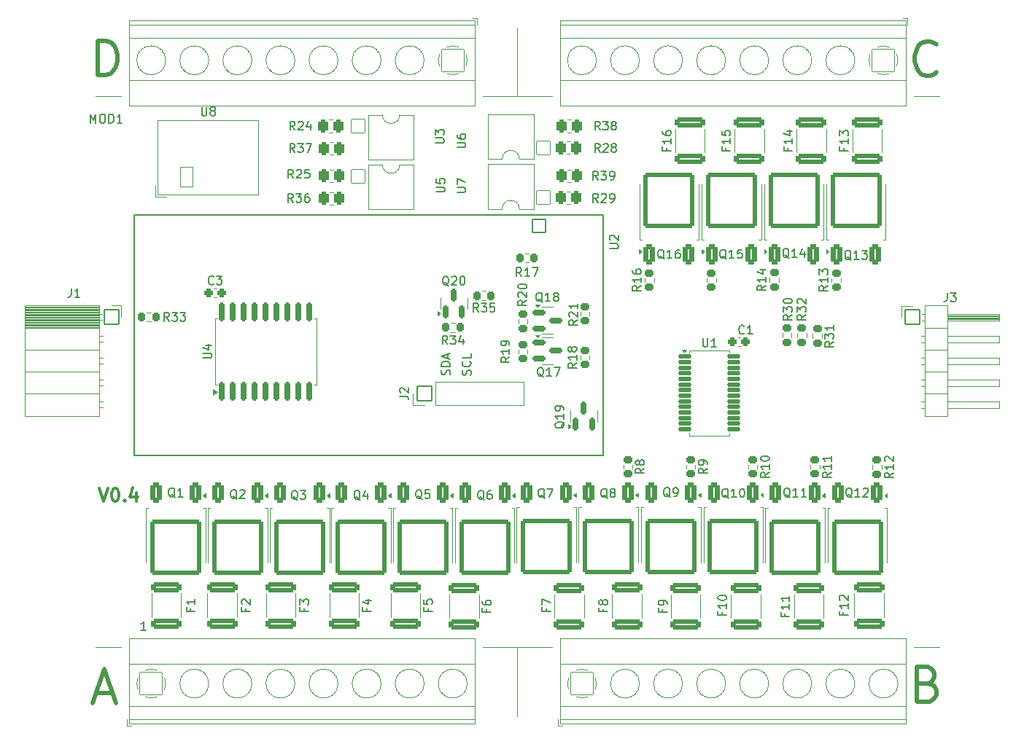
<source format=gbr>
%TF.GenerationSoftware,KiCad,Pcbnew,8.0.0*%
%TF.CreationDate,2024-09-14T23:12:03+02:00*%
%TF.ProjectId,led_stairs_controller,6c65645f-7374-4616-9972-735f636f6e74,V0.4*%
%TF.SameCoordinates,Original*%
%TF.FileFunction,Legend,Top*%
%TF.FilePolarity,Positive*%
%FSLAX46Y46*%
G04 Gerber Fmt 4.6, Leading zero omitted, Abs format (unit mm)*
G04 Created by KiCad (PCBNEW 8.0.0) date 2024-09-14 23:12:03*
%MOMM*%
%LPD*%
G01*
G04 APERTURE LIST*
G04 Aperture macros list*
%AMRoundRect*
0 Rectangle with rounded corners*
0 $1 Rounding radius*
0 $2 $3 $4 $5 $6 $7 $8 $9 X,Y pos of 4 corners*
0 Add a 4 corners polygon primitive as box body*
4,1,4,$2,$3,$4,$5,$6,$7,$8,$9,$2,$3,0*
0 Add four circle primitives for the rounded corners*
1,1,$1+$1,$2,$3*
1,1,$1+$1,$4,$5*
1,1,$1+$1,$6,$7*
1,1,$1+$1,$8,$9*
0 Add four rect primitives between the rounded corners*
20,1,$1+$1,$2,$3,$4,$5,0*
20,1,$1+$1,$4,$5,$6,$7,0*
20,1,$1+$1,$6,$7,$8,$9,0*
20,1,$1+$1,$8,$9,$2,$3,0*%
G04 Aperture macros list end*
%ADD10C,0.300000*%
%ADD11C,0.150000*%
%ADD12C,0.500000*%
%ADD13C,0.120000*%
%ADD14C,0.127000*%
%ADD15C,0.200000*%
%ADD16RoundRect,0.225500X-0.300500X0.225500X-0.300500X-0.225500X0.300500X-0.225500X0.300500X0.225500X0*%
%ADD17RoundRect,0.225500X0.300500X-0.225500X0.300500X0.225500X-0.300500X0.225500X-0.300500X-0.225500X0*%
%ADD18RoundRect,0.125500X-0.663000X-0.125500X0.663000X-0.125500X0.663000X0.125500X-0.663000X0.125500X0*%
%ADD19RoundRect,0.272667X1.478333X-0.340833X1.478333X0.340833X-1.478333X0.340833X-1.478333X-0.340833X0*%
%ADD20RoundRect,0.274878X-0.288622X-0.476122X0.288622X-0.476122X0.288622X0.476122X-0.288622X0.476122X0*%
%ADD21RoundRect,0.051000X0.800000X0.800000X-0.800000X0.800000X-0.800000X-0.800000X0.800000X-0.800000X0*%
%ADD22O,1.702000X1.702000*%
%ADD23RoundRect,0.051000X-0.800000X-0.800000X0.800000X-0.800000X0.800000X0.800000X-0.800000X0.800000X0*%
%ADD24RoundRect,0.272667X-1.478333X0.340833X-1.478333X-0.340833X1.478333X-0.340833X1.478333X0.340833X0*%
%ADD25RoundRect,0.271250X-0.379750X0.879750X-0.379750X-0.879750X0.379750X-0.879750X0.379750X0.879750X0*%
%ADD26RoundRect,0.254393X-2.696607X2.996607X-2.696607X-2.996607X2.696607X-2.996607X2.696607X2.996607X0*%
%ADD27RoundRect,0.250500X-0.250500X-0.275500X0.250500X-0.275500X0.250500X0.275500X-0.250500X0.275500X0*%
%ADD28RoundRect,0.051000X-0.850000X-0.850000X0.850000X-0.850000X0.850000X0.850000X-0.850000X0.850000X0*%
%ADD29O,1.802000X1.802000*%
%ADD30RoundRect,0.225500X-0.225500X-0.300500X0.225500X-0.300500X0.225500X0.300500X-0.225500X0.300500X0*%
%ADD31RoundRect,0.271250X0.379750X-0.879750X0.379750X0.879750X-0.379750X0.879750X-0.379750X-0.879750X0*%
%ADD32RoundRect,0.254393X2.696607X-2.996607X2.696607X2.996607X-2.696607X2.996607X-2.696607X-2.996607X0*%
%ADD33RoundRect,0.175500X-0.613000X-0.175500X0.613000X-0.175500X0.613000X0.175500X-0.613000X0.175500X0*%
%ADD34RoundRect,0.225500X0.225500X0.300500X-0.225500X0.300500X-0.225500X-0.300500X0.225500X-0.300500X0*%
%ADD35RoundRect,0.051000X0.850000X-0.850000X0.850000X0.850000X-0.850000X0.850000X-0.850000X-0.850000X0*%
%ADD36RoundRect,0.175500X0.175500X-0.613000X0.175500X0.613000X-0.175500X0.613000X-0.175500X-0.613000X0*%
%ADD37RoundRect,0.274878X0.288622X0.476122X-0.288622X0.476122X-0.288622X-0.476122X0.288622X-0.476122X0*%
%ADD38RoundRect,0.102000X-0.780000X0.780000X-0.780000X-0.780000X0.780000X-0.780000X0.780000X0.780000X0*%
%ADD39C,1.764000*%
%ADD40RoundRect,0.051000X-1.300000X-1.300000X1.300000X-1.300000X1.300000X1.300000X-1.300000X1.300000X0*%
%ADD41C,2.702000*%
%ADD42RoundRect,0.051000X1.300000X1.300000X-1.300000X1.300000X-1.300000X-1.300000X1.300000X-1.300000X0*%
%ADD43C,6.102000*%
%ADD44RoundRect,0.051000X-0.750000X-1.150000X0.750000X-1.150000X0.750000X1.150000X-0.750000X1.150000X0*%
%ADD45O,1.602000X2.402000*%
%ADD46RoundRect,0.175500X0.175500X-0.900500X0.175500X0.900500X-0.175500X0.900500X-0.175500X-0.900500X0*%
G04 APERTURE END LIST*
D10*
X102640225Y-110900828D02*
X103140225Y-112400828D01*
X103140225Y-112400828D02*
X103640225Y-110900828D01*
X104425939Y-110900828D02*
X104568796Y-110900828D01*
X104568796Y-110900828D02*
X104711653Y-110972257D01*
X104711653Y-110972257D02*
X104783082Y-111043685D01*
X104783082Y-111043685D02*
X104854510Y-111186542D01*
X104854510Y-111186542D02*
X104925939Y-111472257D01*
X104925939Y-111472257D02*
X104925939Y-111829400D01*
X104925939Y-111829400D02*
X104854510Y-112115114D01*
X104854510Y-112115114D02*
X104783082Y-112257971D01*
X104783082Y-112257971D02*
X104711653Y-112329400D01*
X104711653Y-112329400D02*
X104568796Y-112400828D01*
X104568796Y-112400828D02*
X104425939Y-112400828D01*
X104425939Y-112400828D02*
X104283082Y-112329400D01*
X104283082Y-112329400D02*
X104211653Y-112257971D01*
X104211653Y-112257971D02*
X104140224Y-112115114D01*
X104140224Y-112115114D02*
X104068796Y-111829400D01*
X104068796Y-111829400D02*
X104068796Y-111472257D01*
X104068796Y-111472257D02*
X104140224Y-111186542D01*
X104140224Y-111186542D02*
X104211653Y-111043685D01*
X104211653Y-111043685D02*
X104283082Y-110972257D01*
X104283082Y-110972257D02*
X104425939Y-110900828D01*
X105568795Y-112257971D02*
X105640224Y-112329400D01*
X105640224Y-112329400D02*
X105568795Y-112400828D01*
X105568795Y-112400828D02*
X105497367Y-112329400D01*
X105497367Y-112329400D02*
X105568795Y-112257971D01*
X105568795Y-112257971D02*
X105568795Y-112400828D01*
X106925939Y-111400828D02*
X106925939Y-112400828D01*
X106568796Y-110829400D02*
X106211653Y-111900828D01*
X106211653Y-111900828D02*
X107140224Y-111900828D01*
D11*
X108060588Y-127369819D02*
X107489160Y-127369819D01*
X107774874Y-127369819D02*
X107774874Y-126369819D01*
X107774874Y-126369819D02*
X107679636Y-126512676D01*
X107679636Y-126512676D02*
X107584398Y-126607914D01*
X107584398Y-126607914D02*
X107489160Y-126655533D01*
X165904819Y-108566666D02*
X165428628Y-108899999D01*
X165904819Y-109138094D02*
X164904819Y-109138094D01*
X164904819Y-109138094D02*
X164904819Y-108757142D01*
X164904819Y-108757142D02*
X164952438Y-108661904D01*
X164952438Y-108661904D02*
X165000057Y-108614285D01*
X165000057Y-108614285D02*
X165095295Y-108566666D01*
X165095295Y-108566666D02*
X165238152Y-108566666D01*
X165238152Y-108566666D02*
X165333390Y-108614285D01*
X165333390Y-108614285D02*
X165381009Y-108661904D01*
X165381009Y-108661904D02*
X165428628Y-108757142D01*
X165428628Y-108757142D02*
X165428628Y-109138094D01*
X165333390Y-107995237D02*
X165285771Y-108090475D01*
X165285771Y-108090475D02*
X165238152Y-108138094D01*
X165238152Y-108138094D02*
X165142914Y-108185713D01*
X165142914Y-108185713D02*
X165095295Y-108185713D01*
X165095295Y-108185713D02*
X165000057Y-108138094D01*
X165000057Y-108138094D02*
X164952438Y-108090475D01*
X164952438Y-108090475D02*
X164904819Y-107995237D01*
X164904819Y-107995237D02*
X164904819Y-107804761D01*
X164904819Y-107804761D02*
X164952438Y-107709523D01*
X164952438Y-107709523D02*
X165000057Y-107661904D01*
X165000057Y-107661904D02*
X165095295Y-107614285D01*
X165095295Y-107614285D02*
X165142914Y-107614285D01*
X165142914Y-107614285D02*
X165238152Y-107661904D01*
X165238152Y-107661904D02*
X165285771Y-107709523D01*
X165285771Y-107709523D02*
X165333390Y-107804761D01*
X165333390Y-107804761D02*
X165333390Y-107995237D01*
X165333390Y-107995237D02*
X165381009Y-108090475D01*
X165381009Y-108090475D02*
X165428628Y-108138094D01*
X165428628Y-108138094D02*
X165523866Y-108185713D01*
X165523866Y-108185713D02*
X165714342Y-108185713D01*
X165714342Y-108185713D02*
X165809580Y-108138094D01*
X165809580Y-108138094D02*
X165857200Y-108090475D01*
X165857200Y-108090475D02*
X165904819Y-107995237D01*
X165904819Y-107995237D02*
X165904819Y-107804761D01*
X165904819Y-107804761D02*
X165857200Y-107709523D01*
X165857200Y-107709523D02*
X165809580Y-107661904D01*
X165809580Y-107661904D02*
X165714342Y-107614285D01*
X165714342Y-107614285D02*
X165523866Y-107614285D01*
X165523866Y-107614285D02*
X165428628Y-107661904D01*
X165428628Y-107661904D02*
X165381009Y-107709523D01*
X165381009Y-107709523D02*
X165333390Y-107804761D01*
X165524819Y-87342857D02*
X165048628Y-87676190D01*
X165524819Y-87914285D02*
X164524819Y-87914285D01*
X164524819Y-87914285D02*
X164524819Y-87533333D01*
X164524819Y-87533333D02*
X164572438Y-87438095D01*
X164572438Y-87438095D02*
X164620057Y-87390476D01*
X164620057Y-87390476D02*
X164715295Y-87342857D01*
X164715295Y-87342857D02*
X164858152Y-87342857D01*
X164858152Y-87342857D02*
X164953390Y-87390476D01*
X164953390Y-87390476D02*
X165001009Y-87438095D01*
X165001009Y-87438095D02*
X165048628Y-87533333D01*
X165048628Y-87533333D02*
X165048628Y-87914285D01*
X165524819Y-86390476D02*
X165524819Y-86961904D01*
X165524819Y-86676190D02*
X164524819Y-86676190D01*
X164524819Y-86676190D02*
X164667676Y-86771428D01*
X164667676Y-86771428D02*
X164762914Y-86866666D01*
X164762914Y-86866666D02*
X164810533Y-86961904D01*
X164524819Y-85533333D02*
X164524819Y-85723809D01*
X164524819Y-85723809D02*
X164572438Y-85819047D01*
X164572438Y-85819047D02*
X164620057Y-85866666D01*
X164620057Y-85866666D02*
X164762914Y-85961904D01*
X164762914Y-85961904D02*
X164953390Y-86009523D01*
X164953390Y-86009523D02*
X165334342Y-86009523D01*
X165334342Y-86009523D02*
X165429580Y-85961904D01*
X165429580Y-85961904D02*
X165477200Y-85914285D01*
X165477200Y-85914285D02*
X165524819Y-85819047D01*
X165524819Y-85819047D02*
X165524819Y-85628571D01*
X165524819Y-85628571D02*
X165477200Y-85533333D01*
X165477200Y-85533333D02*
X165429580Y-85485714D01*
X165429580Y-85485714D02*
X165334342Y-85438095D01*
X165334342Y-85438095D02*
X165096247Y-85438095D01*
X165096247Y-85438095D02*
X165001009Y-85485714D01*
X165001009Y-85485714D02*
X164953390Y-85533333D01*
X164953390Y-85533333D02*
X164905771Y-85628571D01*
X164905771Y-85628571D02*
X164905771Y-85819047D01*
X164905771Y-85819047D02*
X164953390Y-85914285D01*
X164953390Y-85914285D02*
X165001009Y-85961904D01*
X165001009Y-85961904D02*
X165096247Y-86009523D01*
X172700595Y-93454819D02*
X172700595Y-94264342D01*
X172700595Y-94264342D02*
X172748214Y-94359580D01*
X172748214Y-94359580D02*
X172795833Y-94407200D01*
X172795833Y-94407200D02*
X172891071Y-94454819D01*
X172891071Y-94454819D02*
X173081547Y-94454819D01*
X173081547Y-94454819D02*
X173176785Y-94407200D01*
X173176785Y-94407200D02*
X173224404Y-94359580D01*
X173224404Y-94359580D02*
X173272023Y-94264342D01*
X173272023Y-94264342D02*
X173272023Y-93454819D01*
X174272023Y-94454819D02*
X173700595Y-94454819D01*
X173986309Y-94454819D02*
X173986309Y-93454819D01*
X173986309Y-93454819D02*
X173891071Y-93597676D01*
X173891071Y-93597676D02*
X173795833Y-93692914D01*
X173795833Y-93692914D02*
X173700595Y-93740533D01*
X175381009Y-71309523D02*
X175381009Y-71642856D01*
X175904819Y-71642856D02*
X174904819Y-71642856D01*
X174904819Y-71642856D02*
X174904819Y-71166666D01*
X175904819Y-70261904D02*
X175904819Y-70833332D01*
X175904819Y-70547618D02*
X174904819Y-70547618D01*
X174904819Y-70547618D02*
X175047676Y-70642856D01*
X175047676Y-70642856D02*
X175142914Y-70738094D01*
X175142914Y-70738094D02*
X175190533Y-70833332D01*
X174904819Y-69357142D02*
X174904819Y-69833332D01*
X174904819Y-69833332D02*
X175381009Y-69880951D01*
X175381009Y-69880951D02*
X175333390Y-69833332D01*
X175333390Y-69833332D02*
X175285771Y-69738094D01*
X175285771Y-69738094D02*
X175285771Y-69499999D01*
X175285771Y-69499999D02*
X175333390Y-69404761D01*
X175333390Y-69404761D02*
X175381009Y-69357142D01*
X175381009Y-69357142D02*
X175476247Y-69309523D01*
X175476247Y-69309523D02*
X175714342Y-69309523D01*
X175714342Y-69309523D02*
X175809580Y-69357142D01*
X175809580Y-69357142D02*
X175857200Y-69404761D01*
X175857200Y-69404761D02*
X175904819Y-69499999D01*
X175904819Y-69499999D02*
X175904819Y-69738094D01*
X175904819Y-69738094D02*
X175857200Y-69833332D01*
X175857200Y-69833332D02*
X175809580Y-69880951D01*
X125157142Y-77654819D02*
X124823809Y-77178628D01*
X124585714Y-77654819D02*
X124585714Y-76654819D01*
X124585714Y-76654819D02*
X124966666Y-76654819D01*
X124966666Y-76654819D02*
X125061904Y-76702438D01*
X125061904Y-76702438D02*
X125109523Y-76750057D01*
X125109523Y-76750057D02*
X125157142Y-76845295D01*
X125157142Y-76845295D02*
X125157142Y-76988152D01*
X125157142Y-76988152D02*
X125109523Y-77083390D01*
X125109523Y-77083390D02*
X125061904Y-77131009D01*
X125061904Y-77131009D02*
X124966666Y-77178628D01*
X124966666Y-77178628D02*
X124585714Y-77178628D01*
X125490476Y-76654819D02*
X126109523Y-76654819D01*
X126109523Y-76654819D02*
X125776190Y-77035771D01*
X125776190Y-77035771D02*
X125919047Y-77035771D01*
X125919047Y-77035771D02*
X126014285Y-77083390D01*
X126014285Y-77083390D02*
X126061904Y-77131009D01*
X126061904Y-77131009D02*
X126109523Y-77226247D01*
X126109523Y-77226247D02*
X126109523Y-77464342D01*
X126109523Y-77464342D02*
X126061904Y-77559580D01*
X126061904Y-77559580D02*
X126014285Y-77607200D01*
X126014285Y-77607200D02*
X125919047Y-77654819D01*
X125919047Y-77654819D02*
X125633333Y-77654819D01*
X125633333Y-77654819D02*
X125538095Y-77607200D01*
X125538095Y-77607200D02*
X125490476Y-77559580D01*
X126966666Y-76654819D02*
X126776190Y-76654819D01*
X126776190Y-76654819D02*
X126680952Y-76702438D01*
X126680952Y-76702438D02*
X126633333Y-76750057D01*
X126633333Y-76750057D02*
X126538095Y-76892914D01*
X126538095Y-76892914D02*
X126490476Y-77083390D01*
X126490476Y-77083390D02*
X126490476Y-77464342D01*
X126490476Y-77464342D02*
X126538095Y-77559580D01*
X126538095Y-77559580D02*
X126585714Y-77607200D01*
X126585714Y-77607200D02*
X126680952Y-77654819D01*
X126680952Y-77654819D02*
X126871428Y-77654819D01*
X126871428Y-77654819D02*
X126966666Y-77607200D01*
X126966666Y-77607200D02*
X127014285Y-77559580D01*
X127014285Y-77559580D02*
X127061904Y-77464342D01*
X127061904Y-77464342D02*
X127061904Y-77226247D01*
X127061904Y-77226247D02*
X127014285Y-77131009D01*
X127014285Y-77131009D02*
X126966666Y-77083390D01*
X126966666Y-77083390D02*
X126871428Y-77035771D01*
X126871428Y-77035771D02*
X126680952Y-77035771D01*
X126680952Y-77035771D02*
X126585714Y-77083390D01*
X126585714Y-77083390D02*
X126538095Y-77131009D01*
X126538095Y-77131009D02*
X126490476Y-77226247D01*
X144174819Y-71286904D02*
X144984342Y-71286904D01*
X144984342Y-71286904D02*
X145079580Y-71239285D01*
X145079580Y-71239285D02*
X145127200Y-71191666D01*
X145127200Y-71191666D02*
X145174819Y-71096428D01*
X145174819Y-71096428D02*
X145174819Y-70905952D01*
X145174819Y-70905952D02*
X145127200Y-70810714D01*
X145127200Y-70810714D02*
X145079580Y-70763095D01*
X145079580Y-70763095D02*
X144984342Y-70715476D01*
X144984342Y-70715476D02*
X144174819Y-70715476D01*
X144174819Y-69810714D02*
X144174819Y-70001190D01*
X144174819Y-70001190D02*
X144222438Y-70096428D01*
X144222438Y-70096428D02*
X144270057Y-70144047D01*
X144270057Y-70144047D02*
X144412914Y-70239285D01*
X144412914Y-70239285D02*
X144603390Y-70286904D01*
X144603390Y-70286904D02*
X144984342Y-70286904D01*
X144984342Y-70286904D02*
X145079580Y-70239285D01*
X145079580Y-70239285D02*
X145127200Y-70191666D01*
X145127200Y-70191666D02*
X145174819Y-70096428D01*
X145174819Y-70096428D02*
X145174819Y-69905952D01*
X145174819Y-69905952D02*
X145127200Y-69810714D01*
X145127200Y-69810714D02*
X145079580Y-69763095D01*
X145079580Y-69763095D02*
X144984342Y-69715476D01*
X144984342Y-69715476D02*
X144746247Y-69715476D01*
X144746247Y-69715476D02*
X144651009Y-69763095D01*
X144651009Y-69763095D02*
X144603390Y-69810714D01*
X144603390Y-69810714D02*
X144555771Y-69905952D01*
X144555771Y-69905952D02*
X144555771Y-70096428D01*
X144555771Y-70096428D02*
X144603390Y-70191666D01*
X144603390Y-70191666D02*
X144651009Y-70239285D01*
X144651009Y-70239285D02*
X144746247Y-70286904D01*
X141754819Y-76461904D02*
X142564342Y-76461904D01*
X142564342Y-76461904D02*
X142659580Y-76414285D01*
X142659580Y-76414285D02*
X142707200Y-76366666D01*
X142707200Y-76366666D02*
X142754819Y-76271428D01*
X142754819Y-76271428D02*
X142754819Y-76080952D01*
X142754819Y-76080952D02*
X142707200Y-75985714D01*
X142707200Y-75985714D02*
X142659580Y-75938095D01*
X142659580Y-75938095D02*
X142564342Y-75890476D01*
X142564342Y-75890476D02*
X141754819Y-75890476D01*
X141754819Y-74938095D02*
X141754819Y-75414285D01*
X141754819Y-75414285D02*
X142231009Y-75461904D01*
X142231009Y-75461904D02*
X142183390Y-75414285D01*
X142183390Y-75414285D02*
X142135771Y-75319047D01*
X142135771Y-75319047D02*
X142135771Y-75080952D01*
X142135771Y-75080952D02*
X142183390Y-74985714D01*
X142183390Y-74985714D02*
X142231009Y-74938095D01*
X142231009Y-74938095D02*
X142326247Y-74890476D01*
X142326247Y-74890476D02*
X142564342Y-74890476D01*
X142564342Y-74890476D02*
X142659580Y-74938095D01*
X142659580Y-74938095D02*
X142707200Y-74985714D01*
X142707200Y-74985714D02*
X142754819Y-75080952D01*
X142754819Y-75080952D02*
X142754819Y-75319047D01*
X142754819Y-75319047D02*
X142707200Y-75414285D01*
X142707200Y-75414285D02*
X142659580Y-75461904D01*
X119631009Y-124833333D02*
X119631009Y-125166666D01*
X120154819Y-125166666D02*
X119154819Y-125166666D01*
X119154819Y-125166666D02*
X119154819Y-124690476D01*
X119250057Y-124357142D02*
X119202438Y-124309523D01*
X119202438Y-124309523D02*
X119154819Y-124214285D01*
X119154819Y-124214285D02*
X119154819Y-123976190D01*
X119154819Y-123976190D02*
X119202438Y-123880952D01*
X119202438Y-123880952D02*
X119250057Y-123833333D01*
X119250057Y-123833333D02*
X119345295Y-123785714D01*
X119345295Y-123785714D02*
X119440533Y-123785714D01*
X119440533Y-123785714D02*
X119583390Y-123833333D01*
X119583390Y-123833333D02*
X120154819Y-124404761D01*
X120154819Y-124404761D02*
X120154819Y-123785714D01*
X173204819Y-108566666D02*
X172728628Y-108899999D01*
X173204819Y-109138094D02*
X172204819Y-109138094D01*
X172204819Y-109138094D02*
X172204819Y-108757142D01*
X172204819Y-108757142D02*
X172252438Y-108661904D01*
X172252438Y-108661904D02*
X172300057Y-108614285D01*
X172300057Y-108614285D02*
X172395295Y-108566666D01*
X172395295Y-108566666D02*
X172538152Y-108566666D01*
X172538152Y-108566666D02*
X172633390Y-108614285D01*
X172633390Y-108614285D02*
X172681009Y-108661904D01*
X172681009Y-108661904D02*
X172728628Y-108757142D01*
X172728628Y-108757142D02*
X172728628Y-109138094D01*
X173204819Y-108090475D02*
X173204819Y-107899999D01*
X173204819Y-107899999D02*
X173157200Y-107804761D01*
X173157200Y-107804761D02*
X173109580Y-107757142D01*
X173109580Y-107757142D02*
X172966723Y-107661904D01*
X172966723Y-107661904D02*
X172776247Y-107614285D01*
X172776247Y-107614285D02*
X172395295Y-107614285D01*
X172395295Y-107614285D02*
X172300057Y-107661904D01*
X172300057Y-107661904D02*
X172252438Y-107709523D01*
X172252438Y-107709523D02*
X172204819Y-107804761D01*
X172204819Y-107804761D02*
X172204819Y-107995237D01*
X172204819Y-107995237D02*
X172252438Y-108090475D01*
X172252438Y-108090475D02*
X172300057Y-108138094D01*
X172300057Y-108138094D02*
X172395295Y-108185713D01*
X172395295Y-108185713D02*
X172633390Y-108185713D01*
X172633390Y-108185713D02*
X172728628Y-108138094D01*
X172728628Y-108138094D02*
X172776247Y-108090475D01*
X172776247Y-108090475D02*
X172823866Y-107995237D01*
X172823866Y-107995237D02*
X172823866Y-107804761D01*
X172823866Y-107804761D02*
X172776247Y-107709523D01*
X172776247Y-107709523D02*
X172728628Y-107661904D01*
X172728628Y-107661904D02*
X172633390Y-107614285D01*
X111424761Y-111950057D02*
X111329523Y-111902438D01*
X111329523Y-111902438D02*
X111234285Y-111807200D01*
X111234285Y-111807200D02*
X111091428Y-111664342D01*
X111091428Y-111664342D02*
X110996190Y-111616723D01*
X110996190Y-111616723D02*
X110900952Y-111616723D01*
X110948571Y-111854819D02*
X110853333Y-111807200D01*
X110853333Y-111807200D02*
X110758095Y-111711961D01*
X110758095Y-111711961D02*
X110710476Y-111521485D01*
X110710476Y-111521485D02*
X110710476Y-111188152D01*
X110710476Y-111188152D02*
X110758095Y-110997676D01*
X110758095Y-110997676D02*
X110853333Y-110902438D01*
X110853333Y-110902438D02*
X110948571Y-110854819D01*
X110948571Y-110854819D02*
X111139047Y-110854819D01*
X111139047Y-110854819D02*
X111234285Y-110902438D01*
X111234285Y-110902438D02*
X111329523Y-110997676D01*
X111329523Y-110997676D02*
X111377142Y-111188152D01*
X111377142Y-111188152D02*
X111377142Y-111521485D01*
X111377142Y-111521485D02*
X111329523Y-111711961D01*
X111329523Y-111711961D02*
X111234285Y-111807200D01*
X111234285Y-111807200D02*
X111139047Y-111854819D01*
X111139047Y-111854819D02*
X110948571Y-111854819D01*
X112329523Y-111854819D02*
X111758095Y-111854819D01*
X112043809Y-111854819D02*
X112043809Y-110854819D01*
X112043809Y-110854819D02*
X111948571Y-110997676D01*
X111948571Y-110997676D02*
X111853333Y-111092914D01*
X111853333Y-111092914D02*
X111758095Y-111140533D01*
X161629761Y-112025057D02*
X161534523Y-111977438D01*
X161534523Y-111977438D02*
X161439285Y-111882200D01*
X161439285Y-111882200D02*
X161296428Y-111739342D01*
X161296428Y-111739342D02*
X161201190Y-111691723D01*
X161201190Y-111691723D02*
X161105952Y-111691723D01*
X161153571Y-111929819D02*
X161058333Y-111882200D01*
X161058333Y-111882200D02*
X160963095Y-111786961D01*
X160963095Y-111786961D02*
X160915476Y-111596485D01*
X160915476Y-111596485D02*
X160915476Y-111263152D01*
X160915476Y-111263152D02*
X160963095Y-111072676D01*
X160963095Y-111072676D02*
X161058333Y-110977438D01*
X161058333Y-110977438D02*
X161153571Y-110929819D01*
X161153571Y-110929819D02*
X161344047Y-110929819D01*
X161344047Y-110929819D02*
X161439285Y-110977438D01*
X161439285Y-110977438D02*
X161534523Y-111072676D01*
X161534523Y-111072676D02*
X161582142Y-111263152D01*
X161582142Y-111263152D02*
X161582142Y-111596485D01*
X161582142Y-111596485D02*
X161534523Y-111786961D01*
X161534523Y-111786961D02*
X161439285Y-111882200D01*
X161439285Y-111882200D02*
X161344047Y-111929819D01*
X161344047Y-111929819D02*
X161153571Y-111929819D01*
X162153571Y-111358390D02*
X162058333Y-111310771D01*
X162058333Y-111310771D02*
X162010714Y-111263152D01*
X162010714Y-111263152D02*
X161963095Y-111167914D01*
X161963095Y-111167914D02*
X161963095Y-111120295D01*
X161963095Y-111120295D02*
X162010714Y-111025057D01*
X162010714Y-111025057D02*
X162058333Y-110977438D01*
X162058333Y-110977438D02*
X162153571Y-110929819D01*
X162153571Y-110929819D02*
X162344047Y-110929819D01*
X162344047Y-110929819D02*
X162439285Y-110977438D01*
X162439285Y-110977438D02*
X162486904Y-111025057D01*
X162486904Y-111025057D02*
X162534523Y-111120295D01*
X162534523Y-111120295D02*
X162534523Y-111167914D01*
X162534523Y-111167914D02*
X162486904Y-111263152D01*
X162486904Y-111263152D02*
X162439285Y-111310771D01*
X162439285Y-111310771D02*
X162344047Y-111358390D01*
X162344047Y-111358390D02*
X162153571Y-111358390D01*
X162153571Y-111358390D02*
X162058333Y-111406009D01*
X162058333Y-111406009D02*
X162010714Y-111453628D01*
X162010714Y-111453628D02*
X161963095Y-111548866D01*
X161963095Y-111548866D02*
X161963095Y-111739342D01*
X161963095Y-111739342D02*
X162010714Y-111834580D01*
X162010714Y-111834580D02*
X162058333Y-111882200D01*
X162058333Y-111882200D02*
X162153571Y-111929819D01*
X162153571Y-111929819D02*
X162344047Y-111929819D01*
X162344047Y-111929819D02*
X162439285Y-111882200D01*
X162439285Y-111882200D02*
X162486904Y-111834580D01*
X162486904Y-111834580D02*
X162534523Y-111739342D01*
X162534523Y-111739342D02*
X162534523Y-111548866D01*
X162534523Y-111548866D02*
X162486904Y-111453628D01*
X162486904Y-111453628D02*
X162439285Y-111406009D01*
X162439285Y-111406009D02*
X162344047Y-111358390D01*
X147324761Y-112250057D02*
X147229523Y-112202438D01*
X147229523Y-112202438D02*
X147134285Y-112107200D01*
X147134285Y-112107200D02*
X146991428Y-111964342D01*
X146991428Y-111964342D02*
X146896190Y-111916723D01*
X146896190Y-111916723D02*
X146800952Y-111916723D01*
X146848571Y-112154819D02*
X146753333Y-112107200D01*
X146753333Y-112107200D02*
X146658095Y-112011961D01*
X146658095Y-112011961D02*
X146610476Y-111821485D01*
X146610476Y-111821485D02*
X146610476Y-111488152D01*
X146610476Y-111488152D02*
X146658095Y-111297676D01*
X146658095Y-111297676D02*
X146753333Y-111202438D01*
X146753333Y-111202438D02*
X146848571Y-111154819D01*
X146848571Y-111154819D02*
X147039047Y-111154819D01*
X147039047Y-111154819D02*
X147134285Y-111202438D01*
X147134285Y-111202438D02*
X147229523Y-111297676D01*
X147229523Y-111297676D02*
X147277142Y-111488152D01*
X147277142Y-111488152D02*
X147277142Y-111821485D01*
X147277142Y-111821485D02*
X147229523Y-112011961D01*
X147229523Y-112011961D02*
X147134285Y-112107200D01*
X147134285Y-112107200D02*
X147039047Y-112154819D01*
X147039047Y-112154819D02*
X146848571Y-112154819D01*
X148134285Y-111154819D02*
X147943809Y-111154819D01*
X147943809Y-111154819D02*
X147848571Y-111202438D01*
X147848571Y-111202438D02*
X147800952Y-111250057D01*
X147800952Y-111250057D02*
X147705714Y-111392914D01*
X147705714Y-111392914D02*
X147658095Y-111583390D01*
X147658095Y-111583390D02*
X147658095Y-111964342D01*
X147658095Y-111964342D02*
X147705714Y-112059580D01*
X147705714Y-112059580D02*
X147753333Y-112107200D01*
X147753333Y-112107200D02*
X147848571Y-112154819D01*
X147848571Y-112154819D02*
X148039047Y-112154819D01*
X148039047Y-112154819D02*
X148134285Y-112107200D01*
X148134285Y-112107200D02*
X148181904Y-112059580D01*
X148181904Y-112059580D02*
X148229523Y-111964342D01*
X148229523Y-111964342D02*
X148229523Y-111726247D01*
X148229523Y-111726247D02*
X148181904Y-111631009D01*
X148181904Y-111631009D02*
X148134285Y-111583390D01*
X148134285Y-111583390D02*
X148039047Y-111535771D01*
X148039047Y-111535771D02*
X147848571Y-111535771D01*
X147848571Y-111535771D02*
X147753333Y-111583390D01*
X147753333Y-111583390D02*
X147705714Y-111631009D01*
X147705714Y-111631009D02*
X147658095Y-111726247D01*
X140781009Y-124833333D02*
X140781009Y-125166666D01*
X141304819Y-125166666D02*
X140304819Y-125166666D01*
X140304819Y-125166666D02*
X140304819Y-124690476D01*
X140304819Y-123833333D02*
X140304819Y-124309523D01*
X140304819Y-124309523D02*
X140781009Y-124357142D01*
X140781009Y-124357142D02*
X140733390Y-124309523D01*
X140733390Y-124309523D02*
X140685771Y-124214285D01*
X140685771Y-124214285D02*
X140685771Y-123976190D01*
X140685771Y-123976190D02*
X140733390Y-123880952D01*
X140733390Y-123880952D02*
X140781009Y-123833333D01*
X140781009Y-123833333D02*
X140876247Y-123785714D01*
X140876247Y-123785714D02*
X141114342Y-123785714D01*
X141114342Y-123785714D02*
X141209580Y-123833333D01*
X141209580Y-123833333D02*
X141257200Y-123880952D01*
X141257200Y-123880952D02*
X141304819Y-123976190D01*
X141304819Y-123976190D02*
X141304819Y-124214285D01*
X141304819Y-124214285D02*
X141257200Y-124309523D01*
X141257200Y-124309523D02*
X141209580Y-124357142D01*
X175693571Y-112025057D02*
X175598333Y-111977438D01*
X175598333Y-111977438D02*
X175503095Y-111882200D01*
X175503095Y-111882200D02*
X175360238Y-111739342D01*
X175360238Y-111739342D02*
X175265000Y-111691723D01*
X175265000Y-111691723D02*
X175169762Y-111691723D01*
X175217381Y-111929819D02*
X175122143Y-111882200D01*
X175122143Y-111882200D02*
X175026905Y-111786961D01*
X175026905Y-111786961D02*
X174979286Y-111596485D01*
X174979286Y-111596485D02*
X174979286Y-111263152D01*
X174979286Y-111263152D02*
X175026905Y-111072676D01*
X175026905Y-111072676D02*
X175122143Y-110977438D01*
X175122143Y-110977438D02*
X175217381Y-110929819D01*
X175217381Y-110929819D02*
X175407857Y-110929819D01*
X175407857Y-110929819D02*
X175503095Y-110977438D01*
X175503095Y-110977438D02*
X175598333Y-111072676D01*
X175598333Y-111072676D02*
X175645952Y-111263152D01*
X175645952Y-111263152D02*
X175645952Y-111596485D01*
X175645952Y-111596485D02*
X175598333Y-111786961D01*
X175598333Y-111786961D02*
X175503095Y-111882200D01*
X175503095Y-111882200D02*
X175407857Y-111929819D01*
X175407857Y-111929819D02*
X175217381Y-111929819D01*
X176598333Y-111929819D02*
X176026905Y-111929819D01*
X176312619Y-111929819D02*
X176312619Y-110929819D01*
X176312619Y-110929819D02*
X176217381Y-111072676D01*
X176217381Y-111072676D02*
X176122143Y-111167914D01*
X176122143Y-111167914D02*
X176026905Y-111215533D01*
X177217381Y-110929819D02*
X177312619Y-110929819D01*
X177312619Y-110929819D02*
X177407857Y-110977438D01*
X177407857Y-110977438D02*
X177455476Y-111025057D01*
X177455476Y-111025057D02*
X177503095Y-111120295D01*
X177503095Y-111120295D02*
X177550714Y-111310771D01*
X177550714Y-111310771D02*
X177550714Y-111548866D01*
X177550714Y-111548866D02*
X177503095Y-111739342D01*
X177503095Y-111739342D02*
X177455476Y-111834580D01*
X177455476Y-111834580D02*
X177407857Y-111882200D01*
X177407857Y-111882200D02*
X177312619Y-111929819D01*
X177312619Y-111929819D02*
X177217381Y-111929819D01*
X177217381Y-111929819D02*
X177122143Y-111882200D01*
X177122143Y-111882200D02*
X177074524Y-111834580D01*
X177074524Y-111834580D02*
X177026905Y-111739342D01*
X177026905Y-111739342D02*
X176979286Y-111548866D01*
X176979286Y-111548866D02*
X176979286Y-111310771D01*
X176979286Y-111310771D02*
X177026905Y-111120295D01*
X177026905Y-111120295D02*
X177074524Y-111025057D01*
X177074524Y-111025057D02*
X177122143Y-110977438D01*
X177122143Y-110977438D02*
X177217381Y-110929819D01*
X189031009Y-125309523D02*
X189031009Y-125642856D01*
X189554819Y-125642856D02*
X188554819Y-125642856D01*
X188554819Y-125642856D02*
X188554819Y-125166666D01*
X189554819Y-124261904D02*
X189554819Y-124833332D01*
X189554819Y-124547618D02*
X188554819Y-124547618D01*
X188554819Y-124547618D02*
X188697676Y-124642856D01*
X188697676Y-124642856D02*
X188792914Y-124738094D01*
X188792914Y-124738094D02*
X188840533Y-124833332D01*
X188650057Y-123880951D02*
X188602438Y-123833332D01*
X188602438Y-123833332D02*
X188554819Y-123738094D01*
X188554819Y-123738094D02*
X188554819Y-123499999D01*
X188554819Y-123499999D02*
X188602438Y-123404761D01*
X188602438Y-123404761D02*
X188650057Y-123357142D01*
X188650057Y-123357142D02*
X188745295Y-123309523D01*
X188745295Y-123309523D02*
X188840533Y-123309523D01*
X188840533Y-123309523D02*
X188983390Y-123357142D01*
X188983390Y-123357142D02*
X189554819Y-123928570D01*
X189554819Y-123928570D02*
X189554819Y-123309523D01*
X150254819Y-95642857D02*
X149778628Y-95976190D01*
X150254819Y-96214285D02*
X149254819Y-96214285D01*
X149254819Y-96214285D02*
X149254819Y-95833333D01*
X149254819Y-95833333D02*
X149302438Y-95738095D01*
X149302438Y-95738095D02*
X149350057Y-95690476D01*
X149350057Y-95690476D02*
X149445295Y-95642857D01*
X149445295Y-95642857D02*
X149588152Y-95642857D01*
X149588152Y-95642857D02*
X149683390Y-95690476D01*
X149683390Y-95690476D02*
X149731009Y-95738095D01*
X149731009Y-95738095D02*
X149778628Y-95833333D01*
X149778628Y-95833333D02*
X149778628Y-96214285D01*
X150254819Y-94690476D02*
X150254819Y-95261904D01*
X150254819Y-94976190D02*
X149254819Y-94976190D01*
X149254819Y-94976190D02*
X149397676Y-95071428D01*
X149397676Y-95071428D02*
X149492914Y-95166666D01*
X149492914Y-95166666D02*
X149540533Y-95261904D01*
X150254819Y-94214285D02*
X150254819Y-94023809D01*
X150254819Y-94023809D02*
X150207200Y-93928571D01*
X150207200Y-93928571D02*
X150159580Y-93880952D01*
X150159580Y-93880952D02*
X150016723Y-93785714D01*
X150016723Y-93785714D02*
X149826247Y-93738095D01*
X149826247Y-93738095D02*
X149445295Y-93738095D01*
X149445295Y-93738095D02*
X149350057Y-93785714D01*
X149350057Y-93785714D02*
X149302438Y-93833333D01*
X149302438Y-93833333D02*
X149254819Y-93928571D01*
X149254819Y-93928571D02*
X149254819Y-94119047D01*
X149254819Y-94119047D02*
X149302438Y-94214285D01*
X149302438Y-94214285D02*
X149350057Y-94261904D01*
X149350057Y-94261904D02*
X149445295Y-94309523D01*
X149445295Y-94309523D02*
X149683390Y-94309523D01*
X149683390Y-94309523D02*
X149778628Y-94261904D01*
X149778628Y-94261904D02*
X149826247Y-94214285D01*
X149826247Y-94214285D02*
X149873866Y-94119047D01*
X149873866Y-94119047D02*
X149873866Y-93928571D01*
X149873866Y-93928571D02*
X149826247Y-93833333D01*
X149826247Y-93833333D02*
X149778628Y-93785714D01*
X149778628Y-93785714D02*
X149683390Y-93738095D01*
X115933333Y-87129580D02*
X115885714Y-87177200D01*
X115885714Y-87177200D02*
X115742857Y-87224819D01*
X115742857Y-87224819D02*
X115647619Y-87224819D01*
X115647619Y-87224819D02*
X115504762Y-87177200D01*
X115504762Y-87177200D02*
X115409524Y-87081961D01*
X115409524Y-87081961D02*
X115361905Y-86986723D01*
X115361905Y-86986723D02*
X115314286Y-86796247D01*
X115314286Y-86796247D02*
X115314286Y-86653390D01*
X115314286Y-86653390D02*
X115361905Y-86462914D01*
X115361905Y-86462914D02*
X115409524Y-86367676D01*
X115409524Y-86367676D02*
X115504762Y-86272438D01*
X115504762Y-86272438D02*
X115647619Y-86224819D01*
X115647619Y-86224819D02*
X115742857Y-86224819D01*
X115742857Y-86224819D02*
X115885714Y-86272438D01*
X115885714Y-86272438D02*
X115933333Y-86320057D01*
X116266667Y-86224819D02*
X116885714Y-86224819D01*
X116885714Y-86224819D02*
X116552381Y-86605771D01*
X116552381Y-86605771D02*
X116695238Y-86605771D01*
X116695238Y-86605771D02*
X116790476Y-86653390D01*
X116790476Y-86653390D02*
X116838095Y-86701009D01*
X116838095Y-86701009D02*
X116885714Y-86796247D01*
X116885714Y-86796247D02*
X116885714Y-87034342D01*
X116885714Y-87034342D02*
X116838095Y-87129580D01*
X116838095Y-87129580D02*
X116790476Y-87177200D01*
X116790476Y-87177200D02*
X116695238Y-87224819D01*
X116695238Y-87224819D02*
X116409524Y-87224819D01*
X116409524Y-87224819D02*
X116314286Y-87177200D01*
X116314286Y-87177200D02*
X116266667Y-87129580D01*
X201076666Y-88184819D02*
X201076666Y-88899104D01*
X201076666Y-88899104D02*
X201029047Y-89041961D01*
X201029047Y-89041961D02*
X200933809Y-89137200D01*
X200933809Y-89137200D02*
X200790952Y-89184819D01*
X200790952Y-89184819D02*
X200695714Y-89184819D01*
X201457619Y-88184819D02*
X202076666Y-88184819D01*
X202076666Y-88184819D02*
X201743333Y-88565771D01*
X201743333Y-88565771D02*
X201886190Y-88565771D01*
X201886190Y-88565771D02*
X201981428Y-88613390D01*
X201981428Y-88613390D02*
X202029047Y-88661009D01*
X202029047Y-88661009D02*
X202076666Y-88756247D01*
X202076666Y-88756247D02*
X202076666Y-88994342D01*
X202076666Y-88994342D02*
X202029047Y-89089580D01*
X202029047Y-89089580D02*
X201981428Y-89137200D01*
X201981428Y-89137200D02*
X201886190Y-89184819D01*
X201886190Y-89184819D02*
X201600476Y-89184819D01*
X201600476Y-89184819D02*
X201505238Y-89137200D01*
X201505238Y-89137200D02*
X201457619Y-89089580D01*
X151657142Y-86254819D02*
X151323809Y-85778628D01*
X151085714Y-86254819D02*
X151085714Y-85254819D01*
X151085714Y-85254819D02*
X151466666Y-85254819D01*
X151466666Y-85254819D02*
X151561904Y-85302438D01*
X151561904Y-85302438D02*
X151609523Y-85350057D01*
X151609523Y-85350057D02*
X151657142Y-85445295D01*
X151657142Y-85445295D02*
X151657142Y-85588152D01*
X151657142Y-85588152D02*
X151609523Y-85683390D01*
X151609523Y-85683390D02*
X151561904Y-85731009D01*
X151561904Y-85731009D02*
X151466666Y-85778628D01*
X151466666Y-85778628D02*
X151085714Y-85778628D01*
X152609523Y-86254819D02*
X152038095Y-86254819D01*
X152323809Y-86254819D02*
X152323809Y-85254819D01*
X152323809Y-85254819D02*
X152228571Y-85397676D01*
X152228571Y-85397676D02*
X152133333Y-85492914D01*
X152133333Y-85492914D02*
X152038095Y-85540533D01*
X152942857Y-85254819D02*
X153609523Y-85254819D01*
X153609523Y-85254819D02*
X153180952Y-86254819D01*
X125684761Y-112250057D02*
X125589523Y-112202438D01*
X125589523Y-112202438D02*
X125494285Y-112107200D01*
X125494285Y-112107200D02*
X125351428Y-111964342D01*
X125351428Y-111964342D02*
X125256190Y-111916723D01*
X125256190Y-111916723D02*
X125160952Y-111916723D01*
X125208571Y-112154819D02*
X125113333Y-112107200D01*
X125113333Y-112107200D02*
X125018095Y-112011961D01*
X125018095Y-112011961D02*
X124970476Y-111821485D01*
X124970476Y-111821485D02*
X124970476Y-111488152D01*
X124970476Y-111488152D02*
X125018095Y-111297676D01*
X125018095Y-111297676D02*
X125113333Y-111202438D01*
X125113333Y-111202438D02*
X125208571Y-111154819D01*
X125208571Y-111154819D02*
X125399047Y-111154819D01*
X125399047Y-111154819D02*
X125494285Y-111202438D01*
X125494285Y-111202438D02*
X125589523Y-111297676D01*
X125589523Y-111297676D02*
X125637142Y-111488152D01*
X125637142Y-111488152D02*
X125637142Y-111821485D01*
X125637142Y-111821485D02*
X125589523Y-112011961D01*
X125589523Y-112011961D02*
X125494285Y-112107200D01*
X125494285Y-112107200D02*
X125399047Y-112154819D01*
X125399047Y-112154819D02*
X125208571Y-112154819D01*
X125970476Y-111154819D02*
X126589523Y-111154819D01*
X126589523Y-111154819D02*
X126256190Y-111535771D01*
X126256190Y-111535771D02*
X126399047Y-111535771D01*
X126399047Y-111535771D02*
X126494285Y-111583390D01*
X126494285Y-111583390D02*
X126541904Y-111631009D01*
X126541904Y-111631009D02*
X126589523Y-111726247D01*
X126589523Y-111726247D02*
X126589523Y-111964342D01*
X126589523Y-111964342D02*
X126541904Y-112059580D01*
X126541904Y-112059580D02*
X126494285Y-112107200D01*
X126494285Y-112107200D02*
X126399047Y-112154819D01*
X126399047Y-112154819D02*
X126113333Y-112154819D01*
X126113333Y-112154819D02*
X126018095Y-112107200D01*
X126018095Y-112107200D02*
X125970476Y-112059580D01*
X168481009Y-71309523D02*
X168481009Y-71642856D01*
X169004819Y-71642856D02*
X168004819Y-71642856D01*
X168004819Y-71642856D02*
X168004819Y-71166666D01*
X169004819Y-70261904D02*
X169004819Y-70833332D01*
X169004819Y-70547618D02*
X168004819Y-70547618D01*
X168004819Y-70547618D02*
X168147676Y-70642856D01*
X168147676Y-70642856D02*
X168242914Y-70738094D01*
X168242914Y-70738094D02*
X168290533Y-70833332D01*
X168004819Y-69404761D02*
X168004819Y-69595237D01*
X168004819Y-69595237D02*
X168052438Y-69690475D01*
X168052438Y-69690475D02*
X168100057Y-69738094D01*
X168100057Y-69738094D02*
X168242914Y-69833332D01*
X168242914Y-69833332D02*
X168433390Y-69880951D01*
X168433390Y-69880951D02*
X168814342Y-69880951D01*
X168814342Y-69880951D02*
X168909580Y-69833332D01*
X168909580Y-69833332D02*
X168957200Y-69785713D01*
X168957200Y-69785713D02*
X169004819Y-69690475D01*
X169004819Y-69690475D02*
X169004819Y-69499999D01*
X169004819Y-69499999D02*
X168957200Y-69404761D01*
X168957200Y-69404761D02*
X168909580Y-69357142D01*
X168909580Y-69357142D02*
X168814342Y-69309523D01*
X168814342Y-69309523D02*
X168576247Y-69309523D01*
X168576247Y-69309523D02*
X168481009Y-69357142D01*
X168481009Y-69357142D02*
X168433390Y-69404761D01*
X168433390Y-69404761D02*
X168385771Y-69499999D01*
X168385771Y-69499999D02*
X168385771Y-69690475D01*
X168385771Y-69690475D02*
X168433390Y-69785713D01*
X168433390Y-69785713D02*
X168481009Y-69833332D01*
X168481009Y-69833332D02*
X168576247Y-69880951D01*
X187884819Y-93842857D02*
X187408628Y-94176190D01*
X187884819Y-94414285D02*
X186884819Y-94414285D01*
X186884819Y-94414285D02*
X186884819Y-94033333D01*
X186884819Y-94033333D02*
X186932438Y-93938095D01*
X186932438Y-93938095D02*
X186980057Y-93890476D01*
X186980057Y-93890476D02*
X187075295Y-93842857D01*
X187075295Y-93842857D02*
X187218152Y-93842857D01*
X187218152Y-93842857D02*
X187313390Y-93890476D01*
X187313390Y-93890476D02*
X187361009Y-93938095D01*
X187361009Y-93938095D02*
X187408628Y-94033333D01*
X187408628Y-94033333D02*
X187408628Y-94414285D01*
X186884819Y-93509523D02*
X186884819Y-92890476D01*
X186884819Y-92890476D02*
X187265771Y-93223809D01*
X187265771Y-93223809D02*
X187265771Y-93080952D01*
X187265771Y-93080952D02*
X187313390Y-92985714D01*
X187313390Y-92985714D02*
X187361009Y-92938095D01*
X187361009Y-92938095D02*
X187456247Y-92890476D01*
X187456247Y-92890476D02*
X187694342Y-92890476D01*
X187694342Y-92890476D02*
X187789580Y-92938095D01*
X187789580Y-92938095D02*
X187837200Y-92985714D01*
X187837200Y-92985714D02*
X187884819Y-93080952D01*
X187884819Y-93080952D02*
X187884819Y-93366666D01*
X187884819Y-93366666D02*
X187837200Y-93461904D01*
X187837200Y-93461904D02*
X187789580Y-93509523D01*
X187884819Y-91938095D02*
X187884819Y-92509523D01*
X187884819Y-92223809D02*
X186884819Y-92223809D01*
X186884819Y-92223809D02*
X187027676Y-92319047D01*
X187027676Y-92319047D02*
X187122914Y-92414285D01*
X187122914Y-92414285D02*
X187170533Y-92509523D01*
X161131009Y-124895833D02*
X161131009Y-125229166D01*
X161654819Y-125229166D02*
X160654819Y-125229166D01*
X160654819Y-125229166D02*
X160654819Y-124752976D01*
X161083390Y-124229166D02*
X161035771Y-124324404D01*
X161035771Y-124324404D02*
X160988152Y-124372023D01*
X160988152Y-124372023D02*
X160892914Y-124419642D01*
X160892914Y-124419642D02*
X160845295Y-124419642D01*
X160845295Y-124419642D02*
X160750057Y-124372023D01*
X160750057Y-124372023D02*
X160702438Y-124324404D01*
X160702438Y-124324404D02*
X160654819Y-124229166D01*
X160654819Y-124229166D02*
X160654819Y-124038690D01*
X160654819Y-124038690D02*
X160702438Y-123943452D01*
X160702438Y-123943452D02*
X160750057Y-123895833D01*
X160750057Y-123895833D02*
X160845295Y-123848214D01*
X160845295Y-123848214D02*
X160892914Y-123848214D01*
X160892914Y-123848214D02*
X160988152Y-123895833D01*
X160988152Y-123895833D02*
X161035771Y-123943452D01*
X161035771Y-123943452D02*
X161083390Y-124038690D01*
X161083390Y-124038690D02*
X161083390Y-124229166D01*
X161083390Y-124229166D02*
X161131009Y-124324404D01*
X161131009Y-124324404D02*
X161178628Y-124372023D01*
X161178628Y-124372023D02*
X161273866Y-124419642D01*
X161273866Y-124419642D02*
X161464342Y-124419642D01*
X161464342Y-124419642D02*
X161559580Y-124372023D01*
X161559580Y-124372023D02*
X161607200Y-124324404D01*
X161607200Y-124324404D02*
X161654819Y-124229166D01*
X161654819Y-124229166D02*
X161654819Y-124038690D01*
X161654819Y-124038690D02*
X161607200Y-123943452D01*
X161607200Y-123943452D02*
X161559580Y-123895833D01*
X161559580Y-123895833D02*
X161464342Y-123848214D01*
X161464342Y-123848214D02*
X161273866Y-123848214D01*
X161273866Y-123848214D02*
X161178628Y-123895833D01*
X161178628Y-123895833D02*
X161131009Y-123943452D01*
X161131009Y-123943452D02*
X161083390Y-124038690D01*
X168228571Y-84250057D02*
X168133333Y-84202438D01*
X168133333Y-84202438D02*
X168038095Y-84107200D01*
X168038095Y-84107200D02*
X167895238Y-83964342D01*
X167895238Y-83964342D02*
X167800000Y-83916723D01*
X167800000Y-83916723D02*
X167704762Y-83916723D01*
X167752381Y-84154819D02*
X167657143Y-84107200D01*
X167657143Y-84107200D02*
X167561905Y-84011961D01*
X167561905Y-84011961D02*
X167514286Y-83821485D01*
X167514286Y-83821485D02*
X167514286Y-83488152D01*
X167514286Y-83488152D02*
X167561905Y-83297676D01*
X167561905Y-83297676D02*
X167657143Y-83202438D01*
X167657143Y-83202438D02*
X167752381Y-83154819D01*
X167752381Y-83154819D02*
X167942857Y-83154819D01*
X167942857Y-83154819D02*
X168038095Y-83202438D01*
X168038095Y-83202438D02*
X168133333Y-83297676D01*
X168133333Y-83297676D02*
X168180952Y-83488152D01*
X168180952Y-83488152D02*
X168180952Y-83821485D01*
X168180952Y-83821485D02*
X168133333Y-84011961D01*
X168133333Y-84011961D02*
X168038095Y-84107200D01*
X168038095Y-84107200D02*
X167942857Y-84154819D01*
X167942857Y-84154819D02*
X167752381Y-84154819D01*
X169133333Y-84154819D02*
X168561905Y-84154819D01*
X168847619Y-84154819D02*
X168847619Y-83154819D01*
X168847619Y-83154819D02*
X168752381Y-83297676D01*
X168752381Y-83297676D02*
X168657143Y-83392914D01*
X168657143Y-83392914D02*
X168561905Y-83440533D01*
X169990476Y-83154819D02*
X169800000Y-83154819D01*
X169800000Y-83154819D02*
X169704762Y-83202438D01*
X169704762Y-83202438D02*
X169657143Y-83250057D01*
X169657143Y-83250057D02*
X169561905Y-83392914D01*
X169561905Y-83392914D02*
X169514286Y-83583390D01*
X169514286Y-83583390D02*
X169514286Y-83964342D01*
X169514286Y-83964342D02*
X169561905Y-84059580D01*
X169561905Y-84059580D02*
X169609524Y-84107200D01*
X169609524Y-84107200D02*
X169704762Y-84154819D01*
X169704762Y-84154819D02*
X169895238Y-84154819D01*
X169895238Y-84154819D02*
X169990476Y-84107200D01*
X169990476Y-84107200D02*
X170038095Y-84059580D01*
X170038095Y-84059580D02*
X170085714Y-83964342D01*
X170085714Y-83964342D02*
X170085714Y-83726247D01*
X170085714Y-83726247D02*
X170038095Y-83631009D01*
X170038095Y-83631009D02*
X169990476Y-83583390D01*
X169990476Y-83583390D02*
X169895238Y-83535771D01*
X169895238Y-83535771D02*
X169704762Y-83535771D01*
X169704762Y-83535771D02*
X169609524Y-83583390D01*
X169609524Y-83583390D02*
X169561905Y-83631009D01*
X169561905Y-83631009D02*
X169514286Y-83726247D01*
X154091071Y-89250057D02*
X153995833Y-89202438D01*
X153995833Y-89202438D02*
X153900595Y-89107200D01*
X153900595Y-89107200D02*
X153757738Y-88964342D01*
X153757738Y-88964342D02*
X153662500Y-88916723D01*
X153662500Y-88916723D02*
X153567262Y-88916723D01*
X153614881Y-89154819D02*
X153519643Y-89107200D01*
X153519643Y-89107200D02*
X153424405Y-89011961D01*
X153424405Y-89011961D02*
X153376786Y-88821485D01*
X153376786Y-88821485D02*
X153376786Y-88488152D01*
X153376786Y-88488152D02*
X153424405Y-88297676D01*
X153424405Y-88297676D02*
X153519643Y-88202438D01*
X153519643Y-88202438D02*
X153614881Y-88154819D01*
X153614881Y-88154819D02*
X153805357Y-88154819D01*
X153805357Y-88154819D02*
X153900595Y-88202438D01*
X153900595Y-88202438D02*
X153995833Y-88297676D01*
X153995833Y-88297676D02*
X154043452Y-88488152D01*
X154043452Y-88488152D02*
X154043452Y-88821485D01*
X154043452Y-88821485D02*
X153995833Y-89011961D01*
X153995833Y-89011961D02*
X153900595Y-89107200D01*
X153900595Y-89107200D02*
X153805357Y-89154819D01*
X153805357Y-89154819D02*
X153614881Y-89154819D01*
X154995833Y-89154819D02*
X154424405Y-89154819D01*
X154710119Y-89154819D02*
X154710119Y-88154819D01*
X154710119Y-88154819D02*
X154614881Y-88297676D01*
X154614881Y-88297676D02*
X154519643Y-88392914D01*
X154519643Y-88392914D02*
X154424405Y-88440533D01*
X155567262Y-88583390D02*
X155472024Y-88535771D01*
X155472024Y-88535771D02*
X155424405Y-88488152D01*
X155424405Y-88488152D02*
X155376786Y-88392914D01*
X155376786Y-88392914D02*
X155376786Y-88345295D01*
X155376786Y-88345295D02*
X155424405Y-88250057D01*
X155424405Y-88250057D02*
X155472024Y-88202438D01*
X155472024Y-88202438D02*
X155567262Y-88154819D01*
X155567262Y-88154819D02*
X155757738Y-88154819D01*
X155757738Y-88154819D02*
X155852976Y-88202438D01*
X155852976Y-88202438D02*
X155900595Y-88250057D01*
X155900595Y-88250057D02*
X155948214Y-88345295D01*
X155948214Y-88345295D02*
X155948214Y-88392914D01*
X155948214Y-88392914D02*
X155900595Y-88488152D01*
X155900595Y-88488152D02*
X155852976Y-88535771D01*
X155852976Y-88535771D02*
X155757738Y-88583390D01*
X155757738Y-88583390D02*
X155567262Y-88583390D01*
X155567262Y-88583390D02*
X155472024Y-88631009D01*
X155472024Y-88631009D02*
X155424405Y-88678628D01*
X155424405Y-88678628D02*
X155376786Y-88773866D01*
X155376786Y-88773866D02*
X155376786Y-88964342D01*
X155376786Y-88964342D02*
X155424405Y-89059580D01*
X155424405Y-89059580D02*
X155472024Y-89107200D01*
X155472024Y-89107200D02*
X155567262Y-89154819D01*
X155567262Y-89154819D02*
X155757738Y-89154819D01*
X155757738Y-89154819D02*
X155852976Y-89107200D01*
X155852976Y-89107200D02*
X155900595Y-89059580D01*
X155900595Y-89059580D02*
X155948214Y-88964342D01*
X155948214Y-88964342D02*
X155948214Y-88773866D01*
X155948214Y-88773866D02*
X155900595Y-88678628D01*
X155900595Y-88678628D02*
X155852976Y-88631009D01*
X155852976Y-88631009D02*
X155757738Y-88583390D01*
X168031009Y-124933333D02*
X168031009Y-125266666D01*
X168554819Y-125266666D02*
X167554819Y-125266666D01*
X167554819Y-125266666D02*
X167554819Y-124790476D01*
X168554819Y-124361904D02*
X168554819Y-124171428D01*
X168554819Y-124171428D02*
X168507200Y-124076190D01*
X168507200Y-124076190D02*
X168459580Y-124028571D01*
X168459580Y-124028571D02*
X168316723Y-123933333D01*
X168316723Y-123933333D02*
X168126247Y-123885714D01*
X168126247Y-123885714D02*
X167745295Y-123885714D01*
X167745295Y-123885714D02*
X167650057Y-123933333D01*
X167650057Y-123933333D02*
X167602438Y-123980952D01*
X167602438Y-123980952D02*
X167554819Y-124076190D01*
X167554819Y-124076190D02*
X167554819Y-124266666D01*
X167554819Y-124266666D02*
X167602438Y-124361904D01*
X167602438Y-124361904D02*
X167650057Y-124409523D01*
X167650057Y-124409523D02*
X167745295Y-124457142D01*
X167745295Y-124457142D02*
X167983390Y-124457142D01*
X167983390Y-124457142D02*
X168078628Y-124409523D01*
X168078628Y-124409523D02*
X168126247Y-124361904D01*
X168126247Y-124361904D02*
X168173866Y-124266666D01*
X168173866Y-124266666D02*
X168173866Y-124076190D01*
X168173866Y-124076190D02*
X168126247Y-123980952D01*
X168126247Y-123980952D02*
X168078628Y-123933333D01*
X168078628Y-123933333D02*
X167983390Y-123885714D01*
X125357142Y-71854819D02*
X125023809Y-71378628D01*
X124785714Y-71854819D02*
X124785714Y-70854819D01*
X124785714Y-70854819D02*
X125166666Y-70854819D01*
X125166666Y-70854819D02*
X125261904Y-70902438D01*
X125261904Y-70902438D02*
X125309523Y-70950057D01*
X125309523Y-70950057D02*
X125357142Y-71045295D01*
X125357142Y-71045295D02*
X125357142Y-71188152D01*
X125357142Y-71188152D02*
X125309523Y-71283390D01*
X125309523Y-71283390D02*
X125261904Y-71331009D01*
X125261904Y-71331009D02*
X125166666Y-71378628D01*
X125166666Y-71378628D02*
X124785714Y-71378628D01*
X125690476Y-70854819D02*
X126309523Y-70854819D01*
X126309523Y-70854819D02*
X125976190Y-71235771D01*
X125976190Y-71235771D02*
X126119047Y-71235771D01*
X126119047Y-71235771D02*
X126214285Y-71283390D01*
X126214285Y-71283390D02*
X126261904Y-71331009D01*
X126261904Y-71331009D02*
X126309523Y-71426247D01*
X126309523Y-71426247D02*
X126309523Y-71664342D01*
X126309523Y-71664342D02*
X126261904Y-71759580D01*
X126261904Y-71759580D02*
X126214285Y-71807200D01*
X126214285Y-71807200D02*
X126119047Y-71854819D01*
X126119047Y-71854819D02*
X125833333Y-71854819D01*
X125833333Y-71854819D02*
X125738095Y-71807200D01*
X125738095Y-71807200D02*
X125690476Y-71759580D01*
X126642857Y-70854819D02*
X127309523Y-70854819D01*
X127309523Y-70854819D02*
X126880952Y-71854819D01*
X194804819Y-109067857D02*
X194328628Y-109401190D01*
X194804819Y-109639285D02*
X193804819Y-109639285D01*
X193804819Y-109639285D02*
X193804819Y-109258333D01*
X193804819Y-109258333D02*
X193852438Y-109163095D01*
X193852438Y-109163095D02*
X193900057Y-109115476D01*
X193900057Y-109115476D02*
X193995295Y-109067857D01*
X193995295Y-109067857D02*
X194138152Y-109067857D01*
X194138152Y-109067857D02*
X194233390Y-109115476D01*
X194233390Y-109115476D02*
X194281009Y-109163095D01*
X194281009Y-109163095D02*
X194328628Y-109258333D01*
X194328628Y-109258333D02*
X194328628Y-109639285D01*
X194804819Y-108115476D02*
X194804819Y-108686904D01*
X194804819Y-108401190D02*
X193804819Y-108401190D01*
X193804819Y-108401190D02*
X193947676Y-108496428D01*
X193947676Y-108496428D02*
X194042914Y-108591666D01*
X194042914Y-108591666D02*
X194090533Y-108686904D01*
X193900057Y-107734523D02*
X193852438Y-107686904D01*
X193852438Y-107686904D02*
X193804819Y-107591666D01*
X193804819Y-107591666D02*
X193804819Y-107353571D01*
X193804819Y-107353571D02*
X193852438Y-107258333D01*
X193852438Y-107258333D02*
X193900057Y-107210714D01*
X193900057Y-107210714D02*
X193995295Y-107163095D01*
X193995295Y-107163095D02*
X194090533Y-107163095D01*
X194090533Y-107163095D02*
X194233390Y-107210714D01*
X194233390Y-107210714D02*
X194804819Y-107782142D01*
X194804819Y-107782142D02*
X194804819Y-107163095D01*
X180404819Y-109042857D02*
X179928628Y-109376190D01*
X180404819Y-109614285D02*
X179404819Y-109614285D01*
X179404819Y-109614285D02*
X179404819Y-109233333D01*
X179404819Y-109233333D02*
X179452438Y-109138095D01*
X179452438Y-109138095D02*
X179500057Y-109090476D01*
X179500057Y-109090476D02*
X179595295Y-109042857D01*
X179595295Y-109042857D02*
X179738152Y-109042857D01*
X179738152Y-109042857D02*
X179833390Y-109090476D01*
X179833390Y-109090476D02*
X179881009Y-109138095D01*
X179881009Y-109138095D02*
X179928628Y-109233333D01*
X179928628Y-109233333D02*
X179928628Y-109614285D01*
X180404819Y-108090476D02*
X180404819Y-108661904D01*
X180404819Y-108376190D02*
X179404819Y-108376190D01*
X179404819Y-108376190D02*
X179547676Y-108471428D01*
X179547676Y-108471428D02*
X179642914Y-108566666D01*
X179642914Y-108566666D02*
X179690533Y-108661904D01*
X179404819Y-107471428D02*
X179404819Y-107376190D01*
X179404819Y-107376190D02*
X179452438Y-107280952D01*
X179452438Y-107280952D02*
X179500057Y-107233333D01*
X179500057Y-107233333D02*
X179595295Y-107185714D01*
X179595295Y-107185714D02*
X179785771Y-107138095D01*
X179785771Y-107138095D02*
X180023866Y-107138095D01*
X180023866Y-107138095D02*
X180214342Y-107185714D01*
X180214342Y-107185714D02*
X180309580Y-107233333D01*
X180309580Y-107233333D02*
X180357200Y-107280952D01*
X180357200Y-107280952D02*
X180404819Y-107376190D01*
X180404819Y-107376190D02*
X180404819Y-107471428D01*
X180404819Y-107471428D02*
X180357200Y-107566666D01*
X180357200Y-107566666D02*
X180309580Y-107614285D01*
X180309580Y-107614285D02*
X180214342Y-107661904D01*
X180214342Y-107661904D02*
X180023866Y-107709523D01*
X180023866Y-107709523D02*
X179785771Y-107709523D01*
X179785771Y-107709523D02*
X179595295Y-107661904D01*
X179595295Y-107661904D02*
X179500057Y-107614285D01*
X179500057Y-107614285D02*
X179452438Y-107566666D01*
X179452438Y-107566666D02*
X179404819Y-107471428D01*
X146657142Y-90384819D02*
X146323809Y-89908628D01*
X146085714Y-90384819D02*
X146085714Y-89384819D01*
X146085714Y-89384819D02*
X146466666Y-89384819D01*
X146466666Y-89384819D02*
X146561904Y-89432438D01*
X146561904Y-89432438D02*
X146609523Y-89480057D01*
X146609523Y-89480057D02*
X146657142Y-89575295D01*
X146657142Y-89575295D02*
X146657142Y-89718152D01*
X146657142Y-89718152D02*
X146609523Y-89813390D01*
X146609523Y-89813390D02*
X146561904Y-89861009D01*
X146561904Y-89861009D02*
X146466666Y-89908628D01*
X146466666Y-89908628D02*
X146085714Y-89908628D01*
X146990476Y-89384819D02*
X147609523Y-89384819D01*
X147609523Y-89384819D02*
X147276190Y-89765771D01*
X147276190Y-89765771D02*
X147419047Y-89765771D01*
X147419047Y-89765771D02*
X147514285Y-89813390D01*
X147514285Y-89813390D02*
X147561904Y-89861009D01*
X147561904Y-89861009D02*
X147609523Y-89956247D01*
X147609523Y-89956247D02*
X147609523Y-90194342D01*
X147609523Y-90194342D02*
X147561904Y-90289580D01*
X147561904Y-90289580D02*
X147514285Y-90337200D01*
X147514285Y-90337200D02*
X147419047Y-90384819D01*
X147419047Y-90384819D02*
X147133333Y-90384819D01*
X147133333Y-90384819D02*
X147038095Y-90337200D01*
X147038095Y-90337200D02*
X146990476Y-90289580D01*
X148514285Y-89384819D02*
X148038095Y-89384819D01*
X148038095Y-89384819D02*
X147990476Y-89861009D01*
X147990476Y-89861009D02*
X148038095Y-89813390D01*
X148038095Y-89813390D02*
X148133333Y-89765771D01*
X148133333Y-89765771D02*
X148371428Y-89765771D01*
X148371428Y-89765771D02*
X148466666Y-89813390D01*
X148466666Y-89813390D02*
X148514285Y-89861009D01*
X148514285Y-89861009D02*
X148561904Y-89956247D01*
X148561904Y-89956247D02*
X148561904Y-90194342D01*
X148561904Y-90194342D02*
X148514285Y-90289580D01*
X148514285Y-90289580D02*
X148466666Y-90337200D01*
X148466666Y-90337200D02*
X148371428Y-90384819D01*
X148371428Y-90384819D02*
X148133333Y-90384819D01*
X148133333Y-90384819D02*
X148038095Y-90337200D01*
X148038095Y-90337200D02*
X147990476Y-90289580D01*
X189081009Y-71309523D02*
X189081009Y-71642856D01*
X189604819Y-71642856D02*
X188604819Y-71642856D01*
X188604819Y-71642856D02*
X188604819Y-71166666D01*
X189604819Y-70261904D02*
X189604819Y-70833332D01*
X189604819Y-70547618D02*
X188604819Y-70547618D01*
X188604819Y-70547618D02*
X188747676Y-70642856D01*
X188747676Y-70642856D02*
X188842914Y-70738094D01*
X188842914Y-70738094D02*
X188890533Y-70833332D01*
X188604819Y-69928570D02*
X188604819Y-69309523D01*
X188604819Y-69309523D02*
X188985771Y-69642856D01*
X188985771Y-69642856D02*
X188985771Y-69499999D01*
X188985771Y-69499999D02*
X189033390Y-69404761D01*
X189033390Y-69404761D02*
X189081009Y-69357142D01*
X189081009Y-69357142D02*
X189176247Y-69309523D01*
X189176247Y-69309523D02*
X189414342Y-69309523D01*
X189414342Y-69309523D02*
X189509580Y-69357142D01*
X189509580Y-69357142D02*
X189557200Y-69404761D01*
X189557200Y-69404761D02*
X189604819Y-69499999D01*
X189604819Y-69499999D02*
X189604819Y-69785713D01*
X189604819Y-69785713D02*
X189557200Y-69880951D01*
X189557200Y-69880951D02*
X189509580Y-69928570D01*
X182581009Y-71309523D02*
X182581009Y-71642856D01*
X183104819Y-71642856D02*
X182104819Y-71642856D01*
X182104819Y-71642856D02*
X182104819Y-71166666D01*
X183104819Y-70261904D02*
X183104819Y-70833332D01*
X183104819Y-70547618D02*
X182104819Y-70547618D01*
X182104819Y-70547618D02*
X182247676Y-70642856D01*
X182247676Y-70642856D02*
X182342914Y-70738094D01*
X182342914Y-70738094D02*
X182390533Y-70833332D01*
X182438152Y-69404761D02*
X183104819Y-69404761D01*
X182057200Y-69642856D02*
X182771485Y-69880951D01*
X182771485Y-69880951D02*
X182771485Y-69261904D01*
X158054819Y-96342857D02*
X157578628Y-96676190D01*
X158054819Y-96914285D02*
X157054819Y-96914285D01*
X157054819Y-96914285D02*
X157054819Y-96533333D01*
X157054819Y-96533333D02*
X157102438Y-96438095D01*
X157102438Y-96438095D02*
X157150057Y-96390476D01*
X157150057Y-96390476D02*
X157245295Y-96342857D01*
X157245295Y-96342857D02*
X157388152Y-96342857D01*
X157388152Y-96342857D02*
X157483390Y-96390476D01*
X157483390Y-96390476D02*
X157531009Y-96438095D01*
X157531009Y-96438095D02*
X157578628Y-96533333D01*
X157578628Y-96533333D02*
X157578628Y-96914285D01*
X158054819Y-95390476D02*
X158054819Y-95961904D01*
X158054819Y-95676190D02*
X157054819Y-95676190D01*
X157054819Y-95676190D02*
X157197676Y-95771428D01*
X157197676Y-95771428D02*
X157292914Y-95866666D01*
X157292914Y-95866666D02*
X157340533Y-95961904D01*
X157483390Y-94819047D02*
X157435771Y-94914285D01*
X157435771Y-94914285D02*
X157388152Y-94961904D01*
X157388152Y-94961904D02*
X157292914Y-95009523D01*
X157292914Y-95009523D02*
X157245295Y-95009523D01*
X157245295Y-95009523D02*
X157150057Y-94961904D01*
X157150057Y-94961904D02*
X157102438Y-94914285D01*
X157102438Y-94914285D02*
X157054819Y-94819047D01*
X157054819Y-94819047D02*
X157054819Y-94628571D01*
X157054819Y-94628571D02*
X157102438Y-94533333D01*
X157102438Y-94533333D02*
X157150057Y-94485714D01*
X157150057Y-94485714D02*
X157245295Y-94438095D01*
X157245295Y-94438095D02*
X157292914Y-94438095D01*
X157292914Y-94438095D02*
X157388152Y-94485714D01*
X157388152Y-94485714D02*
X157435771Y-94533333D01*
X157435771Y-94533333D02*
X157483390Y-94628571D01*
X157483390Y-94628571D02*
X157483390Y-94819047D01*
X157483390Y-94819047D02*
X157531009Y-94914285D01*
X157531009Y-94914285D02*
X157578628Y-94961904D01*
X157578628Y-94961904D02*
X157673866Y-95009523D01*
X157673866Y-95009523D02*
X157864342Y-95009523D01*
X157864342Y-95009523D02*
X157959580Y-94961904D01*
X157959580Y-94961904D02*
X158007200Y-94914285D01*
X158007200Y-94914285D02*
X158054819Y-94819047D01*
X158054819Y-94819047D02*
X158054819Y-94628571D01*
X158054819Y-94628571D02*
X158007200Y-94533333D01*
X158007200Y-94533333D02*
X157959580Y-94485714D01*
X157959580Y-94485714D02*
X157864342Y-94438095D01*
X157864342Y-94438095D02*
X157673866Y-94438095D01*
X157673866Y-94438095D02*
X157578628Y-94485714D01*
X157578628Y-94485714D02*
X157531009Y-94533333D01*
X157531009Y-94533333D02*
X157483390Y-94628571D01*
X137524819Y-100193333D02*
X138239104Y-100193333D01*
X138239104Y-100193333D02*
X138381961Y-100240952D01*
X138381961Y-100240952D02*
X138477200Y-100336190D01*
X138477200Y-100336190D02*
X138524819Y-100479047D01*
X138524819Y-100479047D02*
X138524819Y-100574285D01*
X137620057Y-99764761D02*
X137572438Y-99717142D01*
X137572438Y-99717142D02*
X137524819Y-99621904D01*
X137524819Y-99621904D02*
X137524819Y-99383809D01*
X137524819Y-99383809D02*
X137572438Y-99288571D01*
X137572438Y-99288571D02*
X137620057Y-99240952D01*
X137620057Y-99240952D02*
X137715295Y-99193333D01*
X137715295Y-99193333D02*
X137810533Y-99193333D01*
X137810533Y-99193333D02*
X137953390Y-99240952D01*
X137953390Y-99240952D02*
X138524819Y-99812380D01*
X138524819Y-99812380D02*
X138524819Y-99193333D01*
X175428571Y-84250057D02*
X175333333Y-84202438D01*
X175333333Y-84202438D02*
X175238095Y-84107200D01*
X175238095Y-84107200D02*
X175095238Y-83964342D01*
X175095238Y-83964342D02*
X175000000Y-83916723D01*
X175000000Y-83916723D02*
X174904762Y-83916723D01*
X174952381Y-84154819D02*
X174857143Y-84107200D01*
X174857143Y-84107200D02*
X174761905Y-84011961D01*
X174761905Y-84011961D02*
X174714286Y-83821485D01*
X174714286Y-83821485D02*
X174714286Y-83488152D01*
X174714286Y-83488152D02*
X174761905Y-83297676D01*
X174761905Y-83297676D02*
X174857143Y-83202438D01*
X174857143Y-83202438D02*
X174952381Y-83154819D01*
X174952381Y-83154819D02*
X175142857Y-83154819D01*
X175142857Y-83154819D02*
X175238095Y-83202438D01*
X175238095Y-83202438D02*
X175333333Y-83297676D01*
X175333333Y-83297676D02*
X175380952Y-83488152D01*
X175380952Y-83488152D02*
X175380952Y-83821485D01*
X175380952Y-83821485D02*
X175333333Y-84011961D01*
X175333333Y-84011961D02*
X175238095Y-84107200D01*
X175238095Y-84107200D02*
X175142857Y-84154819D01*
X175142857Y-84154819D02*
X174952381Y-84154819D01*
X176333333Y-84154819D02*
X175761905Y-84154819D01*
X176047619Y-84154819D02*
X176047619Y-83154819D01*
X176047619Y-83154819D02*
X175952381Y-83297676D01*
X175952381Y-83297676D02*
X175857143Y-83392914D01*
X175857143Y-83392914D02*
X175761905Y-83440533D01*
X177238095Y-83154819D02*
X176761905Y-83154819D01*
X176761905Y-83154819D02*
X176714286Y-83631009D01*
X176714286Y-83631009D02*
X176761905Y-83583390D01*
X176761905Y-83583390D02*
X176857143Y-83535771D01*
X176857143Y-83535771D02*
X177095238Y-83535771D01*
X177095238Y-83535771D02*
X177190476Y-83583390D01*
X177190476Y-83583390D02*
X177238095Y-83631009D01*
X177238095Y-83631009D02*
X177285714Y-83726247D01*
X177285714Y-83726247D02*
X177285714Y-83964342D01*
X177285714Y-83964342D02*
X177238095Y-84059580D01*
X177238095Y-84059580D02*
X177190476Y-84107200D01*
X177190476Y-84107200D02*
X177095238Y-84154819D01*
X177095238Y-84154819D02*
X176857143Y-84154819D01*
X176857143Y-84154819D02*
X176761905Y-84107200D01*
X176761905Y-84107200D02*
X176714286Y-84059580D01*
X177508333Y-92859580D02*
X177460714Y-92907200D01*
X177460714Y-92907200D02*
X177317857Y-92954819D01*
X177317857Y-92954819D02*
X177222619Y-92954819D01*
X177222619Y-92954819D02*
X177079762Y-92907200D01*
X177079762Y-92907200D02*
X176984524Y-92811961D01*
X176984524Y-92811961D02*
X176936905Y-92716723D01*
X176936905Y-92716723D02*
X176889286Y-92526247D01*
X176889286Y-92526247D02*
X176889286Y-92383390D01*
X176889286Y-92383390D02*
X176936905Y-92192914D01*
X176936905Y-92192914D02*
X176984524Y-92097676D01*
X176984524Y-92097676D02*
X177079762Y-92002438D01*
X177079762Y-92002438D02*
X177222619Y-91954819D01*
X177222619Y-91954819D02*
X177317857Y-91954819D01*
X177317857Y-91954819D02*
X177460714Y-92002438D01*
X177460714Y-92002438D02*
X177508333Y-92050057D01*
X178460714Y-92954819D02*
X177889286Y-92954819D01*
X178175000Y-92954819D02*
X178175000Y-91954819D01*
X178175000Y-91954819D02*
X178079762Y-92097676D01*
X178079762Y-92097676D02*
X177984524Y-92192914D01*
X177984524Y-92192914D02*
X177889286Y-92240533D01*
X143228571Y-87350057D02*
X143133333Y-87302438D01*
X143133333Y-87302438D02*
X143038095Y-87207200D01*
X143038095Y-87207200D02*
X142895238Y-87064342D01*
X142895238Y-87064342D02*
X142800000Y-87016723D01*
X142800000Y-87016723D02*
X142704762Y-87016723D01*
X142752381Y-87254819D02*
X142657143Y-87207200D01*
X142657143Y-87207200D02*
X142561905Y-87111961D01*
X142561905Y-87111961D02*
X142514286Y-86921485D01*
X142514286Y-86921485D02*
X142514286Y-86588152D01*
X142514286Y-86588152D02*
X142561905Y-86397676D01*
X142561905Y-86397676D02*
X142657143Y-86302438D01*
X142657143Y-86302438D02*
X142752381Y-86254819D01*
X142752381Y-86254819D02*
X142942857Y-86254819D01*
X142942857Y-86254819D02*
X143038095Y-86302438D01*
X143038095Y-86302438D02*
X143133333Y-86397676D01*
X143133333Y-86397676D02*
X143180952Y-86588152D01*
X143180952Y-86588152D02*
X143180952Y-86921485D01*
X143180952Y-86921485D02*
X143133333Y-87111961D01*
X143133333Y-87111961D02*
X143038095Y-87207200D01*
X143038095Y-87207200D02*
X142942857Y-87254819D01*
X142942857Y-87254819D02*
X142752381Y-87254819D01*
X143561905Y-86350057D02*
X143609524Y-86302438D01*
X143609524Y-86302438D02*
X143704762Y-86254819D01*
X143704762Y-86254819D02*
X143942857Y-86254819D01*
X143942857Y-86254819D02*
X144038095Y-86302438D01*
X144038095Y-86302438D02*
X144085714Y-86350057D01*
X144085714Y-86350057D02*
X144133333Y-86445295D01*
X144133333Y-86445295D02*
X144133333Y-86540533D01*
X144133333Y-86540533D02*
X144085714Y-86683390D01*
X144085714Y-86683390D02*
X143514286Y-87254819D01*
X143514286Y-87254819D02*
X144133333Y-87254819D01*
X144752381Y-86254819D02*
X144847619Y-86254819D01*
X144847619Y-86254819D02*
X144942857Y-86302438D01*
X144942857Y-86302438D02*
X144990476Y-86350057D01*
X144990476Y-86350057D02*
X145038095Y-86445295D01*
X145038095Y-86445295D02*
X145085714Y-86635771D01*
X145085714Y-86635771D02*
X145085714Y-86873866D01*
X145085714Y-86873866D02*
X145038095Y-87064342D01*
X145038095Y-87064342D02*
X144990476Y-87159580D01*
X144990476Y-87159580D02*
X144942857Y-87207200D01*
X144942857Y-87207200D02*
X144847619Y-87254819D01*
X144847619Y-87254819D02*
X144752381Y-87254819D01*
X144752381Y-87254819D02*
X144657143Y-87207200D01*
X144657143Y-87207200D02*
X144609524Y-87159580D01*
X144609524Y-87159580D02*
X144561905Y-87064342D01*
X144561905Y-87064342D02*
X144514286Y-86873866D01*
X144514286Y-86873866D02*
X144514286Y-86635771D01*
X144514286Y-86635771D02*
X144561905Y-86445295D01*
X144561905Y-86445295D02*
X144609524Y-86350057D01*
X144609524Y-86350057D02*
X144657143Y-86302438D01*
X144657143Y-86302438D02*
X144752381Y-86254819D01*
X160757142Y-69254819D02*
X160423809Y-68778628D01*
X160185714Y-69254819D02*
X160185714Y-68254819D01*
X160185714Y-68254819D02*
X160566666Y-68254819D01*
X160566666Y-68254819D02*
X160661904Y-68302438D01*
X160661904Y-68302438D02*
X160709523Y-68350057D01*
X160709523Y-68350057D02*
X160757142Y-68445295D01*
X160757142Y-68445295D02*
X160757142Y-68588152D01*
X160757142Y-68588152D02*
X160709523Y-68683390D01*
X160709523Y-68683390D02*
X160661904Y-68731009D01*
X160661904Y-68731009D02*
X160566666Y-68778628D01*
X160566666Y-68778628D02*
X160185714Y-68778628D01*
X161090476Y-68254819D02*
X161709523Y-68254819D01*
X161709523Y-68254819D02*
X161376190Y-68635771D01*
X161376190Y-68635771D02*
X161519047Y-68635771D01*
X161519047Y-68635771D02*
X161614285Y-68683390D01*
X161614285Y-68683390D02*
X161661904Y-68731009D01*
X161661904Y-68731009D02*
X161709523Y-68826247D01*
X161709523Y-68826247D02*
X161709523Y-69064342D01*
X161709523Y-69064342D02*
X161661904Y-69159580D01*
X161661904Y-69159580D02*
X161614285Y-69207200D01*
X161614285Y-69207200D02*
X161519047Y-69254819D01*
X161519047Y-69254819D02*
X161233333Y-69254819D01*
X161233333Y-69254819D02*
X161138095Y-69207200D01*
X161138095Y-69207200D02*
X161090476Y-69159580D01*
X162280952Y-68683390D02*
X162185714Y-68635771D01*
X162185714Y-68635771D02*
X162138095Y-68588152D01*
X162138095Y-68588152D02*
X162090476Y-68492914D01*
X162090476Y-68492914D02*
X162090476Y-68445295D01*
X162090476Y-68445295D02*
X162138095Y-68350057D01*
X162138095Y-68350057D02*
X162185714Y-68302438D01*
X162185714Y-68302438D02*
X162280952Y-68254819D01*
X162280952Y-68254819D02*
X162471428Y-68254819D01*
X162471428Y-68254819D02*
X162566666Y-68302438D01*
X162566666Y-68302438D02*
X162614285Y-68350057D01*
X162614285Y-68350057D02*
X162661904Y-68445295D01*
X162661904Y-68445295D02*
X162661904Y-68492914D01*
X162661904Y-68492914D02*
X162614285Y-68588152D01*
X162614285Y-68588152D02*
X162566666Y-68635771D01*
X162566666Y-68635771D02*
X162471428Y-68683390D01*
X162471428Y-68683390D02*
X162280952Y-68683390D01*
X162280952Y-68683390D02*
X162185714Y-68731009D01*
X162185714Y-68731009D02*
X162138095Y-68778628D01*
X162138095Y-68778628D02*
X162090476Y-68873866D01*
X162090476Y-68873866D02*
X162090476Y-69064342D01*
X162090476Y-69064342D02*
X162138095Y-69159580D01*
X162138095Y-69159580D02*
X162185714Y-69207200D01*
X162185714Y-69207200D02*
X162280952Y-69254819D01*
X162280952Y-69254819D02*
X162471428Y-69254819D01*
X162471428Y-69254819D02*
X162566666Y-69207200D01*
X162566666Y-69207200D02*
X162614285Y-69159580D01*
X162614285Y-69159580D02*
X162661904Y-69064342D01*
X162661904Y-69064342D02*
X162661904Y-68873866D01*
X162661904Y-68873866D02*
X162614285Y-68778628D01*
X162614285Y-68778628D02*
X162566666Y-68731009D01*
X162566666Y-68731009D02*
X162471428Y-68683390D01*
X143057142Y-94154819D02*
X142723809Y-93678628D01*
X142485714Y-94154819D02*
X142485714Y-93154819D01*
X142485714Y-93154819D02*
X142866666Y-93154819D01*
X142866666Y-93154819D02*
X142961904Y-93202438D01*
X142961904Y-93202438D02*
X143009523Y-93250057D01*
X143009523Y-93250057D02*
X143057142Y-93345295D01*
X143057142Y-93345295D02*
X143057142Y-93488152D01*
X143057142Y-93488152D02*
X143009523Y-93583390D01*
X143009523Y-93583390D02*
X142961904Y-93631009D01*
X142961904Y-93631009D02*
X142866666Y-93678628D01*
X142866666Y-93678628D02*
X142485714Y-93678628D01*
X143390476Y-93154819D02*
X144009523Y-93154819D01*
X144009523Y-93154819D02*
X143676190Y-93535771D01*
X143676190Y-93535771D02*
X143819047Y-93535771D01*
X143819047Y-93535771D02*
X143914285Y-93583390D01*
X143914285Y-93583390D02*
X143961904Y-93631009D01*
X143961904Y-93631009D02*
X144009523Y-93726247D01*
X144009523Y-93726247D02*
X144009523Y-93964342D01*
X144009523Y-93964342D02*
X143961904Y-94059580D01*
X143961904Y-94059580D02*
X143914285Y-94107200D01*
X143914285Y-94107200D02*
X143819047Y-94154819D01*
X143819047Y-94154819D02*
X143533333Y-94154819D01*
X143533333Y-94154819D02*
X143438095Y-94107200D01*
X143438095Y-94107200D02*
X143390476Y-94059580D01*
X144866666Y-93488152D02*
X144866666Y-94154819D01*
X144628571Y-93107200D02*
X144390476Y-93821485D01*
X144390476Y-93821485D02*
X145009523Y-93821485D01*
X118624761Y-112150057D02*
X118529523Y-112102438D01*
X118529523Y-112102438D02*
X118434285Y-112007200D01*
X118434285Y-112007200D02*
X118291428Y-111864342D01*
X118291428Y-111864342D02*
X118196190Y-111816723D01*
X118196190Y-111816723D02*
X118100952Y-111816723D01*
X118148571Y-112054819D02*
X118053333Y-112007200D01*
X118053333Y-112007200D02*
X117958095Y-111911961D01*
X117958095Y-111911961D02*
X117910476Y-111721485D01*
X117910476Y-111721485D02*
X117910476Y-111388152D01*
X117910476Y-111388152D02*
X117958095Y-111197676D01*
X117958095Y-111197676D02*
X118053333Y-111102438D01*
X118053333Y-111102438D02*
X118148571Y-111054819D01*
X118148571Y-111054819D02*
X118339047Y-111054819D01*
X118339047Y-111054819D02*
X118434285Y-111102438D01*
X118434285Y-111102438D02*
X118529523Y-111197676D01*
X118529523Y-111197676D02*
X118577142Y-111388152D01*
X118577142Y-111388152D02*
X118577142Y-111721485D01*
X118577142Y-111721485D02*
X118529523Y-111911961D01*
X118529523Y-111911961D02*
X118434285Y-112007200D01*
X118434285Y-112007200D02*
X118339047Y-112054819D01*
X118339047Y-112054819D02*
X118148571Y-112054819D01*
X118958095Y-111150057D02*
X119005714Y-111102438D01*
X119005714Y-111102438D02*
X119100952Y-111054819D01*
X119100952Y-111054819D02*
X119339047Y-111054819D01*
X119339047Y-111054819D02*
X119434285Y-111102438D01*
X119434285Y-111102438D02*
X119481904Y-111150057D01*
X119481904Y-111150057D02*
X119529523Y-111245295D01*
X119529523Y-111245295D02*
X119529523Y-111340533D01*
X119529523Y-111340533D02*
X119481904Y-111483390D01*
X119481904Y-111483390D02*
X118910476Y-112054819D01*
X118910476Y-112054819D02*
X119529523Y-112054819D01*
X161889819Y-83036904D02*
X162699342Y-83036904D01*
X162699342Y-83036904D02*
X162794580Y-82989285D01*
X162794580Y-82989285D02*
X162842200Y-82941666D01*
X162842200Y-82941666D02*
X162889819Y-82846428D01*
X162889819Y-82846428D02*
X162889819Y-82655952D01*
X162889819Y-82655952D02*
X162842200Y-82560714D01*
X162842200Y-82560714D02*
X162794580Y-82513095D01*
X162794580Y-82513095D02*
X162699342Y-82465476D01*
X162699342Y-82465476D02*
X161889819Y-82465476D01*
X161985057Y-82036904D02*
X161937438Y-81989285D01*
X161937438Y-81989285D02*
X161889819Y-81894047D01*
X161889819Y-81894047D02*
X161889819Y-81655952D01*
X161889819Y-81655952D02*
X161937438Y-81560714D01*
X161937438Y-81560714D02*
X161985057Y-81513095D01*
X161985057Y-81513095D02*
X162080295Y-81465476D01*
X162080295Y-81465476D02*
X162175533Y-81465476D01*
X162175533Y-81465476D02*
X162318390Y-81513095D01*
X162318390Y-81513095D02*
X162889819Y-82084523D01*
X162889819Y-82084523D02*
X162889819Y-81465476D01*
X143325700Y-97710839D02*
X143373319Y-97567982D01*
X143373319Y-97567982D02*
X143373319Y-97329887D01*
X143373319Y-97329887D02*
X143325700Y-97234649D01*
X143325700Y-97234649D02*
X143278080Y-97187030D01*
X143278080Y-97187030D02*
X143182842Y-97139411D01*
X143182842Y-97139411D02*
X143087604Y-97139411D01*
X143087604Y-97139411D02*
X142992366Y-97187030D01*
X142992366Y-97187030D02*
X142944747Y-97234649D01*
X142944747Y-97234649D02*
X142897128Y-97329887D01*
X142897128Y-97329887D02*
X142849509Y-97520363D01*
X142849509Y-97520363D02*
X142801890Y-97615601D01*
X142801890Y-97615601D02*
X142754271Y-97663220D01*
X142754271Y-97663220D02*
X142659033Y-97710839D01*
X142659033Y-97710839D02*
X142563795Y-97710839D01*
X142563795Y-97710839D02*
X142468557Y-97663220D01*
X142468557Y-97663220D02*
X142420938Y-97615601D01*
X142420938Y-97615601D02*
X142373319Y-97520363D01*
X142373319Y-97520363D02*
X142373319Y-97282268D01*
X142373319Y-97282268D02*
X142420938Y-97139411D01*
X143373319Y-96710839D02*
X142373319Y-96710839D01*
X142373319Y-96710839D02*
X142373319Y-96472744D01*
X142373319Y-96472744D02*
X142420938Y-96329887D01*
X142420938Y-96329887D02*
X142516176Y-96234649D01*
X142516176Y-96234649D02*
X142611414Y-96187030D01*
X142611414Y-96187030D02*
X142801890Y-96139411D01*
X142801890Y-96139411D02*
X142944747Y-96139411D01*
X142944747Y-96139411D02*
X143135223Y-96187030D01*
X143135223Y-96187030D02*
X143230461Y-96234649D01*
X143230461Y-96234649D02*
X143325700Y-96329887D01*
X143325700Y-96329887D02*
X143373319Y-96472744D01*
X143373319Y-96472744D02*
X143373319Y-96710839D01*
X143087604Y-95758458D02*
X143087604Y-95282268D01*
X143373319Y-95853696D02*
X142373319Y-95520363D01*
X142373319Y-95520363D02*
X143373319Y-95187030D01*
X145725700Y-97722743D02*
X145773319Y-97579886D01*
X145773319Y-97579886D02*
X145773319Y-97341791D01*
X145773319Y-97341791D02*
X145725700Y-97246553D01*
X145725700Y-97246553D02*
X145678080Y-97198934D01*
X145678080Y-97198934D02*
X145582842Y-97151315D01*
X145582842Y-97151315D02*
X145487604Y-97151315D01*
X145487604Y-97151315D02*
X145392366Y-97198934D01*
X145392366Y-97198934D02*
X145344747Y-97246553D01*
X145344747Y-97246553D02*
X145297128Y-97341791D01*
X145297128Y-97341791D02*
X145249509Y-97532267D01*
X145249509Y-97532267D02*
X145201890Y-97627505D01*
X145201890Y-97627505D02*
X145154271Y-97675124D01*
X145154271Y-97675124D02*
X145059033Y-97722743D01*
X145059033Y-97722743D02*
X144963795Y-97722743D01*
X144963795Y-97722743D02*
X144868557Y-97675124D01*
X144868557Y-97675124D02*
X144820938Y-97627505D01*
X144820938Y-97627505D02*
X144773319Y-97532267D01*
X144773319Y-97532267D02*
X144773319Y-97294172D01*
X144773319Y-97294172D02*
X144820938Y-97151315D01*
X145678080Y-96151315D02*
X145725700Y-96198934D01*
X145725700Y-96198934D02*
X145773319Y-96341791D01*
X145773319Y-96341791D02*
X145773319Y-96437029D01*
X145773319Y-96437029D02*
X145725700Y-96579886D01*
X145725700Y-96579886D02*
X145630461Y-96675124D01*
X145630461Y-96675124D02*
X145535223Y-96722743D01*
X145535223Y-96722743D02*
X145344747Y-96770362D01*
X145344747Y-96770362D02*
X145201890Y-96770362D01*
X145201890Y-96770362D02*
X145011414Y-96722743D01*
X145011414Y-96722743D02*
X144916176Y-96675124D01*
X144916176Y-96675124D02*
X144820938Y-96579886D01*
X144820938Y-96579886D02*
X144773319Y-96437029D01*
X144773319Y-96437029D02*
X144773319Y-96341791D01*
X144773319Y-96341791D02*
X144820938Y-96198934D01*
X144820938Y-96198934D02*
X144868557Y-96151315D01*
X145773319Y-95246553D02*
X145773319Y-95722743D01*
X145773319Y-95722743D02*
X144773319Y-95722743D01*
X101581667Y-68424819D02*
X101581667Y-67424819D01*
X101581667Y-67424819D02*
X101915000Y-68139104D01*
X101915000Y-68139104D02*
X102248333Y-67424819D01*
X102248333Y-67424819D02*
X102248333Y-68424819D01*
X102915000Y-67424819D02*
X103105476Y-67424819D01*
X103105476Y-67424819D02*
X103200714Y-67472438D01*
X103200714Y-67472438D02*
X103295952Y-67567676D01*
X103295952Y-67567676D02*
X103343571Y-67758152D01*
X103343571Y-67758152D02*
X103343571Y-68091485D01*
X103343571Y-68091485D02*
X103295952Y-68281961D01*
X103295952Y-68281961D02*
X103200714Y-68377200D01*
X103200714Y-68377200D02*
X103105476Y-68424819D01*
X103105476Y-68424819D02*
X102915000Y-68424819D01*
X102915000Y-68424819D02*
X102819762Y-68377200D01*
X102819762Y-68377200D02*
X102724524Y-68281961D01*
X102724524Y-68281961D02*
X102676905Y-68091485D01*
X102676905Y-68091485D02*
X102676905Y-67758152D01*
X102676905Y-67758152D02*
X102724524Y-67567676D01*
X102724524Y-67567676D02*
X102819762Y-67472438D01*
X102819762Y-67472438D02*
X102915000Y-67424819D01*
X103772143Y-68424819D02*
X103772143Y-67424819D01*
X103772143Y-67424819D02*
X104010238Y-67424819D01*
X104010238Y-67424819D02*
X104153095Y-67472438D01*
X104153095Y-67472438D02*
X104248333Y-67567676D01*
X104248333Y-67567676D02*
X104295952Y-67662914D01*
X104295952Y-67662914D02*
X104343571Y-67853390D01*
X104343571Y-67853390D02*
X104343571Y-67996247D01*
X104343571Y-67996247D02*
X104295952Y-68186723D01*
X104295952Y-68186723D02*
X104248333Y-68281961D01*
X104248333Y-68281961D02*
X104153095Y-68377200D01*
X104153095Y-68377200D02*
X104010238Y-68424819D01*
X104010238Y-68424819D02*
X103772143Y-68424819D01*
X105295952Y-68424819D02*
X104724524Y-68424819D01*
X105010238Y-68424819D02*
X105010238Y-67424819D01*
X105010238Y-67424819D02*
X104915000Y-67567676D01*
X104915000Y-67567676D02*
X104819762Y-67662914D01*
X104819762Y-67662914D02*
X104724524Y-67710533D01*
D12*
X102456327Y-62854476D02*
X102456327Y-58854476D01*
X102456327Y-58854476D02*
X103408708Y-58854476D01*
X103408708Y-58854476D02*
X103980137Y-59044952D01*
X103980137Y-59044952D02*
X104361089Y-59425904D01*
X104361089Y-59425904D02*
X104551566Y-59806857D01*
X104551566Y-59806857D02*
X104742042Y-60568761D01*
X104742042Y-60568761D02*
X104742042Y-61140190D01*
X104742042Y-61140190D02*
X104551566Y-61902095D01*
X104551566Y-61902095D02*
X104361089Y-62283047D01*
X104361089Y-62283047D02*
X103980137Y-62664000D01*
X103980137Y-62664000D02*
X103408708Y-62854476D01*
X103408708Y-62854476D02*
X102456327Y-62854476D01*
X198849661Y-133569238D02*
X199421089Y-133759714D01*
X199421089Y-133759714D02*
X199611566Y-133950190D01*
X199611566Y-133950190D02*
X199802042Y-134331142D01*
X199802042Y-134331142D02*
X199802042Y-134902571D01*
X199802042Y-134902571D02*
X199611566Y-135283523D01*
X199611566Y-135283523D02*
X199421089Y-135474000D01*
X199421089Y-135474000D02*
X199040137Y-135664476D01*
X199040137Y-135664476D02*
X197516327Y-135664476D01*
X197516327Y-135664476D02*
X197516327Y-131664476D01*
X197516327Y-131664476D02*
X198849661Y-131664476D01*
X198849661Y-131664476D02*
X199230613Y-131854952D01*
X199230613Y-131854952D02*
X199421089Y-132045428D01*
X199421089Y-132045428D02*
X199611566Y-132426380D01*
X199611566Y-132426380D02*
X199611566Y-132807333D01*
X199611566Y-132807333D02*
X199421089Y-133188285D01*
X199421089Y-133188285D02*
X199230613Y-133378761D01*
X199230613Y-133378761D02*
X198849661Y-133569238D01*
X198849661Y-133569238D02*
X197516327Y-133569238D01*
X199802042Y-62564523D02*
X199611566Y-62755000D01*
X199611566Y-62755000D02*
X199040137Y-62945476D01*
X199040137Y-62945476D02*
X198659185Y-62945476D01*
X198659185Y-62945476D02*
X198087756Y-62755000D01*
X198087756Y-62755000D02*
X197706804Y-62374047D01*
X197706804Y-62374047D02*
X197516327Y-61993095D01*
X197516327Y-61993095D02*
X197325851Y-61231190D01*
X197325851Y-61231190D02*
X197325851Y-60659761D01*
X197325851Y-60659761D02*
X197516327Y-59897857D01*
X197516327Y-59897857D02*
X197706804Y-59516904D01*
X197706804Y-59516904D02*
X198087756Y-59135952D01*
X198087756Y-59135952D02*
X198659185Y-58945476D01*
X198659185Y-58945476D02*
X199040137Y-58945476D01*
X199040137Y-58945476D02*
X199611566Y-59135952D01*
X199611566Y-59135952D02*
X199802042Y-59326428D01*
X102265851Y-134711619D02*
X104170613Y-134711619D01*
X101884899Y-135854476D02*
X103218232Y-131854476D01*
X103218232Y-131854476D02*
X104551566Y-135854476D01*
D11*
X180024819Y-87317857D02*
X179548628Y-87651190D01*
X180024819Y-87889285D02*
X179024819Y-87889285D01*
X179024819Y-87889285D02*
X179024819Y-87508333D01*
X179024819Y-87508333D02*
X179072438Y-87413095D01*
X179072438Y-87413095D02*
X179120057Y-87365476D01*
X179120057Y-87365476D02*
X179215295Y-87317857D01*
X179215295Y-87317857D02*
X179358152Y-87317857D01*
X179358152Y-87317857D02*
X179453390Y-87365476D01*
X179453390Y-87365476D02*
X179501009Y-87413095D01*
X179501009Y-87413095D02*
X179548628Y-87508333D01*
X179548628Y-87508333D02*
X179548628Y-87889285D01*
X180024819Y-86365476D02*
X180024819Y-86936904D01*
X180024819Y-86651190D02*
X179024819Y-86651190D01*
X179024819Y-86651190D02*
X179167676Y-86746428D01*
X179167676Y-86746428D02*
X179262914Y-86841666D01*
X179262914Y-86841666D02*
X179310533Y-86936904D01*
X179358152Y-85508333D02*
X180024819Y-85508333D01*
X178977200Y-85746428D02*
X179691485Y-85984523D01*
X179691485Y-85984523D02*
X179691485Y-85365476D01*
X160557142Y-77654819D02*
X160223809Y-77178628D01*
X159985714Y-77654819D02*
X159985714Y-76654819D01*
X159985714Y-76654819D02*
X160366666Y-76654819D01*
X160366666Y-76654819D02*
X160461904Y-76702438D01*
X160461904Y-76702438D02*
X160509523Y-76750057D01*
X160509523Y-76750057D02*
X160557142Y-76845295D01*
X160557142Y-76845295D02*
X160557142Y-76988152D01*
X160557142Y-76988152D02*
X160509523Y-77083390D01*
X160509523Y-77083390D02*
X160461904Y-77131009D01*
X160461904Y-77131009D02*
X160366666Y-77178628D01*
X160366666Y-77178628D02*
X159985714Y-77178628D01*
X160938095Y-76750057D02*
X160985714Y-76702438D01*
X160985714Y-76702438D02*
X161080952Y-76654819D01*
X161080952Y-76654819D02*
X161319047Y-76654819D01*
X161319047Y-76654819D02*
X161414285Y-76702438D01*
X161414285Y-76702438D02*
X161461904Y-76750057D01*
X161461904Y-76750057D02*
X161509523Y-76845295D01*
X161509523Y-76845295D02*
X161509523Y-76940533D01*
X161509523Y-76940533D02*
X161461904Y-77083390D01*
X161461904Y-77083390D02*
X160890476Y-77654819D01*
X160890476Y-77654819D02*
X161509523Y-77654819D01*
X161985714Y-77654819D02*
X162176190Y-77654819D01*
X162176190Y-77654819D02*
X162271428Y-77607200D01*
X162271428Y-77607200D02*
X162319047Y-77559580D01*
X162319047Y-77559580D02*
X162414285Y-77416723D01*
X162414285Y-77416723D02*
X162461904Y-77226247D01*
X162461904Y-77226247D02*
X162461904Y-76845295D01*
X162461904Y-76845295D02*
X162414285Y-76750057D01*
X162414285Y-76750057D02*
X162366666Y-76702438D01*
X162366666Y-76702438D02*
X162271428Y-76654819D01*
X162271428Y-76654819D02*
X162080952Y-76654819D01*
X162080952Y-76654819D02*
X161985714Y-76702438D01*
X161985714Y-76702438D02*
X161938095Y-76750057D01*
X161938095Y-76750057D02*
X161890476Y-76845295D01*
X161890476Y-76845295D02*
X161890476Y-77083390D01*
X161890476Y-77083390D02*
X161938095Y-77178628D01*
X161938095Y-77178628D02*
X161985714Y-77226247D01*
X161985714Y-77226247D02*
X162080952Y-77273866D01*
X162080952Y-77273866D02*
X162271428Y-77273866D01*
X162271428Y-77273866D02*
X162366666Y-77226247D01*
X162366666Y-77226247D02*
X162414285Y-77178628D01*
X162414285Y-77178628D02*
X162461904Y-77083390D01*
X132944761Y-112250057D02*
X132849523Y-112202438D01*
X132849523Y-112202438D02*
X132754285Y-112107200D01*
X132754285Y-112107200D02*
X132611428Y-111964342D01*
X132611428Y-111964342D02*
X132516190Y-111916723D01*
X132516190Y-111916723D02*
X132420952Y-111916723D01*
X132468571Y-112154819D02*
X132373333Y-112107200D01*
X132373333Y-112107200D02*
X132278095Y-112011961D01*
X132278095Y-112011961D02*
X132230476Y-111821485D01*
X132230476Y-111821485D02*
X132230476Y-111488152D01*
X132230476Y-111488152D02*
X132278095Y-111297676D01*
X132278095Y-111297676D02*
X132373333Y-111202438D01*
X132373333Y-111202438D02*
X132468571Y-111154819D01*
X132468571Y-111154819D02*
X132659047Y-111154819D01*
X132659047Y-111154819D02*
X132754285Y-111202438D01*
X132754285Y-111202438D02*
X132849523Y-111297676D01*
X132849523Y-111297676D02*
X132897142Y-111488152D01*
X132897142Y-111488152D02*
X132897142Y-111821485D01*
X132897142Y-111821485D02*
X132849523Y-112011961D01*
X132849523Y-112011961D02*
X132754285Y-112107200D01*
X132754285Y-112107200D02*
X132659047Y-112154819D01*
X132659047Y-112154819D02*
X132468571Y-112154819D01*
X133754285Y-111488152D02*
X133754285Y-112154819D01*
X133516190Y-111107200D02*
X133278095Y-111821485D01*
X133278095Y-111821485D02*
X133897142Y-111821485D01*
X182848571Y-111950057D02*
X182753333Y-111902438D01*
X182753333Y-111902438D02*
X182658095Y-111807200D01*
X182658095Y-111807200D02*
X182515238Y-111664342D01*
X182515238Y-111664342D02*
X182420000Y-111616723D01*
X182420000Y-111616723D02*
X182324762Y-111616723D01*
X182372381Y-111854819D02*
X182277143Y-111807200D01*
X182277143Y-111807200D02*
X182181905Y-111711961D01*
X182181905Y-111711961D02*
X182134286Y-111521485D01*
X182134286Y-111521485D02*
X182134286Y-111188152D01*
X182134286Y-111188152D02*
X182181905Y-110997676D01*
X182181905Y-110997676D02*
X182277143Y-110902438D01*
X182277143Y-110902438D02*
X182372381Y-110854819D01*
X182372381Y-110854819D02*
X182562857Y-110854819D01*
X182562857Y-110854819D02*
X182658095Y-110902438D01*
X182658095Y-110902438D02*
X182753333Y-110997676D01*
X182753333Y-110997676D02*
X182800952Y-111188152D01*
X182800952Y-111188152D02*
X182800952Y-111521485D01*
X182800952Y-111521485D02*
X182753333Y-111711961D01*
X182753333Y-111711961D02*
X182658095Y-111807200D01*
X182658095Y-111807200D02*
X182562857Y-111854819D01*
X182562857Y-111854819D02*
X182372381Y-111854819D01*
X183753333Y-111854819D02*
X183181905Y-111854819D01*
X183467619Y-111854819D02*
X183467619Y-110854819D01*
X183467619Y-110854819D02*
X183372381Y-110997676D01*
X183372381Y-110997676D02*
X183277143Y-111092914D01*
X183277143Y-111092914D02*
X183181905Y-111140533D01*
X184705714Y-111854819D02*
X184134286Y-111854819D01*
X184420000Y-111854819D02*
X184420000Y-110854819D01*
X184420000Y-110854819D02*
X184324762Y-110997676D01*
X184324762Y-110997676D02*
X184229524Y-111092914D01*
X184229524Y-111092914D02*
X184134286Y-111140533D01*
X152254819Y-89042857D02*
X151778628Y-89376190D01*
X152254819Y-89614285D02*
X151254819Y-89614285D01*
X151254819Y-89614285D02*
X151254819Y-89233333D01*
X151254819Y-89233333D02*
X151302438Y-89138095D01*
X151302438Y-89138095D02*
X151350057Y-89090476D01*
X151350057Y-89090476D02*
X151445295Y-89042857D01*
X151445295Y-89042857D02*
X151588152Y-89042857D01*
X151588152Y-89042857D02*
X151683390Y-89090476D01*
X151683390Y-89090476D02*
X151731009Y-89138095D01*
X151731009Y-89138095D02*
X151778628Y-89233333D01*
X151778628Y-89233333D02*
X151778628Y-89614285D01*
X151350057Y-88661904D02*
X151302438Y-88614285D01*
X151302438Y-88614285D02*
X151254819Y-88519047D01*
X151254819Y-88519047D02*
X151254819Y-88280952D01*
X151254819Y-88280952D02*
X151302438Y-88185714D01*
X151302438Y-88185714D02*
X151350057Y-88138095D01*
X151350057Y-88138095D02*
X151445295Y-88090476D01*
X151445295Y-88090476D02*
X151540533Y-88090476D01*
X151540533Y-88090476D02*
X151683390Y-88138095D01*
X151683390Y-88138095D02*
X152254819Y-88709523D01*
X152254819Y-88709523D02*
X152254819Y-88090476D01*
X151254819Y-87471428D02*
X151254819Y-87376190D01*
X151254819Y-87376190D02*
X151302438Y-87280952D01*
X151302438Y-87280952D02*
X151350057Y-87233333D01*
X151350057Y-87233333D02*
X151445295Y-87185714D01*
X151445295Y-87185714D02*
X151635771Y-87138095D01*
X151635771Y-87138095D02*
X151873866Y-87138095D01*
X151873866Y-87138095D02*
X152064342Y-87185714D01*
X152064342Y-87185714D02*
X152159580Y-87233333D01*
X152159580Y-87233333D02*
X152207200Y-87280952D01*
X152207200Y-87280952D02*
X152254819Y-87376190D01*
X152254819Y-87376190D02*
X152254819Y-87471428D01*
X152254819Y-87471428D02*
X152207200Y-87566666D01*
X152207200Y-87566666D02*
X152159580Y-87614285D01*
X152159580Y-87614285D02*
X152064342Y-87661904D01*
X152064342Y-87661904D02*
X151873866Y-87709523D01*
X151873866Y-87709523D02*
X151635771Y-87709523D01*
X151635771Y-87709523D02*
X151445295Y-87661904D01*
X151445295Y-87661904D02*
X151350057Y-87614285D01*
X151350057Y-87614285D02*
X151302438Y-87566666D01*
X151302438Y-87566666D02*
X151254819Y-87471428D01*
X125357142Y-69254819D02*
X125023809Y-68778628D01*
X124785714Y-69254819D02*
X124785714Y-68254819D01*
X124785714Y-68254819D02*
X125166666Y-68254819D01*
X125166666Y-68254819D02*
X125261904Y-68302438D01*
X125261904Y-68302438D02*
X125309523Y-68350057D01*
X125309523Y-68350057D02*
X125357142Y-68445295D01*
X125357142Y-68445295D02*
X125357142Y-68588152D01*
X125357142Y-68588152D02*
X125309523Y-68683390D01*
X125309523Y-68683390D02*
X125261904Y-68731009D01*
X125261904Y-68731009D02*
X125166666Y-68778628D01*
X125166666Y-68778628D02*
X124785714Y-68778628D01*
X125738095Y-68350057D02*
X125785714Y-68302438D01*
X125785714Y-68302438D02*
X125880952Y-68254819D01*
X125880952Y-68254819D02*
X126119047Y-68254819D01*
X126119047Y-68254819D02*
X126214285Y-68302438D01*
X126214285Y-68302438D02*
X126261904Y-68350057D01*
X126261904Y-68350057D02*
X126309523Y-68445295D01*
X126309523Y-68445295D02*
X126309523Y-68540533D01*
X126309523Y-68540533D02*
X126261904Y-68683390D01*
X126261904Y-68683390D02*
X125690476Y-69254819D01*
X125690476Y-69254819D02*
X126309523Y-69254819D01*
X127166666Y-68588152D02*
X127166666Y-69254819D01*
X126928571Y-68207200D02*
X126690476Y-68921485D01*
X126690476Y-68921485D02*
X127309523Y-68921485D01*
X99386666Y-87684819D02*
X99386666Y-88399104D01*
X99386666Y-88399104D02*
X99339047Y-88541961D01*
X99339047Y-88541961D02*
X99243809Y-88637200D01*
X99243809Y-88637200D02*
X99100952Y-88684819D01*
X99100952Y-88684819D02*
X99005714Y-88684819D01*
X100386666Y-88684819D02*
X99815238Y-88684819D01*
X100100952Y-88684819D02*
X100100952Y-87684819D01*
X100100952Y-87684819D02*
X100005714Y-87827676D01*
X100005714Y-87827676D02*
X99910476Y-87922914D01*
X99910476Y-87922914D02*
X99815238Y-87970533D01*
X182231009Y-125409523D02*
X182231009Y-125742856D01*
X182754819Y-125742856D02*
X181754819Y-125742856D01*
X181754819Y-125742856D02*
X181754819Y-125266666D01*
X182754819Y-124361904D02*
X182754819Y-124933332D01*
X182754819Y-124647618D02*
X181754819Y-124647618D01*
X181754819Y-124647618D02*
X181897676Y-124742856D01*
X181897676Y-124742856D02*
X181992914Y-124838094D01*
X181992914Y-124838094D02*
X182040533Y-124933332D01*
X182754819Y-123409523D02*
X182754819Y-123980951D01*
X182754819Y-123695237D02*
X181754819Y-123695237D01*
X181754819Y-123695237D02*
X181897676Y-123790475D01*
X181897676Y-123790475D02*
X181992914Y-123885713D01*
X181992914Y-123885713D02*
X182040533Y-123980951D01*
X140104761Y-112150057D02*
X140009523Y-112102438D01*
X140009523Y-112102438D02*
X139914285Y-112007200D01*
X139914285Y-112007200D02*
X139771428Y-111864342D01*
X139771428Y-111864342D02*
X139676190Y-111816723D01*
X139676190Y-111816723D02*
X139580952Y-111816723D01*
X139628571Y-112054819D02*
X139533333Y-112007200D01*
X139533333Y-112007200D02*
X139438095Y-111911961D01*
X139438095Y-111911961D02*
X139390476Y-111721485D01*
X139390476Y-111721485D02*
X139390476Y-111388152D01*
X139390476Y-111388152D02*
X139438095Y-111197676D01*
X139438095Y-111197676D02*
X139533333Y-111102438D01*
X139533333Y-111102438D02*
X139628571Y-111054819D01*
X139628571Y-111054819D02*
X139819047Y-111054819D01*
X139819047Y-111054819D02*
X139914285Y-111102438D01*
X139914285Y-111102438D02*
X140009523Y-111197676D01*
X140009523Y-111197676D02*
X140057142Y-111388152D01*
X140057142Y-111388152D02*
X140057142Y-111721485D01*
X140057142Y-111721485D02*
X140009523Y-111911961D01*
X140009523Y-111911961D02*
X139914285Y-112007200D01*
X139914285Y-112007200D02*
X139819047Y-112054819D01*
X139819047Y-112054819D02*
X139628571Y-112054819D01*
X140961904Y-111054819D02*
X140485714Y-111054819D01*
X140485714Y-111054819D02*
X140438095Y-111531009D01*
X140438095Y-111531009D02*
X140485714Y-111483390D01*
X140485714Y-111483390D02*
X140580952Y-111435771D01*
X140580952Y-111435771D02*
X140819047Y-111435771D01*
X140819047Y-111435771D02*
X140914285Y-111483390D01*
X140914285Y-111483390D02*
X140961904Y-111531009D01*
X140961904Y-111531009D02*
X141009523Y-111626247D01*
X141009523Y-111626247D02*
X141009523Y-111864342D01*
X141009523Y-111864342D02*
X140961904Y-111959580D01*
X140961904Y-111959580D02*
X140914285Y-112007200D01*
X140914285Y-112007200D02*
X140819047Y-112054819D01*
X140819047Y-112054819D02*
X140580952Y-112054819D01*
X140580952Y-112054819D02*
X140485714Y-112007200D01*
X140485714Y-112007200D02*
X140438095Y-111959580D01*
X147581009Y-124933333D02*
X147581009Y-125266666D01*
X148104819Y-125266666D02*
X147104819Y-125266666D01*
X147104819Y-125266666D02*
X147104819Y-124790476D01*
X147104819Y-123980952D02*
X147104819Y-124171428D01*
X147104819Y-124171428D02*
X147152438Y-124266666D01*
X147152438Y-124266666D02*
X147200057Y-124314285D01*
X147200057Y-124314285D02*
X147342914Y-124409523D01*
X147342914Y-124409523D02*
X147533390Y-124457142D01*
X147533390Y-124457142D02*
X147914342Y-124457142D01*
X147914342Y-124457142D02*
X148009580Y-124409523D01*
X148009580Y-124409523D02*
X148057200Y-124361904D01*
X148057200Y-124361904D02*
X148104819Y-124266666D01*
X148104819Y-124266666D02*
X148104819Y-124076190D01*
X148104819Y-124076190D02*
X148057200Y-123980952D01*
X148057200Y-123980952D02*
X148009580Y-123933333D01*
X148009580Y-123933333D02*
X147914342Y-123885714D01*
X147914342Y-123885714D02*
X147676247Y-123885714D01*
X147676247Y-123885714D02*
X147581009Y-123933333D01*
X147581009Y-123933333D02*
X147533390Y-123980952D01*
X147533390Y-123980952D02*
X147485771Y-124076190D01*
X147485771Y-124076190D02*
X147485771Y-124266666D01*
X147485771Y-124266666D02*
X147533390Y-124361904D01*
X147533390Y-124361904D02*
X147581009Y-124409523D01*
X147581009Y-124409523D02*
X147676247Y-124457142D01*
X154228571Y-97950057D02*
X154133333Y-97902438D01*
X154133333Y-97902438D02*
X154038095Y-97807200D01*
X154038095Y-97807200D02*
X153895238Y-97664342D01*
X153895238Y-97664342D02*
X153800000Y-97616723D01*
X153800000Y-97616723D02*
X153704762Y-97616723D01*
X153752381Y-97854819D02*
X153657143Y-97807200D01*
X153657143Y-97807200D02*
X153561905Y-97711961D01*
X153561905Y-97711961D02*
X153514286Y-97521485D01*
X153514286Y-97521485D02*
X153514286Y-97188152D01*
X153514286Y-97188152D02*
X153561905Y-96997676D01*
X153561905Y-96997676D02*
X153657143Y-96902438D01*
X153657143Y-96902438D02*
X153752381Y-96854819D01*
X153752381Y-96854819D02*
X153942857Y-96854819D01*
X153942857Y-96854819D02*
X154038095Y-96902438D01*
X154038095Y-96902438D02*
X154133333Y-96997676D01*
X154133333Y-96997676D02*
X154180952Y-97188152D01*
X154180952Y-97188152D02*
X154180952Y-97521485D01*
X154180952Y-97521485D02*
X154133333Y-97711961D01*
X154133333Y-97711961D02*
X154038095Y-97807200D01*
X154038095Y-97807200D02*
X153942857Y-97854819D01*
X153942857Y-97854819D02*
X153752381Y-97854819D01*
X155133333Y-97854819D02*
X154561905Y-97854819D01*
X154847619Y-97854819D02*
X154847619Y-96854819D01*
X154847619Y-96854819D02*
X154752381Y-96997676D01*
X154752381Y-96997676D02*
X154657143Y-97092914D01*
X154657143Y-97092914D02*
X154561905Y-97140533D01*
X155466667Y-96854819D02*
X156133333Y-96854819D01*
X156133333Y-96854819D02*
X155704762Y-97854819D01*
X125157142Y-74854819D02*
X124823809Y-74378628D01*
X124585714Y-74854819D02*
X124585714Y-73854819D01*
X124585714Y-73854819D02*
X124966666Y-73854819D01*
X124966666Y-73854819D02*
X125061904Y-73902438D01*
X125061904Y-73902438D02*
X125109523Y-73950057D01*
X125109523Y-73950057D02*
X125157142Y-74045295D01*
X125157142Y-74045295D02*
X125157142Y-74188152D01*
X125157142Y-74188152D02*
X125109523Y-74283390D01*
X125109523Y-74283390D02*
X125061904Y-74331009D01*
X125061904Y-74331009D02*
X124966666Y-74378628D01*
X124966666Y-74378628D02*
X124585714Y-74378628D01*
X125538095Y-73950057D02*
X125585714Y-73902438D01*
X125585714Y-73902438D02*
X125680952Y-73854819D01*
X125680952Y-73854819D02*
X125919047Y-73854819D01*
X125919047Y-73854819D02*
X126014285Y-73902438D01*
X126014285Y-73902438D02*
X126061904Y-73950057D01*
X126061904Y-73950057D02*
X126109523Y-74045295D01*
X126109523Y-74045295D02*
X126109523Y-74140533D01*
X126109523Y-74140533D02*
X126061904Y-74283390D01*
X126061904Y-74283390D02*
X125490476Y-74854819D01*
X125490476Y-74854819D02*
X126109523Y-74854819D01*
X127014285Y-73854819D02*
X126538095Y-73854819D01*
X126538095Y-73854819D02*
X126490476Y-74331009D01*
X126490476Y-74331009D02*
X126538095Y-74283390D01*
X126538095Y-74283390D02*
X126633333Y-74235771D01*
X126633333Y-74235771D02*
X126871428Y-74235771D01*
X126871428Y-74235771D02*
X126966666Y-74283390D01*
X126966666Y-74283390D02*
X127014285Y-74331009D01*
X127014285Y-74331009D02*
X127061904Y-74426247D01*
X127061904Y-74426247D02*
X127061904Y-74664342D01*
X127061904Y-74664342D02*
X127014285Y-74759580D01*
X127014285Y-74759580D02*
X126966666Y-74807200D01*
X126966666Y-74807200D02*
X126871428Y-74854819D01*
X126871428Y-74854819D02*
X126633333Y-74854819D01*
X126633333Y-74854819D02*
X126538095Y-74807200D01*
X126538095Y-74807200D02*
X126490476Y-74759580D01*
X156650057Y-103158928D02*
X156602438Y-103254166D01*
X156602438Y-103254166D02*
X156507200Y-103349404D01*
X156507200Y-103349404D02*
X156364342Y-103492261D01*
X156364342Y-103492261D02*
X156316723Y-103587499D01*
X156316723Y-103587499D02*
X156316723Y-103682737D01*
X156554819Y-103635118D02*
X156507200Y-103730356D01*
X156507200Y-103730356D02*
X156411961Y-103825594D01*
X156411961Y-103825594D02*
X156221485Y-103873213D01*
X156221485Y-103873213D02*
X155888152Y-103873213D01*
X155888152Y-103873213D02*
X155697676Y-103825594D01*
X155697676Y-103825594D02*
X155602438Y-103730356D01*
X155602438Y-103730356D02*
X155554819Y-103635118D01*
X155554819Y-103635118D02*
X155554819Y-103444642D01*
X155554819Y-103444642D02*
X155602438Y-103349404D01*
X155602438Y-103349404D02*
X155697676Y-103254166D01*
X155697676Y-103254166D02*
X155888152Y-103206547D01*
X155888152Y-103206547D02*
X156221485Y-103206547D01*
X156221485Y-103206547D02*
X156411961Y-103254166D01*
X156411961Y-103254166D02*
X156507200Y-103349404D01*
X156507200Y-103349404D02*
X156554819Y-103444642D01*
X156554819Y-103444642D02*
X156554819Y-103635118D01*
X156554819Y-102254166D02*
X156554819Y-102825594D01*
X156554819Y-102539880D02*
X155554819Y-102539880D01*
X155554819Y-102539880D02*
X155697676Y-102635118D01*
X155697676Y-102635118D02*
X155792914Y-102730356D01*
X155792914Y-102730356D02*
X155840533Y-102825594D01*
X156554819Y-101777975D02*
X156554819Y-101587499D01*
X156554819Y-101587499D02*
X156507200Y-101492261D01*
X156507200Y-101492261D02*
X156459580Y-101444642D01*
X156459580Y-101444642D02*
X156316723Y-101349404D01*
X156316723Y-101349404D02*
X156126247Y-101301785D01*
X156126247Y-101301785D02*
X155745295Y-101301785D01*
X155745295Y-101301785D02*
X155650057Y-101349404D01*
X155650057Y-101349404D02*
X155602438Y-101397023D01*
X155602438Y-101397023D02*
X155554819Y-101492261D01*
X155554819Y-101492261D02*
X155554819Y-101682737D01*
X155554819Y-101682737D02*
X155602438Y-101777975D01*
X155602438Y-101777975D02*
X155650057Y-101825594D01*
X155650057Y-101825594D02*
X155745295Y-101873213D01*
X155745295Y-101873213D02*
X155983390Y-101873213D01*
X155983390Y-101873213D02*
X156078628Y-101825594D01*
X156078628Y-101825594D02*
X156126247Y-101777975D01*
X156126247Y-101777975D02*
X156173866Y-101682737D01*
X156173866Y-101682737D02*
X156173866Y-101492261D01*
X156173866Y-101492261D02*
X156126247Y-101397023D01*
X156126247Y-101397023D02*
X156078628Y-101349404D01*
X156078628Y-101349404D02*
X155983390Y-101301785D01*
X174931009Y-125309523D02*
X174931009Y-125642856D01*
X175454819Y-125642856D02*
X174454819Y-125642856D01*
X174454819Y-125642856D02*
X174454819Y-125166666D01*
X175454819Y-124261904D02*
X175454819Y-124833332D01*
X175454819Y-124547618D02*
X174454819Y-124547618D01*
X174454819Y-124547618D02*
X174597676Y-124642856D01*
X174597676Y-124642856D02*
X174692914Y-124738094D01*
X174692914Y-124738094D02*
X174740533Y-124833332D01*
X174454819Y-123642856D02*
X174454819Y-123547618D01*
X174454819Y-123547618D02*
X174502438Y-123452380D01*
X174502438Y-123452380D02*
X174550057Y-123404761D01*
X174550057Y-123404761D02*
X174645295Y-123357142D01*
X174645295Y-123357142D02*
X174835771Y-123309523D01*
X174835771Y-123309523D02*
X175073866Y-123309523D01*
X175073866Y-123309523D02*
X175264342Y-123357142D01*
X175264342Y-123357142D02*
X175359580Y-123404761D01*
X175359580Y-123404761D02*
X175407200Y-123452380D01*
X175407200Y-123452380D02*
X175454819Y-123547618D01*
X175454819Y-123547618D02*
X175454819Y-123642856D01*
X175454819Y-123642856D02*
X175407200Y-123738094D01*
X175407200Y-123738094D02*
X175359580Y-123785713D01*
X175359580Y-123785713D02*
X175264342Y-123833332D01*
X175264342Y-123833332D02*
X175073866Y-123880951D01*
X175073866Y-123880951D02*
X174835771Y-123880951D01*
X174835771Y-123880951D02*
X174645295Y-123833332D01*
X174645295Y-123833332D02*
X174550057Y-123785713D01*
X174550057Y-123785713D02*
X174502438Y-123738094D01*
X174502438Y-123738094D02*
X174454819Y-123642856D01*
X187224819Y-87342857D02*
X186748628Y-87676190D01*
X187224819Y-87914285D02*
X186224819Y-87914285D01*
X186224819Y-87914285D02*
X186224819Y-87533333D01*
X186224819Y-87533333D02*
X186272438Y-87438095D01*
X186272438Y-87438095D02*
X186320057Y-87390476D01*
X186320057Y-87390476D02*
X186415295Y-87342857D01*
X186415295Y-87342857D02*
X186558152Y-87342857D01*
X186558152Y-87342857D02*
X186653390Y-87390476D01*
X186653390Y-87390476D02*
X186701009Y-87438095D01*
X186701009Y-87438095D02*
X186748628Y-87533333D01*
X186748628Y-87533333D02*
X186748628Y-87914285D01*
X187224819Y-86390476D02*
X187224819Y-86961904D01*
X187224819Y-86676190D02*
X186224819Y-86676190D01*
X186224819Y-86676190D02*
X186367676Y-86771428D01*
X186367676Y-86771428D02*
X186462914Y-86866666D01*
X186462914Y-86866666D02*
X186510533Y-86961904D01*
X186224819Y-86057142D02*
X186224819Y-85438095D01*
X186224819Y-85438095D02*
X186605771Y-85771428D01*
X186605771Y-85771428D02*
X186605771Y-85628571D01*
X186605771Y-85628571D02*
X186653390Y-85533333D01*
X186653390Y-85533333D02*
X186701009Y-85485714D01*
X186701009Y-85485714D02*
X186796247Y-85438095D01*
X186796247Y-85438095D02*
X187034342Y-85438095D01*
X187034342Y-85438095D02*
X187129580Y-85485714D01*
X187129580Y-85485714D02*
X187177200Y-85533333D01*
X187177200Y-85533333D02*
X187224819Y-85628571D01*
X187224819Y-85628571D02*
X187224819Y-85914285D01*
X187224819Y-85914285D02*
X187177200Y-86009523D01*
X187177200Y-86009523D02*
X187129580Y-86057142D01*
X184654819Y-90742857D02*
X184178628Y-91076190D01*
X184654819Y-91314285D02*
X183654819Y-91314285D01*
X183654819Y-91314285D02*
X183654819Y-90933333D01*
X183654819Y-90933333D02*
X183702438Y-90838095D01*
X183702438Y-90838095D02*
X183750057Y-90790476D01*
X183750057Y-90790476D02*
X183845295Y-90742857D01*
X183845295Y-90742857D02*
X183988152Y-90742857D01*
X183988152Y-90742857D02*
X184083390Y-90790476D01*
X184083390Y-90790476D02*
X184131009Y-90838095D01*
X184131009Y-90838095D02*
X184178628Y-90933333D01*
X184178628Y-90933333D02*
X184178628Y-91314285D01*
X183654819Y-90409523D02*
X183654819Y-89790476D01*
X183654819Y-89790476D02*
X184035771Y-90123809D01*
X184035771Y-90123809D02*
X184035771Y-89980952D01*
X184035771Y-89980952D02*
X184083390Y-89885714D01*
X184083390Y-89885714D02*
X184131009Y-89838095D01*
X184131009Y-89838095D02*
X184226247Y-89790476D01*
X184226247Y-89790476D02*
X184464342Y-89790476D01*
X184464342Y-89790476D02*
X184559580Y-89838095D01*
X184559580Y-89838095D02*
X184607200Y-89885714D01*
X184607200Y-89885714D02*
X184654819Y-89980952D01*
X184654819Y-89980952D02*
X184654819Y-90266666D01*
X184654819Y-90266666D02*
X184607200Y-90361904D01*
X184607200Y-90361904D02*
X184559580Y-90409523D01*
X183750057Y-89409523D02*
X183702438Y-89361904D01*
X183702438Y-89361904D02*
X183654819Y-89266666D01*
X183654819Y-89266666D02*
X183654819Y-89028571D01*
X183654819Y-89028571D02*
X183702438Y-88933333D01*
X183702438Y-88933333D02*
X183750057Y-88885714D01*
X183750057Y-88885714D02*
X183845295Y-88838095D01*
X183845295Y-88838095D02*
X183940533Y-88838095D01*
X183940533Y-88838095D02*
X184083390Y-88885714D01*
X184083390Y-88885714D02*
X184654819Y-89457142D01*
X184654819Y-89457142D02*
X184654819Y-88838095D01*
X160757142Y-71854819D02*
X160423809Y-71378628D01*
X160185714Y-71854819D02*
X160185714Y-70854819D01*
X160185714Y-70854819D02*
X160566666Y-70854819D01*
X160566666Y-70854819D02*
X160661904Y-70902438D01*
X160661904Y-70902438D02*
X160709523Y-70950057D01*
X160709523Y-70950057D02*
X160757142Y-71045295D01*
X160757142Y-71045295D02*
X160757142Y-71188152D01*
X160757142Y-71188152D02*
X160709523Y-71283390D01*
X160709523Y-71283390D02*
X160661904Y-71331009D01*
X160661904Y-71331009D02*
X160566666Y-71378628D01*
X160566666Y-71378628D02*
X160185714Y-71378628D01*
X161138095Y-70950057D02*
X161185714Y-70902438D01*
X161185714Y-70902438D02*
X161280952Y-70854819D01*
X161280952Y-70854819D02*
X161519047Y-70854819D01*
X161519047Y-70854819D02*
X161614285Y-70902438D01*
X161614285Y-70902438D02*
X161661904Y-70950057D01*
X161661904Y-70950057D02*
X161709523Y-71045295D01*
X161709523Y-71045295D02*
X161709523Y-71140533D01*
X161709523Y-71140533D02*
X161661904Y-71283390D01*
X161661904Y-71283390D02*
X161090476Y-71854819D01*
X161090476Y-71854819D02*
X161709523Y-71854819D01*
X162280952Y-71283390D02*
X162185714Y-71235771D01*
X162185714Y-71235771D02*
X162138095Y-71188152D01*
X162138095Y-71188152D02*
X162090476Y-71092914D01*
X162090476Y-71092914D02*
X162090476Y-71045295D01*
X162090476Y-71045295D02*
X162138095Y-70950057D01*
X162138095Y-70950057D02*
X162185714Y-70902438D01*
X162185714Y-70902438D02*
X162280952Y-70854819D01*
X162280952Y-70854819D02*
X162471428Y-70854819D01*
X162471428Y-70854819D02*
X162566666Y-70902438D01*
X162566666Y-70902438D02*
X162614285Y-70950057D01*
X162614285Y-70950057D02*
X162661904Y-71045295D01*
X162661904Y-71045295D02*
X162661904Y-71092914D01*
X162661904Y-71092914D02*
X162614285Y-71188152D01*
X162614285Y-71188152D02*
X162566666Y-71235771D01*
X162566666Y-71235771D02*
X162471428Y-71283390D01*
X162471428Y-71283390D02*
X162280952Y-71283390D01*
X162280952Y-71283390D02*
X162185714Y-71331009D01*
X162185714Y-71331009D02*
X162138095Y-71378628D01*
X162138095Y-71378628D02*
X162090476Y-71473866D01*
X162090476Y-71473866D02*
X162090476Y-71664342D01*
X162090476Y-71664342D02*
X162138095Y-71759580D01*
X162138095Y-71759580D02*
X162185714Y-71807200D01*
X162185714Y-71807200D02*
X162280952Y-71854819D01*
X162280952Y-71854819D02*
X162471428Y-71854819D01*
X162471428Y-71854819D02*
X162566666Y-71807200D01*
X162566666Y-71807200D02*
X162614285Y-71759580D01*
X162614285Y-71759580D02*
X162661904Y-71664342D01*
X162661904Y-71664342D02*
X162661904Y-71473866D01*
X162661904Y-71473866D02*
X162614285Y-71378628D01*
X162614285Y-71378628D02*
X162566666Y-71331009D01*
X162566666Y-71331009D02*
X162471428Y-71283390D01*
X183054819Y-90742857D02*
X182578628Y-91076190D01*
X183054819Y-91314285D02*
X182054819Y-91314285D01*
X182054819Y-91314285D02*
X182054819Y-90933333D01*
X182054819Y-90933333D02*
X182102438Y-90838095D01*
X182102438Y-90838095D02*
X182150057Y-90790476D01*
X182150057Y-90790476D02*
X182245295Y-90742857D01*
X182245295Y-90742857D02*
X182388152Y-90742857D01*
X182388152Y-90742857D02*
X182483390Y-90790476D01*
X182483390Y-90790476D02*
X182531009Y-90838095D01*
X182531009Y-90838095D02*
X182578628Y-90933333D01*
X182578628Y-90933333D02*
X182578628Y-91314285D01*
X182054819Y-90409523D02*
X182054819Y-89790476D01*
X182054819Y-89790476D02*
X182435771Y-90123809D01*
X182435771Y-90123809D02*
X182435771Y-89980952D01*
X182435771Y-89980952D02*
X182483390Y-89885714D01*
X182483390Y-89885714D02*
X182531009Y-89838095D01*
X182531009Y-89838095D02*
X182626247Y-89790476D01*
X182626247Y-89790476D02*
X182864342Y-89790476D01*
X182864342Y-89790476D02*
X182959580Y-89838095D01*
X182959580Y-89838095D02*
X183007200Y-89885714D01*
X183007200Y-89885714D02*
X183054819Y-89980952D01*
X183054819Y-89980952D02*
X183054819Y-90266666D01*
X183054819Y-90266666D02*
X183007200Y-90361904D01*
X183007200Y-90361904D02*
X182959580Y-90409523D01*
X182054819Y-89171428D02*
X182054819Y-89076190D01*
X182054819Y-89076190D02*
X182102438Y-88980952D01*
X182102438Y-88980952D02*
X182150057Y-88933333D01*
X182150057Y-88933333D02*
X182245295Y-88885714D01*
X182245295Y-88885714D02*
X182435771Y-88838095D01*
X182435771Y-88838095D02*
X182673866Y-88838095D01*
X182673866Y-88838095D02*
X182864342Y-88885714D01*
X182864342Y-88885714D02*
X182959580Y-88933333D01*
X182959580Y-88933333D02*
X183007200Y-88980952D01*
X183007200Y-88980952D02*
X183054819Y-89076190D01*
X183054819Y-89076190D02*
X183054819Y-89171428D01*
X183054819Y-89171428D02*
X183007200Y-89266666D01*
X183007200Y-89266666D02*
X182959580Y-89314285D01*
X182959580Y-89314285D02*
X182864342Y-89361904D01*
X182864342Y-89361904D02*
X182673866Y-89409523D01*
X182673866Y-89409523D02*
X182435771Y-89409523D01*
X182435771Y-89409523D02*
X182245295Y-89361904D01*
X182245295Y-89361904D02*
X182150057Y-89314285D01*
X182150057Y-89314285D02*
X182102438Y-89266666D01*
X182102438Y-89266666D02*
X182054819Y-89171428D01*
X154349761Y-112025057D02*
X154254523Y-111977438D01*
X154254523Y-111977438D02*
X154159285Y-111882200D01*
X154159285Y-111882200D02*
X154016428Y-111739342D01*
X154016428Y-111739342D02*
X153921190Y-111691723D01*
X153921190Y-111691723D02*
X153825952Y-111691723D01*
X153873571Y-111929819D02*
X153778333Y-111882200D01*
X153778333Y-111882200D02*
X153683095Y-111786961D01*
X153683095Y-111786961D02*
X153635476Y-111596485D01*
X153635476Y-111596485D02*
X153635476Y-111263152D01*
X153635476Y-111263152D02*
X153683095Y-111072676D01*
X153683095Y-111072676D02*
X153778333Y-110977438D01*
X153778333Y-110977438D02*
X153873571Y-110929819D01*
X153873571Y-110929819D02*
X154064047Y-110929819D01*
X154064047Y-110929819D02*
X154159285Y-110977438D01*
X154159285Y-110977438D02*
X154254523Y-111072676D01*
X154254523Y-111072676D02*
X154302142Y-111263152D01*
X154302142Y-111263152D02*
X154302142Y-111596485D01*
X154302142Y-111596485D02*
X154254523Y-111786961D01*
X154254523Y-111786961D02*
X154159285Y-111882200D01*
X154159285Y-111882200D02*
X154064047Y-111929819D01*
X154064047Y-111929819D02*
X153873571Y-111929819D01*
X154635476Y-110929819D02*
X155302142Y-110929819D01*
X155302142Y-110929819D02*
X154873571Y-111929819D01*
X182728571Y-84150057D02*
X182633333Y-84102438D01*
X182633333Y-84102438D02*
X182538095Y-84007200D01*
X182538095Y-84007200D02*
X182395238Y-83864342D01*
X182395238Y-83864342D02*
X182300000Y-83816723D01*
X182300000Y-83816723D02*
X182204762Y-83816723D01*
X182252381Y-84054819D02*
X182157143Y-84007200D01*
X182157143Y-84007200D02*
X182061905Y-83911961D01*
X182061905Y-83911961D02*
X182014286Y-83721485D01*
X182014286Y-83721485D02*
X182014286Y-83388152D01*
X182014286Y-83388152D02*
X182061905Y-83197676D01*
X182061905Y-83197676D02*
X182157143Y-83102438D01*
X182157143Y-83102438D02*
X182252381Y-83054819D01*
X182252381Y-83054819D02*
X182442857Y-83054819D01*
X182442857Y-83054819D02*
X182538095Y-83102438D01*
X182538095Y-83102438D02*
X182633333Y-83197676D01*
X182633333Y-83197676D02*
X182680952Y-83388152D01*
X182680952Y-83388152D02*
X182680952Y-83721485D01*
X182680952Y-83721485D02*
X182633333Y-83911961D01*
X182633333Y-83911961D02*
X182538095Y-84007200D01*
X182538095Y-84007200D02*
X182442857Y-84054819D01*
X182442857Y-84054819D02*
X182252381Y-84054819D01*
X183633333Y-84054819D02*
X183061905Y-84054819D01*
X183347619Y-84054819D02*
X183347619Y-83054819D01*
X183347619Y-83054819D02*
X183252381Y-83197676D01*
X183252381Y-83197676D02*
X183157143Y-83292914D01*
X183157143Y-83292914D02*
X183061905Y-83340533D01*
X184490476Y-83388152D02*
X184490476Y-84054819D01*
X184252381Y-83007200D02*
X184014286Y-83721485D01*
X184014286Y-83721485D02*
X184633333Y-83721485D01*
X114531095Y-66594819D02*
X114531095Y-67404342D01*
X114531095Y-67404342D02*
X114578714Y-67499580D01*
X114578714Y-67499580D02*
X114626333Y-67547200D01*
X114626333Y-67547200D02*
X114721571Y-67594819D01*
X114721571Y-67594819D02*
X114912047Y-67594819D01*
X114912047Y-67594819D02*
X115007285Y-67547200D01*
X115007285Y-67547200D02*
X115054904Y-67499580D01*
X115054904Y-67499580D02*
X115102523Y-67404342D01*
X115102523Y-67404342D02*
X115102523Y-66594819D01*
X115721571Y-67023390D02*
X115626333Y-66975771D01*
X115626333Y-66975771D02*
X115578714Y-66928152D01*
X115578714Y-66928152D02*
X115531095Y-66832914D01*
X115531095Y-66832914D02*
X115531095Y-66785295D01*
X115531095Y-66785295D02*
X115578714Y-66690057D01*
X115578714Y-66690057D02*
X115626333Y-66642438D01*
X115626333Y-66642438D02*
X115721571Y-66594819D01*
X115721571Y-66594819D02*
X115912047Y-66594819D01*
X115912047Y-66594819D02*
X116007285Y-66642438D01*
X116007285Y-66642438D02*
X116054904Y-66690057D01*
X116054904Y-66690057D02*
X116102523Y-66785295D01*
X116102523Y-66785295D02*
X116102523Y-66832914D01*
X116102523Y-66832914D02*
X116054904Y-66928152D01*
X116054904Y-66928152D02*
X116007285Y-66975771D01*
X116007285Y-66975771D02*
X115912047Y-67023390D01*
X115912047Y-67023390D02*
X115721571Y-67023390D01*
X115721571Y-67023390D02*
X115626333Y-67071009D01*
X115626333Y-67071009D02*
X115578714Y-67118628D01*
X115578714Y-67118628D02*
X115531095Y-67213866D01*
X115531095Y-67213866D02*
X115531095Y-67404342D01*
X115531095Y-67404342D02*
X115578714Y-67499580D01*
X115578714Y-67499580D02*
X115626333Y-67547200D01*
X115626333Y-67547200D02*
X115721571Y-67594819D01*
X115721571Y-67594819D02*
X115912047Y-67594819D01*
X115912047Y-67594819D02*
X116007285Y-67547200D01*
X116007285Y-67547200D02*
X116054904Y-67499580D01*
X116054904Y-67499580D02*
X116102523Y-67404342D01*
X116102523Y-67404342D02*
X116102523Y-67213866D01*
X116102523Y-67213866D02*
X116054904Y-67118628D01*
X116054904Y-67118628D02*
X116007285Y-67071009D01*
X116007285Y-67071009D02*
X115912047Y-67023390D01*
X113231009Y-124833333D02*
X113231009Y-125166666D01*
X113754819Y-125166666D02*
X112754819Y-125166666D01*
X112754819Y-125166666D02*
X112754819Y-124690476D01*
X113754819Y-123785714D02*
X113754819Y-124357142D01*
X113754819Y-124071428D02*
X112754819Y-124071428D01*
X112754819Y-124071428D02*
X112897676Y-124166666D01*
X112897676Y-124166666D02*
X112992914Y-124261904D01*
X112992914Y-124261904D02*
X113040533Y-124357142D01*
X187604819Y-109042857D02*
X187128628Y-109376190D01*
X187604819Y-109614285D02*
X186604819Y-109614285D01*
X186604819Y-109614285D02*
X186604819Y-109233333D01*
X186604819Y-109233333D02*
X186652438Y-109138095D01*
X186652438Y-109138095D02*
X186700057Y-109090476D01*
X186700057Y-109090476D02*
X186795295Y-109042857D01*
X186795295Y-109042857D02*
X186938152Y-109042857D01*
X186938152Y-109042857D02*
X187033390Y-109090476D01*
X187033390Y-109090476D02*
X187081009Y-109138095D01*
X187081009Y-109138095D02*
X187128628Y-109233333D01*
X187128628Y-109233333D02*
X187128628Y-109614285D01*
X187604819Y-108090476D02*
X187604819Y-108661904D01*
X187604819Y-108376190D02*
X186604819Y-108376190D01*
X186604819Y-108376190D02*
X186747676Y-108471428D01*
X186747676Y-108471428D02*
X186842914Y-108566666D01*
X186842914Y-108566666D02*
X186890533Y-108661904D01*
X187604819Y-107138095D02*
X187604819Y-107709523D01*
X187604819Y-107423809D02*
X186604819Y-107423809D01*
X186604819Y-107423809D02*
X186747676Y-107519047D01*
X186747676Y-107519047D02*
X186842914Y-107614285D01*
X186842914Y-107614285D02*
X186890533Y-107709523D01*
X190048571Y-111950057D02*
X189953333Y-111902438D01*
X189953333Y-111902438D02*
X189858095Y-111807200D01*
X189858095Y-111807200D02*
X189715238Y-111664342D01*
X189715238Y-111664342D02*
X189620000Y-111616723D01*
X189620000Y-111616723D02*
X189524762Y-111616723D01*
X189572381Y-111854819D02*
X189477143Y-111807200D01*
X189477143Y-111807200D02*
X189381905Y-111711961D01*
X189381905Y-111711961D02*
X189334286Y-111521485D01*
X189334286Y-111521485D02*
X189334286Y-111188152D01*
X189334286Y-111188152D02*
X189381905Y-110997676D01*
X189381905Y-110997676D02*
X189477143Y-110902438D01*
X189477143Y-110902438D02*
X189572381Y-110854819D01*
X189572381Y-110854819D02*
X189762857Y-110854819D01*
X189762857Y-110854819D02*
X189858095Y-110902438D01*
X189858095Y-110902438D02*
X189953333Y-110997676D01*
X189953333Y-110997676D02*
X190000952Y-111188152D01*
X190000952Y-111188152D02*
X190000952Y-111521485D01*
X190000952Y-111521485D02*
X189953333Y-111711961D01*
X189953333Y-111711961D02*
X189858095Y-111807200D01*
X189858095Y-111807200D02*
X189762857Y-111854819D01*
X189762857Y-111854819D02*
X189572381Y-111854819D01*
X190953333Y-111854819D02*
X190381905Y-111854819D01*
X190667619Y-111854819D02*
X190667619Y-110854819D01*
X190667619Y-110854819D02*
X190572381Y-110997676D01*
X190572381Y-110997676D02*
X190477143Y-111092914D01*
X190477143Y-111092914D02*
X190381905Y-111140533D01*
X191334286Y-110950057D02*
X191381905Y-110902438D01*
X191381905Y-110902438D02*
X191477143Y-110854819D01*
X191477143Y-110854819D02*
X191715238Y-110854819D01*
X191715238Y-110854819D02*
X191810476Y-110902438D01*
X191810476Y-110902438D02*
X191858095Y-110950057D01*
X191858095Y-110950057D02*
X191905714Y-111045295D01*
X191905714Y-111045295D02*
X191905714Y-111140533D01*
X191905714Y-111140533D02*
X191858095Y-111283390D01*
X191858095Y-111283390D02*
X191286667Y-111854819D01*
X191286667Y-111854819D02*
X191905714Y-111854819D01*
X189928571Y-84350057D02*
X189833333Y-84302438D01*
X189833333Y-84302438D02*
X189738095Y-84207200D01*
X189738095Y-84207200D02*
X189595238Y-84064342D01*
X189595238Y-84064342D02*
X189500000Y-84016723D01*
X189500000Y-84016723D02*
X189404762Y-84016723D01*
X189452381Y-84254819D02*
X189357143Y-84207200D01*
X189357143Y-84207200D02*
X189261905Y-84111961D01*
X189261905Y-84111961D02*
X189214286Y-83921485D01*
X189214286Y-83921485D02*
X189214286Y-83588152D01*
X189214286Y-83588152D02*
X189261905Y-83397676D01*
X189261905Y-83397676D02*
X189357143Y-83302438D01*
X189357143Y-83302438D02*
X189452381Y-83254819D01*
X189452381Y-83254819D02*
X189642857Y-83254819D01*
X189642857Y-83254819D02*
X189738095Y-83302438D01*
X189738095Y-83302438D02*
X189833333Y-83397676D01*
X189833333Y-83397676D02*
X189880952Y-83588152D01*
X189880952Y-83588152D02*
X189880952Y-83921485D01*
X189880952Y-83921485D02*
X189833333Y-84111961D01*
X189833333Y-84111961D02*
X189738095Y-84207200D01*
X189738095Y-84207200D02*
X189642857Y-84254819D01*
X189642857Y-84254819D02*
X189452381Y-84254819D01*
X190833333Y-84254819D02*
X190261905Y-84254819D01*
X190547619Y-84254819D02*
X190547619Y-83254819D01*
X190547619Y-83254819D02*
X190452381Y-83397676D01*
X190452381Y-83397676D02*
X190357143Y-83492914D01*
X190357143Y-83492914D02*
X190261905Y-83540533D01*
X191166667Y-83254819D02*
X191785714Y-83254819D01*
X191785714Y-83254819D02*
X191452381Y-83635771D01*
X191452381Y-83635771D02*
X191595238Y-83635771D01*
X191595238Y-83635771D02*
X191690476Y-83683390D01*
X191690476Y-83683390D02*
X191738095Y-83731009D01*
X191738095Y-83731009D02*
X191785714Y-83826247D01*
X191785714Y-83826247D02*
X191785714Y-84064342D01*
X191785714Y-84064342D02*
X191738095Y-84159580D01*
X191738095Y-84159580D02*
X191690476Y-84207200D01*
X191690476Y-84207200D02*
X191595238Y-84254819D01*
X191595238Y-84254819D02*
X191309524Y-84254819D01*
X191309524Y-84254819D02*
X191214286Y-84207200D01*
X191214286Y-84207200D02*
X191166667Y-84159580D01*
X110757142Y-91454819D02*
X110423809Y-90978628D01*
X110185714Y-91454819D02*
X110185714Y-90454819D01*
X110185714Y-90454819D02*
X110566666Y-90454819D01*
X110566666Y-90454819D02*
X110661904Y-90502438D01*
X110661904Y-90502438D02*
X110709523Y-90550057D01*
X110709523Y-90550057D02*
X110757142Y-90645295D01*
X110757142Y-90645295D02*
X110757142Y-90788152D01*
X110757142Y-90788152D02*
X110709523Y-90883390D01*
X110709523Y-90883390D02*
X110661904Y-90931009D01*
X110661904Y-90931009D02*
X110566666Y-90978628D01*
X110566666Y-90978628D02*
X110185714Y-90978628D01*
X111090476Y-90454819D02*
X111709523Y-90454819D01*
X111709523Y-90454819D02*
X111376190Y-90835771D01*
X111376190Y-90835771D02*
X111519047Y-90835771D01*
X111519047Y-90835771D02*
X111614285Y-90883390D01*
X111614285Y-90883390D02*
X111661904Y-90931009D01*
X111661904Y-90931009D02*
X111709523Y-91026247D01*
X111709523Y-91026247D02*
X111709523Y-91264342D01*
X111709523Y-91264342D02*
X111661904Y-91359580D01*
X111661904Y-91359580D02*
X111614285Y-91407200D01*
X111614285Y-91407200D02*
X111519047Y-91454819D01*
X111519047Y-91454819D02*
X111233333Y-91454819D01*
X111233333Y-91454819D02*
X111138095Y-91407200D01*
X111138095Y-91407200D02*
X111090476Y-91359580D01*
X112042857Y-90454819D02*
X112661904Y-90454819D01*
X112661904Y-90454819D02*
X112328571Y-90835771D01*
X112328571Y-90835771D02*
X112471428Y-90835771D01*
X112471428Y-90835771D02*
X112566666Y-90883390D01*
X112566666Y-90883390D02*
X112614285Y-90931009D01*
X112614285Y-90931009D02*
X112661904Y-91026247D01*
X112661904Y-91026247D02*
X112661904Y-91264342D01*
X112661904Y-91264342D02*
X112614285Y-91359580D01*
X112614285Y-91359580D02*
X112566666Y-91407200D01*
X112566666Y-91407200D02*
X112471428Y-91454819D01*
X112471428Y-91454819D02*
X112185714Y-91454819D01*
X112185714Y-91454819D02*
X112090476Y-91407200D01*
X112090476Y-91407200D02*
X112042857Y-91359580D01*
X126431009Y-124833333D02*
X126431009Y-125166666D01*
X126954819Y-125166666D02*
X125954819Y-125166666D01*
X125954819Y-125166666D02*
X125954819Y-124690476D01*
X125954819Y-124404761D02*
X125954819Y-123785714D01*
X125954819Y-123785714D02*
X126335771Y-124119047D01*
X126335771Y-124119047D02*
X126335771Y-123976190D01*
X126335771Y-123976190D02*
X126383390Y-123880952D01*
X126383390Y-123880952D02*
X126431009Y-123833333D01*
X126431009Y-123833333D02*
X126526247Y-123785714D01*
X126526247Y-123785714D02*
X126764342Y-123785714D01*
X126764342Y-123785714D02*
X126859580Y-123833333D01*
X126859580Y-123833333D02*
X126907200Y-123880952D01*
X126907200Y-123880952D02*
X126954819Y-123976190D01*
X126954819Y-123976190D02*
X126954819Y-124261904D01*
X126954819Y-124261904D02*
X126907200Y-124357142D01*
X126907200Y-124357142D02*
X126859580Y-124404761D01*
X133681009Y-124833333D02*
X133681009Y-125166666D01*
X134204819Y-125166666D02*
X133204819Y-125166666D01*
X133204819Y-125166666D02*
X133204819Y-124690476D01*
X133538152Y-123880952D02*
X134204819Y-123880952D01*
X133157200Y-124119047D02*
X133871485Y-124357142D01*
X133871485Y-124357142D02*
X133871485Y-123738095D01*
X144174819Y-76486904D02*
X144984342Y-76486904D01*
X144984342Y-76486904D02*
X145079580Y-76439285D01*
X145079580Y-76439285D02*
X145127200Y-76391666D01*
X145127200Y-76391666D02*
X145174819Y-76296428D01*
X145174819Y-76296428D02*
X145174819Y-76105952D01*
X145174819Y-76105952D02*
X145127200Y-76010714D01*
X145127200Y-76010714D02*
X145079580Y-75963095D01*
X145079580Y-75963095D02*
X144984342Y-75915476D01*
X144984342Y-75915476D02*
X144174819Y-75915476D01*
X144174819Y-75534523D02*
X144174819Y-74867857D01*
X144174819Y-74867857D02*
X145174819Y-75296428D01*
X141654819Y-70761904D02*
X142464342Y-70761904D01*
X142464342Y-70761904D02*
X142559580Y-70714285D01*
X142559580Y-70714285D02*
X142607200Y-70666666D01*
X142607200Y-70666666D02*
X142654819Y-70571428D01*
X142654819Y-70571428D02*
X142654819Y-70380952D01*
X142654819Y-70380952D02*
X142607200Y-70285714D01*
X142607200Y-70285714D02*
X142559580Y-70238095D01*
X142559580Y-70238095D02*
X142464342Y-70190476D01*
X142464342Y-70190476D02*
X141654819Y-70190476D01*
X141654819Y-69809523D02*
X141654819Y-69190476D01*
X141654819Y-69190476D02*
X142035771Y-69523809D01*
X142035771Y-69523809D02*
X142035771Y-69380952D01*
X142035771Y-69380952D02*
X142083390Y-69285714D01*
X142083390Y-69285714D02*
X142131009Y-69238095D01*
X142131009Y-69238095D02*
X142226247Y-69190476D01*
X142226247Y-69190476D02*
X142464342Y-69190476D01*
X142464342Y-69190476D02*
X142559580Y-69238095D01*
X142559580Y-69238095D02*
X142607200Y-69285714D01*
X142607200Y-69285714D02*
X142654819Y-69380952D01*
X142654819Y-69380952D02*
X142654819Y-69666666D01*
X142654819Y-69666666D02*
X142607200Y-69761904D01*
X142607200Y-69761904D02*
X142559580Y-69809523D01*
X114697319Y-95761904D02*
X115506842Y-95761904D01*
X115506842Y-95761904D02*
X115602080Y-95714285D01*
X115602080Y-95714285D02*
X115649700Y-95666666D01*
X115649700Y-95666666D02*
X115697319Y-95571428D01*
X115697319Y-95571428D02*
X115697319Y-95380952D01*
X115697319Y-95380952D02*
X115649700Y-95285714D01*
X115649700Y-95285714D02*
X115602080Y-95238095D01*
X115602080Y-95238095D02*
X115506842Y-95190476D01*
X115506842Y-95190476D02*
X114697319Y-95190476D01*
X115030652Y-94285714D02*
X115697319Y-94285714D01*
X114649700Y-94523809D02*
X115363985Y-94761904D01*
X115363985Y-94761904D02*
X115363985Y-94142857D01*
X160557142Y-75054819D02*
X160223809Y-74578628D01*
X159985714Y-75054819D02*
X159985714Y-74054819D01*
X159985714Y-74054819D02*
X160366666Y-74054819D01*
X160366666Y-74054819D02*
X160461904Y-74102438D01*
X160461904Y-74102438D02*
X160509523Y-74150057D01*
X160509523Y-74150057D02*
X160557142Y-74245295D01*
X160557142Y-74245295D02*
X160557142Y-74388152D01*
X160557142Y-74388152D02*
X160509523Y-74483390D01*
X160509523Y-74483390D02*
X160461904Y-74531009D01*
X160461904Y-74531009D02*
X160366666Y-74578628D01*
X160366666Y-74578628D02*
X159985714Y-74578628D01*
X160890476Y-74054819D02*
X161509523Y-74054819D01*
X161509523Y-74054819D02*
X161176190Y-74435771D01*
X161176190Y-74435771D02*
X161319047Y-74435771D01*
X161319047Y-74435771D02*
X161414285Y-74483390D01*
X161414285Y-74483390D02*
X161461904Y-74531009D01*
X161461904Y-74531009D02*
X161509523Y-74626247D01*
X161509523Y-74626247D02*
X161509523Y-74864342D01*
X161509523Y-74864342D02*
X161461904Y-74959580D01*
X161461904Y-74959580D02*
X161414285Y-75007200D01*
X161414285Y-75007200D02*
X161319047Y-75054819D01*
X161319047Y-75054819D02*
X161033333Y-75054819D01*
X161033333Y-75054819D02*
X160938095Y-75007200D01*
X160938095Y-75007200D02*
X160890476Y-74959580D01*
X161985714Y-75054819D02*
X162176190Y-75054819D01*
X162176190Y-75054819D02*
X162271428Y-75007200D01*
X162271428Y-75007200D02*
X162319047Y-74959580D01*
X162319047Y-74959580D02*
X162414285Y-74816723D01*
X162414285Y-74816723D02*
X162461904Y-74626247D01*
X162461904Y-74626247D02*
X162461904Y-74245295D01*
X162461904Y-74245295D02*
X162414285Y-74150057D01*
X162414285Y-74150057D02*
X162366666Y-74102438D01*
X162366666Y-74102438D02*
X162271428Y-74054819D01*
X162271428Y-74054819D02*
X162080952Y-74054819D01*
X162080952Y-74054819D02*
X161985714Y-74102438D01*
X161985714Y-74102438D02*
X161938095Y-74150057D01*
X161938095Y-74150057D02*
X161890476Y-74245295D01*
X161890476Y-74245295D02*
X161890476Y-74483390D01*
X161890476Y-74483390D02*
X161938095Y-74578628D01*
X161938095Y-74578628D02*
X161985714Y-74626247D01*
X161985714Y-74626247D02*
X162080952Y-74673866D01*
X162080952Y-74673866D02*
X162271428Y-74673866D01*
X162271428Y-74673866D02*
X162366666Y-74626247D01*
X162366666Y-74626247D02*
X162414285Y-74578628D01*
X162414285Y-74578628D02*
X162461904Y-74483390D01*
X154531009Y-124833333D02*
X154531009Y-125166666D01*
X155054819Y-125166666D02*
X154054819Y-125166666D01*
X154054819Y-125166666D02*
X154054819Y-124690476D01*
X154054819Y-124404761D02*
X154054819Y-123738095D01*
X154054819Y-123738095D02*
X155054819Y-124166666D01*
X168919761Y-111925057D02*
X168824523Y-111877438D01*
X168824523Y-111877438D02*
X168729285Y-111782200D01*
X168729285Y-111782200D02*
X168586428Y-111639342D01*
X168586428Y-111639342D02*
X168491190Y-111591723D01*
X168491190Y-111591723D02*
X168395952Y-111591723D01*
X168443571Y-111829819D02*
X168348333Y-111782200D01*
X168348333Y-111782200D02*
X168253095Y-111686961D01*
X168253095Y-111686961D02*
X168205476Y-111496485D01*
X168205476Y-111496485D02*
X168205476Y-111163152D01*
X168205476Y-111163152D02*
X168253095Y-110972676D01*
X168253095Y-110972676D02*
X168348333Y-110877438D01*
X168348333Y-110877438D02*
X168443571Y-110829819D01*
X168443571Y-110829819D02*
X168634047Y-110829819D01*
X168634047Y-110829819D02*
X168729285Y-110877438D01*
X168729285Y-110877438D02*
X168824523Y-110972676D01*
X168824523Y-110972676D02*
X168872142Y-111163152D01*
X168872142Y-111163152D02*
X168872142Y-111496485D01*
X168872142Y-111496485D02*
X168824523Y-111686961D01*
X168824523Y-111686961D02*
X168729285Y-111782200D01*
X168729285Y-111782200D02*
X168634047Y-111829819D01*
X168634047Y-111829819D02*
X168443571Y-111829819D01*
X169348333Y-111829819D02*
X169538809Y-111829819D01*
X169538809Y-111829819D02*
X169634047Y-111782200D01*
X169634047Y-111782200D02*
X169681666Y-111734580D01*
X169681666Y-111734580D02*
X169776904Y-111591723D01*
X169776904Y-111591723D02*
X169824523Y-111401247D01*
X169824523Y-111401247D02*
X169824523Y-111020295D01*
X169824523Y-111020295D02*
X169776904Y-110925057D01*
X169776904Y-110925057D02*
X169729285Y-110877438D01*
X169729285Y-110877438D02*
X169634047Y-110829819D01*
X169634047Y-110829819D02*
X169443571Y-110829819D01*
X169443571Y-110829819D02*
X169348333Y-110877438D01*
X169348333Y-110877438D02*
X169300714Y-110925057D01*
X169300714Y-110925057D02*
X169253095Y-111020295D01*
X169253095Y-111020295D02*
X169253095Y-111258390D01*
X169253095Y-111258390D02*
X169300714Y-111353628D01*
X169300714Y-111353628D02*
X169348333Y-111401247D01*
X169348333Y-111401247D02*
X169443571Y-111448866D01*
X169443571Y-111448866D02*
X169634047Y-111448866D01*
X169634047Y-111448866D02*
X169729285Y-111401247D01*
X169729285Y-111401247D02*
X169776904Y-111353628D01*
X169776904Y-111353628D02*
X169824523Y-111258390D01*
X158154819Y-91342857D02*
X157678628Y-91676190D01*
X158154819Y-91914285D02*
X157154819Y-91914285D01*
X157154819Y-91914285D02*
X157154819Y-91533333D01*
X157154819Y-91533333D02*
X157202438Y-91438095D01*
X157202438Y-91438095D02*
X157250057Y-91390476D01*
X157250057Y-91390476D02*
X157345295Y-91342857D01*
X157345295Y-91342857D02*
X157488152Y-91342857D01*
X157488152Y-91342857D02*
X157583390Y-91390476D01*
X157583390Y-91390476D02*
X157631009Y-91438095D01*
X157631009Y-91438095D02*
X157678628Y-91533333D01*
X157678628Y-91533333D02*
X157678628Y-91914285D01*
X157250057Y-90961904D02*
X157202438Y-90914285D01*
X157202438Y-90914285D02*
X157154819Y-90819047D01*
X157154819Y-90819047D02*
X157154819Y-90580952D01*
X157154819Y-90580952D02*
X157202438Y-90485714D01*
X157202438Y-90485714D02*
X157250057Y-90438095D01*
X157250057Y-90438095D02*
X157345295Y-90390476D01*
X157345295Y-90390476D02*
X157440533Y-90390476D01*
X157440533Y-90390476D02*
X157583390Y-90438095D01*
X157583390Y-90438095D02*
X158154819Y-91009523D01*
X158154819Y-91009523D02*
X158154819Y-90390476D01*
X158154819Y-89438095D02*
X158154819Y-90009523D01*
X158154819Y-89723809D02*
X157154819Y-89723809D01*
X157154819Y-89723809D02*
X157297676Y-89819047D01*
X157297676Y-89819047D02*
X157392914Y-89914285D01*
X157392914Y-89914285D02*
X157440533Y-90009523D01*
D13*
%TO.C,R8*%
X163497500Y-108162742D02*
X163497500Y-108637258D01*
X164542500Y-108162742D02*
X164542500Y-108637258D01*
%TO.C,R16*%
X165977500Y-86937258D02*
X165977500Y-86462742D01*
X167022500Y-86937258D02*
X167022500Y-86462742D01*
%TO.C,U1*%
X171152500Y-94840000D02*
X171152500Y-95115000D01*
X171152500Y-104760000D02*
X171152500Y-104485000D01*
X173462500Y-94840000D02*
X171152500Y-94840000D01*
X173462500Y-94840000D02*
X175772500Y-94840000D01*
X173462500Y-104760000D02*
X171152500Y-104760000D01*
X173462500Y-104760000D02*
X175772500Y-104760000D01*
X175772500Y-94840000D02*
X175772500Y-95115000D01*
X175772500Y-104760000D02*
X175772500Y-104485000D01*
X170562500Y-95115000D02*
X170322500Y-94785000D01*
X170802500Y-94785000D01*
X170562500Y-95115000D01*
G36*
X170562500Y-95115000D02*
G01*
X170322500Y-94785000D01*
X170802500Y-94785000D01*
X170562500Y-95115000D01*
G37*
%TO.C,F15*%
X176390000Y-71886252D02*
X176390000Y-69113748D01*
X179810000Y-71886252D02*
X179810000Y-69113748D01*
%TO.C,R36*%
X129372936Y-76465000D02*
X129827064Y-76465000D01*
X129372936Y-77935000D02*
X129827064Y-77935000D01*
%TO.C,U6*%
X147760000Y-67430000D02*
X147760000Y-72630000D01*
X147760000Y-72630000D02*
X149410000Y-72630000D01*
X151410000Y-72630000D02*
X153060000Y-72630000D01*
X153060000Y-67430000D02*
X147760000Y-67430000D01*
X153060000Y-72630000D02*
X153060000Y-67430000D01*
X149410000Y-72630000D02*
G75*
G02*
X151410000Y-72630000I1000000J0D01*
G01*
%TO.C,U5*%
X133860000Y-73295000D02*
X133860000Y-78495000D01*
X133860000Y-78495000D02*
X139160000Y-78495000D01*
X135510000Y-73295000D02*
X133860000Y-73295000D01*
X139160000Y-73295000D02*
X137510000Y-73295000D01*
X139160000Y-78495000D02*
X139160000Y-73295000D01*
X137510000Y-73295000D02*
G75*
G02*
X135510000Y-73295000I-1000000J0D01*
G01*
%TO.C,F2*%
X115190000Y-123113748D02*
X115190000Y-125886252D01*
X118610000Y-123113748D02*
X118610000Y-125886252D01*
%TO.C,R9*%
X170797500Y-108162742D02*
X170797500Y-108637258D01*
X171842500Y-108162742D02*
X171842500Y-108637258D01*
%TO.C,Q1*%
X108070000Y-113130000D02*
X108340000Y-113130000D01*
X108070000Y-119550000D02*
X108070000Y-113130000D01*
X114970000Y-113130000D02*
X114700000Y-113130000D01*
X114970000Y-119550000D02*
X114970000Y-113130000D01*
X114990000Y-111950000D02*
X114660000Y-111710000D01*
X114990000Y-111470000D01*
X114990000Y-111950000D01*
G36*
X114990000Y-111950000D02*
G01*
X114660000Y-111710000D01*
X114990000Y-111470000D01*
X114990000Y-111950000D01*
G37*
%TO.C,R15*%
X173177500Y-86937258D02*
X173177500Y-86462742D01*
X174222500Y-86937258D02*
X174222500Y-86462742D01*
%TO.C,Q8*%
X158295000Y-113105000D02*
X158565000Y-113105000D01*
X158295000Y-119525000D02*
X158295000Y-113105000D01*
X165195000Y-113105000D02*
X164925000Y-113105000D01*
X165195000Y-119525000D02*
X165195000Y-113105000D01*
X165215000Y-111925000D02*
X164885000Y-111685000D01*
X165215000Y-111445000D01*
X165215000Y-111925000D01*
G36*
X165215000Y-111925000D02*
G01*
X164885000Y-111685000D01*
X165215000Y-111445000D01*
X165215000Y-111925000D01*
G37*
%TO.C,Q6*%
X143950000Y-113130000D02*
X144220000Y-113130000D01*
X143950000Y-119550000D02*
X143950000Y-113130000D01*
X150850000Y-113130000D02*
X150580000Y-113130000D01*
X150850000Y-119550000D02*
X150850000Y-113130000D01*
X150870000Y-111950000D02*
X150540000Y-111710000D01*
X150870000Y-111470000D01*
X150870000Y-111950000D01*
G36*
X150870000Y-111950000D02*
G01*
X150540000Y-111710000D01*
X150870000Y-111470000D01*
X150870000Y-111950000D01*
G37*
%TO.C,F5*%
X136490000Y-123113748D02*
X136490000Y-125886252D01*
X139910000Y-123113748D02*
X139910000Y-125886252D01*
%TO.C,Q10*%
X172795000Y-113105000D02*
X173065000Y-113105000D01*
X172795000Y-119525000D02*
X172795000Y-113105000D01*
X179695000Y-113105000D02*
X179425000Y-113105000D01*
X179695000Y-119525000D02*
X179695000Y-113105000D01*
X179715000Y-111925000D02*
X179385000Y-111685000D01*
X179715000Y-111445000D01*
X179715000Y-111925000D01*
G36*
X179715000Y-111925000D02*
G01*
X179385000Y-111685000D01*
X179715000Y-111445000D01*
X179715000Y-111925000D01*
G37*
%TO.C,F12*%
X190290000Y-123113748D02*
X190290000Y-125886252D01*
X193710000Y-123113748D02*
X193710000Y-125886252D01*
%TO.C,R19*%
X151277500Y-94762742D02*
X151277500Y-95237258D01*
X152322500Y-94762742D02*
X152322500Y-95237258D01*
%TO.C,C3*%
X115959420Y-87690000D02*
X116240580Y-87690000D01*
X115959420Y-88710000D02*
X116240580Y-88710000D01*
%TO.C,J3*%
X195755000Y-89730000D02*
X197025000Y-89730000D01*
X195755000Y-91000000D02*
X195755000Y-89730000D01*
X198067929Y-93160000D02*
X198465000Y-93160000D01*
X198067929Y-93920000D02*
X198465000Y-93920000D01*
X198067929Y-95700000D02*
X198465000Y-95700000D01*
X198067929Y-96460000D02*
X198465000Y-96460000D01*
X198067929Y-98240000D02*
X198465000Y-98240000D01*
X198067929Y-99000000D02*
X198465000Y-99000000D01*
X198067929Y-100780000D02*
X198465000Y-100780000D01*
X198067929Y-101540000D02*
X198465000Y-101540000D01*
X198135000Y-90620000D02*
X198465000Y-90620000D01*
X198135000Y-91380000D02*
X198465000Y-91380000D01*
X198465000Y-89670000D02*
X198465000Y-102490000D01*
X198465000Y-92270000D02*
X201125000Y-92270000D01*
X198465000Y-94810000D02*
X201125000Y-94810000D01*
X198465000Y-97350000D02*
X201125000Y-97350000D01*
X198465000Y-99890000D02*
X201125000Y-99890000D01*
X198465000Y-102490000D02*
X201125000Y-102490000D01*
X201125000Y-89670000D02*
X198465000Y-89670000D01*
X201125000Y-90620000D02*
X207125000Y-90620000D01*
X201125000Y-90680000D02*
X207125000Y-90680000D01*
X201125000Y-90800000D02*
X207125000Y-90800000D01*
X201125000Y-90920000D02*
X207125000Y-90920000D01*
X201125000Y-91040000D02*
X207125000Y-91040000D01*
X201125000Y-91160000D02*
X207125000Y-91160000D01*
X201125000Y-91280000D02*
X207125000Y-91280000D01*
X201125000Y-93160000D02*
X207125000Y-93160000D01*
X201125000Y-95700000D02*
X207125000Y-95700000D01*
X201125000Y-98240000D02*
X207125000Y-98240000D01*
X201125000Y-100780000D02*
X207125000Y-100780000D01*
X201125000Y-102490000D02*
X201125000Y-89670000D01*
X207125000Y-90620000D02*
X207125000Y-91380000D01*
X207125000Y-91380000D02*
X201125000Y-91380000D01*
X207125000Y-93160000D02*
X207125000Y-93920000D01*
X207125000Y-93920000D02*
X201125000Y-93920000D01*
X207125000Y-95700000D02*
X207125000Y-96460000D01*
X207125000Y-96460000D02*
X201125000Y-96460000D01*
X207125000Y-98240000D02*
X207125000Y-99000000D01*
X207125000Y-99000000D02*
X201125000Y-99000000D01*
X207125000Y-100780000D02*
X207125000Y-101540000D01*
X207125000Y-101540000D02*
X201125000Y-101540000D01*
%TO.C,R17*%
X152062742Y-83577500D02*
X152537258Y-83577500D01*
X152062742Y-84622500D02*
X152537258Y-84622500D01*
%TO.C,Q3*%
X122450000Y-113130000D02*
X122720000Y-113130000D01*
X122450000Y-119550000D02*
X122450000Y-113130000D01*
X129350000Y-113130000D02*
X129080000Y-113130000D01*
X129350000Y-119550000D02*
X129350000Y-113130000D01*
X129370000Y-111950000D02*
X129040000Y-111710000D01*
X129370000Y-111470000D01*
X129370000Y-111950000D01*
G36*
X129370000Y-111950000D02*
G01*
X129040000Y-111710000D01*
X129370000Y-111470000D01*
X129370000Y-111950000D01*
G37*
%TO.C,F16*%
X169490000Y-71886252D02*
X169490000Y-69113748D01*
X172910000Y-71886252D02*
X172910000Y-69113748D01*
%TO.C,R31*%
X185477500Y-92962742D02*
X185477500Y-93437258D01*
X186522500Y-92962742D02*
X186522500Y-93437258D01*
%TO.C,F8*%
X162190000Y-123176248D02*
X162190000Y-125948752D01*
X165610000Y-123176248D02*
X165610000Y-125948752D01*
%TO.C,Q16*%
X165330000Y-75550000D02*
X165330000Y-81970000D01*
X165330000Y-81970000D02*
X165600000Y-81970000D01*
X172230000Y-75550000D02*
X172230000Y-81970000D01*
X172230000Y-81970000D02*
X171960000Y-81970000D01*
X165640000Y-83390000D02*
X165310000Y-83630000D01*
X165310000Y-83150000D01*
X165640000Y-83390000D01*
G36*
X165640000Y-83390000D02*
G01*
X165310000Y-83630000D01*
X165310000Y-83150000D01*
X165640000Y-83390000D01*
G37*
%TO.C,Q18*%
X154662500Y-89840000D02*
X154012500Y-89840000D01*
X154662500Y-89840000D02*
X155312500Y-89840000D01*
X154662500Y-92960000D02*
X154012500Y-92960000D01*
X154662500Y-92960000D02*
X155312500Y-92960000D01*
X153500000Y-89890000D02*
X153260000Y-89560000D01*
X153740000Y-89560000D01*
X153500000Y-89890000D01*
G36*
X153500000Y-89890000D02*
G01*
X153260000Y-89560000D01*
X153740000Y-89560000D01*
X153500000Y-89890000D01*
G37*
%TO.C,F9*%
X168990000Y-123213748D02*
X168990000Y-125986252D01*
X172410000Y-123213748D02*
X172410000Y-125986252D01*
%TO.C,R37*%
X129372936Y-70665000D02*
X129827064Y-70665000D01*
X129372936Y-72135000D02*
X129827064Y-72135000D01*
%TO.C,R12*%
X192397500Y-108187742D02*
X192397500Y-108662258D01*
X193442500Y-108187742D02*
X193442500Y-108662258D01*
%TO.C,R10*%
X177997500Y-108162742D02*
X177997500Y-108637258D01*
X179042500Y-108162742D02*
X179042500Y-108637258D01*
%TO.C,R35*%
X147537258Y-87977500D02*
X147062742Y-87977500D01*
X147537258Y-89022500D02*
X147062742Y-89022500D01*
%TO.C,F13*%
X190090000Y-71886252D02*
X190090000Y-69113748D01*
X193510000Y-71886252D02*
X193510000Y-69113748D01*
%TO.C,F14*%
X183590000Y-71886252D02*
X183590000Y-69113748D01*
X187010000Y-71886252D02*
X187010000Y-69113748D01*
%TO.C,R18*%
X158477500Y-95937258D02*
X158477500Y-95462742D01*
X159522500Y-95937258D02*
X159522500Y-95462742D01*
%TO.C,J2*%
X139070000Y-101190000D02*
X139070000Y-99860000D01*
X140400000Y-101190000D02*
X139070000Y-101190000D01*
X141670000Y-98530000D02*
X151890000Y-98530000D01*
X141670000Y-101190000D02*
X141670000Y-98530000D01*
X141670000Y-101190000D02*
X151890000Y-101190000D01*
X151890000Y-101190000D02*
X151890000Y-98530000D01*
%TO.C,Q15*%
X172570000Y-75550000D02*
X172570000Y-81970000D01*
X172570000Y-81970000D02*
X172840000Y-81970000D01*
X179470000Y-75550000D02*
X179470000Y-81970000D01*
X179470000Y-81970000D02*
X179200000Y-81970000D01*
X172880000Y-83390000D02*
X172550000Y-83630000D01*
X172550000Y-83150000D01*
X172880000Y-83390000D01*
G36*
X172880000Y-83390000D02*
G01*
X172550000Y-83630000D01*
X172550000Y-83150000D01*
X172880000Y-83390000D01*
G37*
%TO.C,C1*%
X176759420Y-93390000D02*
X177040580Y-93390000D01*
X176759420Y-94410000D02*
X177040580Y-94410000D01*
%TO.C,Q20*%
X142227500Y-89412500D02*
X142227500Y-88762500D01*
X142227500Y-89412500D02*
X142227500Y-90062500D01*
X145347500Y-89412500D02*
X145347500Y-88762500D01*
X145347500Y-89412500D02*
X145347500Y-90062500D01*
X142277500Y-90575000D02*
X141947500Y-90815000D01*
X141947500Y-90335000D01*
X142277500Y-90575000D01*
G36*
X142277500Y-90575000D02*
G01*
X141947500Y-90815000D01*
X141947500Y-90335000D01*
X142277500Y-90575000D01*
G37*
%TO.C,R38*%
X157427064Y-68065000D02*
X156972936Y-68065000D01*
X157427064Y-69535000D02*
X156972936Y-69535000D01*
%TO.C,R34*%
X143462742Y-91677500D02*
X143937258Y-91677500D01*
X143462742Y-92722500D02*
X143937258Y-92722500D01*
%TO.C,Q2*%
X115250000Y-113130000D02*
X115520000Y-113130000D01*
X115250000Y-119550000D02*
X115250000Y-113130000D01*
X122150000Y-113130000D02*
X121880000Y-113130000D01*
X122150000Y-119550000D02*
X122150000Y-113130000D01*
X122170000Y-111950000D02*
X121840000Y-111710000D01*
X122170000Y-111470000D01*
X122170000Y-111950000D01*
G36*
X122170000Y-111950000D02*
G01*
X121840000Y-111710000D01*
X122170000Y-111470000D01*
X122170000Y-111950000D01*
G37*
D14*
%TO.C,U2*%
X106700000Y-79150000D02*
X161100000Y-79150000D01*
X106700000Y-107050000D02*
X106700000Y-79150000D01*
X161100000Y-79150000D02*
X161100000Y-107050000D01*
X161100000Y-107050000D02*
X106700000Y-107050000D01*
D15*
X153900000Y-77600000D02*
G75*
G02*
X153700000Y-77600000I-100000J0D01*
G01*
X153700000Y-77600000D02*
G75*
G02*
X153900000Y-77600000I100000J0D01*
G01*
D13*
%TO.C,MOD1*%
X105175000Y-65370000D02*
X102175000Y-65370000D01*
X105175000Y-129370000D02*
X102175000Y-129370000D01*
X105875000Y-137740000D02*
X105875000Y-138480000D01*
X105875000Y-138480000D02*
X106375000Y-138480000D01*
X106115000Y-66421000D02*
X106115000Y-56500000D01*
X106115000Y-128319000D02*
X106115000Y-138240000D01*
X106115000Y-128319000D02*
X146235000Y-128319000D01*
X106115000Y-131279000D02*
X146235000Y-131279000D01*
X106115000Y-136180000D02*
X146235000Y-136180000D01*
X106115000Y-137680000D02*
X146235000Y-137680000D01*
X106115000Y-138240000D02*
X146235000Y-138240000D01*
X107400000Y-62229000D02*
X107447000Y-62183000D01*
X107605000Y-62435000D02*
X107640000Y-62399000D01*
X109709000Y-59921000D02*
X109744000Y-59886000D01*
X109902000Y-60137000D02*
X109949000Y-60091000D01*
X112400000Y-62229000D02*
X112447000Y-62183000D01*
X112448000Y-134603000D02*
X112401000Y-134649000D01*
X112605000Y-62435000D02*
X112640000Y-62399000D01*
X112641000Y-134819000D02*
X112606000Y-134854000D01*
X114709000Y-59921000D02*
X114744000Y-59886000D01*
X114745000Y-132305000D02*
X114710000Y-132341000D01*
X114902000Y-60137000D02*
X114949000Y-60091000D01*
X114950000Y-132511000D02*
X114903000Y-132557000D01*
X117400000Y-62229000D02*
X117447000Y-62183000D01*
X117448000Y-134603000D02*
X117401000Y-134649000D01*
X117605000Y-62435000D02*
X117640000Y-62399000D01*
X117641000Y-134819000D02*
X117606000Y-134854000D01*
X119709000Y-59921000D02*
X119744000Y-59886000D01*
X119745000Y-132305000D02*
X119710000Y-132341000D01*
X119902000Y-60137000D02*
X119949000Y-60091000D01*
X119950000Y-132511000D02*
X119903000Y-132557000D01*
X122400000Y-62229000D02*
X122447000Y-62183000D01*
X122448000Y-134603000D02*
X122401000Y-134649000D01*
X122605000Y-62435000D02*
X122640000Y-62399000D01*
X122641000Y-134819000D02*
X122606000Y-134854000D01*
X124709000Y-59921000D02*
X124744000Y-59886000D01*
X124745000Y-132305000D02*
X124710000Y-132341000D01*
X124902000Y-60137000D02*
X124949000Y-60091000D01*
X124950000Y-132511000D02*
X124903000Y-132557000D01*
X127400000Y-62229000D02*
X127447000Y-62183000D01*
X127448000Y-134603000D02*
X127401000Y-134649000D01*
X127605000Y-62435000D02*
X127640000Y-62399000D01*
X127641000Y-134819000D02*
X127606000Y-134854000D01*
X129709000Y-59921000D02*
X129744000Y-59886000D01*
X129745000Y-132305000D02*
X129710000Y-132341000D01*
X129902000Y-60137000D02*
X129949000Y-60091000D01*
X129950000Y-132511000D02*
X129903000Y-132557000D01*
X132400000Y-62229000D02*
X132447000Y-62183000D01*
X132448000Y-134603000D02*
X132401000Y-134649000D01*
X132605000Y-62435000D02*
X132640000Y-62399000D01*
X132641000Y-134819000D02*
X132606000Y-134854000D01*
X134709000Y-59921000D02*
X134744000Y-59886000D01*
X134745000Y-132305000D02*
X134710000Y-132341000D01*
X134902000Y-60137000D02*
X134949000Y-60091000D01*
X134950000Y-132511000D02*
X134903000Y-132557000D01*
X137400000Y-62229000D02*
X137447000Y-62183000D01*
X137448000Y-134603000D02*
X137401000Y-134649000D01*
X137605000Y-62435000D02*
X137640000Y-62399000D01*
X137641000Y-134819000D02*
X137606000Y-134854000D01*
X139709000Y-59921000D02*
X139744000Y-59886000D01*
X139745000Y-132305000D02*
X139710000Y-132341000D01*
X139902000Y-60137000D02*
X139949000Y-60091000D01*
X139950000Y-132511000D02*
X139903000Y-132557000D01*
X142448000Y-134603000D02*
X142401000Y-134649000D01*
X142641000Y-134819000D02*
X142606000Y-134854000D01*
X144745000Y-132305000D02*
X144710000Y-132341000D01*
X144950000Y-132511000D02*
X144903000Y-132557000D01*
X146235000Y-56500000D02*
X106115000Y-56500000D01*
X146235000Y-57060000D02*
X106115000Y-57060000D01*
X146235000Y-58560000D02*
X106115000Y-58560000D01*
X146235000Y-63461000D02*
X106115000Y-63461000D01*
X146235000Y-66421000D02*
X106115000Y-66421000D01*
X146235000Y-66421000D02*
X146235000Y-56500000D01*
X146235000Y-128319000D02*
X146235000Y-138240000D01*
X146475000Y-56260000D02*
X145975000Y-56260000D01*
X146475000Y-57000000D02*
X146475000Y-56260000D01*
X147175000Y-65370000D02*
X155175000Y-65370000D01*
X147175000Y-129370000D02*
X155175000Y-129370000D01*
X151175000Y-57370000D02*
X151175000Y-65370000D01*
X151175000Y-137370000D02*
X151175000Y-129370000D01*
X155875000Y-137740000D02*
X155875000Y-138480000D01*
X155875000Y-138480000D02*
X156375000Y-138480000D01*
X156115000Y-66421000D02*
X156115000Y-56500000D01*
X156115000Y-128319000D02*
X156115000Y-138240000D01*
X156115000Y-128319000D02*
X196235000Y-128319000D01*
X156115000Y-131279000D02*
X196235000Y-131279000D01*
X156115000Y-136180000D02*
X196235000Y-136180000D01*
X156115000Y-137680000D02*
X196235000Y-137680000D01*
X156115000Y-138240000D02*
X196235000Y-138240000D01*
X157400000Y-62229000D02*
X157447000Y-62183000D01*
X157605000Y-62435000D02*
X157640000Y-62399000D01*
X159709000Y-59921000D02*
X159744000Y-59886000D01*
X159902000Y-60137000D02*
X159949000Y-60091000D01*
X162400000Y-62229000D02*
X162447000Y-62183000D01*
X162448000Y-134603000D02*
X162401000Y-134649000D01*
X162605000Y-62435000D02*
X162640000Y-62399000D01*
X162641000Y-134819000D02*
X162606000Y-134854000D01*
X164709000Y-59921000D02*
X164744000Y-59886000D01*
X164745000Y-132305000D02*
X164710000Y-132341000D01*
X164902000Y-60137000D02*
X164949000Y-60091000D01*
X164950000Y-132511000D02*
X164903000Y-132557000D01*
X167400000Y-62229000D02*
X167447000Y-62183000D01*
X167448000Y-134603000D02*
X167401000Y-134649000D01*
X167605000Y-62435000D02*
X167640000Y-62399000D01*
X167641000Y-134819000D02*
X167606000Y-134854000D01*
X169709000Y-59921000D02*
X169744000Y-59886000D01*
X169745000Y-132305000D02*
X169710000Y-132341000D01*
X169902000Y-60137000D02*
X169949000Y-60091000D01*
X169950000Y-132511000D02*
X169903000Y-132557000D01*
X172400000Y-62229000D02*
X172447000Y-62183000D01*
X172448000Y-134603000D02*
X172401000Y-134649000D01*
X172605000Y-62435000D02*
X172640000Y-62399000D01*
X172641000Y-134819000D02*
X172606000Y-134854000D01*
X174709000Y-59921000D02*
X174744000Y-59886000D01*
X174745000Y-132305000D02*
X174710000Y-132341000D01*
X174902000Y-60137000D02*
X174949000Y-60091000D01*
X174950000Y-132511000D02*
X174903000Y-132557000D01*
X177400000Y-62229000D02*
X177447000Y-62183000D01*
X177448000Y-134603000D02*
X177401000Y-134649000D01*
X177605000Y-62435000D02*
X177640000Y-62399000D01*
X177641000Y-134819000D02*
X177606000Y-134854000D01*
X179709000Y-59921000D02*
X179744000Y-59886000D01*
X179745000Y-132305000D02*
X179710000Y-132341000D01*
X179902000Y-60137000D02*
X179949000Y-60091000D01*
X179950000Y-132511000D02*
X179903000Y-132557000D01*
X182400000Y-62229000D02*
X182447000Y-62183000D01*
X182448000Y-134603000D02*
X182401000Y-134649000D01*
X182605000Y-62435000D02*
X182640000Y-62399000D01*
X182641000Y-134819000D02*
X182606000Y-134854000D01*
X184709000Y-59921000D02*
X184744000Y-59886000D01*
X184745000Y-132305000D02*
X184710000Y-132341000D01*
X184902000Y-60137000D02*
X184949000Y-60091000D01*
X184950000Y-132511000D02*
X184903000Y-132557000D01*
X187400000Y-62229000D02*
X187447000Y-62183000D01*
X187448000Y-134603000D02*
X187401000Y-134649000D01*
X187605000Y-62435000D02*
X187640000Y-62399000D01*
X187641000Y-134819000D02*
X187606000Y-134854000D01*
X189709000Y-59921000D02*
X189744000Y-59886000D01*
X189745000Y-132305000D02*
X189710000Y-132341000D01*
X189902000Y-60137000D02*
X189949000Y-60091000D01*
X189950000Y-132511000D02*
X189903000Y-132557000D01*
X192448000Y-134603000D02*
X192401000Y-134649000D01*
X192641000Y-134819000D02*
X192606000Y-134854000D01*
X194745000Y-132305000D02*
X194710000Y-132341000D01*
X194950000Y-132511000D02*
X194903000Y-132557000D01*
X196235000Y-56500000D02*
X156115000Y-56500000D01*
X196235000Y-57060000D02*
X156115000Y-57060000D01*
X196235000Y-58560000D02*
X156115000Y-58560000D01*
X196235000Y-63461000D02*
X156115000Y-63461000D01*
X196235000Y-66421000D02*
X156115000Y-66421000D01*
X196235000Y-66421000D02*
X196235000Y-56500000D01*
X196235000Y-128319000D02*
X196235000Y-138240000D01*
X196475000Y-56260000D02*
X195975000Y-56260000D01*
X196475000Y-57000000D02*
X196475000Y-56260000D01*
X197175000Y-129370000D02*
X200175000Y-129370000D01*
X200175000Y-65370000D02*
X197175000Y-65370000D01*
X107139574Y-134263042D02*
G75*
G02*
X107140000Y-132896000I1535426J683042D01*
G01*
X107991958Y-132044574D02*
G75*
G02*
X109359000Y-132045000I683042J-1535426D01*
G01*
X108703805Y-135260252D02*
G75*
G02*
X107991000Y-135114999I-28805J1680252D01*
G01*
X109358318Y-135114755D02*
G75*
G02*
X108675000Y-135259999I-683318J1534755D01*
G01*
X110210426Y-132896958D02*
G75*
G02*
X110210000Y-134264000I-1535426J-683042D01*
G01*
X142139574Y-61843042D02*
G75*
G02*
X142140000Y-60476000I1535426J683042D01*
G01*
X142991682Y-59625245D02*
G75*
G02*
X143675000Y-59480001I683318J-1534755D01*
G01*
X143646195Y-59479748D02*
G75*
G02*
X144359000Y-59625001I28805J-1680252D01*
G01*
X144358042Y-62695426D02*
G75*
G02*
X142991000Y-62695000I-683042J1535426D01*
G01*
X145210426Y-60476958D02*
G75*
G02*
X145210000Y-61844000I-1535426J-683042D01*
G01*
X157139574Y-134263042D02*
G75*
G02*
X157140000Y-132896000I1535426J683042D01*
G01*
X157991958Y-132044574D02*
G75*
G02*
X159359000Y-132045000I683042J-1535426D01*
G01*
X158703805Y-135260252D02*
G75*
G02*
X157991000Y-135114999I-28805J1680252D01*
G01*
X159358318Y-135114755D02*
G75*
G02*
X158675000Y-135259999I-683318J1534755D01*
G01*
X160210426Y-132896958D02*
G75*
G02*
X160210000Y-134264000I-1535426J-683042D01*
G01*
X192139574Y-61843042D02*
G75*
G02*
X192140000Y-60476000I1535426J683042D01*
G01*
X192991682Y-59625245D02*
G75*
G02*
X193675000Y-59480001I683318J-1534755D01*
G01*
X193646195Y-59479748D02*
G75*
G02*
X194359000Y-59625001I28805J-1680252D01*
G01*
X194358042Y-62695426D02*
G75*
G02*
X192991000Y-62695000I-683042J1535426D01*
G01*
X195210426Y-60476958D02*
G75*
G02*
X195210000Y-61844000I-1535426J-683042D01*
G01*
X110355000Y-61160000D02*
G75*
G02*
X106995000Y-61160000I-1680000J0D01*
G01*
X106995000Y-61160000D02*
G75*
G02*
X110355000Y-61160000I1680000J0D01*
G01*
X115355000Y-61160000D02*
G75*
G02*
X111995000Y-61160000I-1680000J0D01*
G01*
X111995000Y-61160000D02*
G75*
G02*
X115355000Y-61160000I1680000J0D01*
G01*
X115355000Y-133580000D02*
G75*
G02*
X111995000Y-133580000I-1680000J0D01*
G01*
X111995000Y-133580000D02*
G75*
G02*
X115355000Y-133580000I1680000J0D01*
G01*
X120355000Y-61160000D02*
G75*
G02*
X116995000Y-61160000I-1680000J0D01*
G01*
X116995000Y-61160000D02*
G75*
G02*
X120355000Y-61160000I1680000J0D01*
G01*
X120355000Y-133580000D02*
G75*
G02*
X116995000Y-133580000I-1680000J0D01*
G01*
X116995000Y-133580000D02*
G75*
G02*
X120355000Y-133580000I1680000J0D01*
G01*
X125355000Y-61160000D02*
G75*
G02*
X121995000Y-61160000I-1680000J0D01*
G01*
X121995000Y-61160000D02*
G75*
G02*
X125355000Y-61160000I1680000J0D01*
G01*
X125355000Y-133580000D02*
G75*
G02*
X121995000Y-133580000I-1680000J0D01*
G01*
X121995000Y-133580000D02*
G75*
G02*
X125355000Y-133580000I1680000J0D01*
G01*
X130355000Y-61160000D02*
G75*
G02*
X126995000Y-61160000I-1680000J0D01*
G01*
X126995000Y-61160000D02*
G75*
G02*
X130355000Y-61160000I1680000J0D01*
G01*
X130355000Y-133580000D02*
G75*
G02*
X126995000Y-133580000I-1680000J0D01*
G01*
X126995000Y-133580000D02*
G75*
G02*
X130355000Y-133580000I1680000J0D01*
G01*
X135355000Y-61160000D02*
G75*
G02*
X131995000Y-61160000I-1680000J0D01*
G01*
X131995000Y-61160000D02*
G75*
G02*
X135355000Y-61160000I1680000J0D01*
G01*
X135355000Y-133580000D02*
G75*
G02*
X131995000Y-133580000I-1680000J0D01*
G01*
X131995000Y-133580000D02*
G75*
G02*
X135355000Y-133580000I1680000J0D01*
G01*
X140355000Y-61160000D02*
G75*
G02*
X136995000Y-61160000I-1680000J0D01*
G01*
X136995000Y-61160000D02*
G75*
G02*
X140355000Y-61160000I1680000J0D01*
G01*
X140355000Y-133580000D02*
G75*
G02*
X136995000Y-133580000I-1680000J0D01*
G01*
X136995000Y-133580000D02*
G75*
G02*
X140355000Y-133580000I1680000J0D01*
G01*
X145355000Y-133580000D02*
G75*
G02*
X141995000Y-133580000I-1680000J0D01*
G01*
X141995000Y-133580000D02*
G75*
G02*
X145355000Y-133580000I1680000J0D01*
G01*
X160355000Y-61160000D02*
G75*
G02*
X156995000Y-61160000I-1680000J0D01*
G01*
X156995000Y-61160000D02*
G75*
G02*
X160355000Y-61160000I1680000J0D01*
G01*
X165355000Y-61160000D02*
G75*
G02*
X161995000Y-61160000I-1680000J0D01*
G01*
X161995000Y-61160000D02*
G75*
G02*
X165355000Y-61160000I1680000J0D01*
G01*
X165355000Y-133580000D02*
G75*
G02*
X161995000Y-133580000I-1680000J0D01*
G01*
X161995000Y-133580000D02*
G75*
G02*
X165355000Y-133580000I1680000J0D01*
G01*
X170355000Y-61160000D02*
G75*
G02*
X166995000Y-61160000I-1680000J0D01*
G01*
X166995000Y-61160000D02*
G75*
G02*
X170355000Y-61160000I1680000J0D01*
G01*
X170355000Y-133580000D02*
G75*
G02*
X166995000Y-133580000I-1680000J0D01*
G01*
X166995000Y-133580000D02*
G75*
G02*
X170355000Y-133580000I1680000J0D01*
G01*
X175355000Y-61160000D02*
G75*
G02*
X171995000Y-61160000I-1680000J0D01*
G01*
X171995000Y-61160000D02*
G75*
G02*
X175355000Y-61160000I1680000J0D01*
G01*
X175355000Y-133580000D02*
G75*
G02*
X171995000Y-133580000I-1680000J0D01*
G01*
X171995000Y-133580000D02*
G75*
G02*
X175355000Y-133580000I1680000J0D01*
G01*
X180355000Y-61160000D02*
G75*
G02*
X176995000Y-61160000I-1680000J0D01*
G01*
X176995000Y-61160000D02*
G75*
G02*
X180355000Y-61160000I1680000J0D01*
G01*
X180355000Y-133580000D02*
G75*
G02*
X176995000Y-133580000I-1680000J0D01*
G01*
X176995000Y-133580000D02*
G75*
G02*
X180355000Y-133580000I1680000J0D01*
G01*
X185355000Y-61160000D02*
G75*
G02*
X181995000Y-61160000I-1680000J0D01*
G01*
X181995000Y-61160000D02*
G75*
G02*
X185355000Y-61160000I1680000J0D01*
G01*
X185355000Y-133580000D02*
G75*
G02*
X181995000Y-133580000I-1680000J0D01*
G01*
X181995000Y-133580000D02*
G75*
G02*
X185355000Y-133580000I1680000J0D01*
G01*
X190355000Y-61160000D02*
G75*
G02*
X186995000Y-61160000I-1680000J0D01*
G01*
X186995000Y-61160000D02*
G75*
G02*
X190355000Y-61160000I1680000J0D01*
G01*
X190355000Y-133580000D02*
G75*
G02*
X186995000Y-133580000I-1680000J0D01*
G01*
X186995000Y-133580000D02*
G75*
G02*
X190355000Y-133580000I1680000J0D01*
G01*
X195355000Y-133580000D02*
G75*
G02*
X191995000Y-133580000I-1680000J0D01*
G01*
X191995000Y-133580000D02*
G75*
G02*
X195355000Y-133580000I1680000J0D01*
G01*
%TO.C,R14*%
X180477500Y-86912258D02*
X180477500Y-86437742D01*
X181522500Y-86912258D02*
X181522500Y-86437742D01*
%TO.C,R29*%
X157347064Y-76390000D02*
X156892936Y-76390000D01*
X157347064Y-77860000D02*
X156892936Y-77860000D01*
%TO.C,Q4*%
X129570000Y-113130000D02*
X129840000Y-113130000D01*
X129570000Y-119550000D02*
X129570000Y-113130000D01*
X136470000Y-113130000D02*
X136200000Y-113130000D01*
X136470000Y-119550000D02*
X136470000Y-113130000D01*
X136490000Y-111950000D02*
X136160000Y-111710000D01*
X136490000Y-111470000D01*
X136490000Y-111950000D01*
G36*
X136490000Y-111950000D02*
G01*
X136160000Y-111710000D01*
X136490000Y-111470000D01*
X136490000Y-111950000D01*
G37*
%TO.C,Q11*%
X179970000Y-113130000D02*
X180240000Y-113130000D01*
X179970000Y-119550000D02*
X179970000Y-113130000D01*
X186870000Y-113130000D02*
X186600000Y-113130000D01*
X186870000Y-119550000D02*
X186870000Y-113130000D01*
X186890000Y-111950000D02*
X186560000Y-111710000D01*
X186890000Y-111470000D01*
X186890000Y-111950000D01*
G36*
X186890000Y-111950000D02*
G01*
X186560000Y-111710000D01*
X186890000Y-111470000D01*
X186890000Y-111950000D01*
G37*
%TO.C,R20*%
X151277500Y-91262742D02*
X151277500Y-91737258D01*
X152322500Y-91262742D02*
X152322500Y-91737258D01*
%TO.C,R24*%
X129272936Y-68065000D02*
X129727064Y-68065000D01*
X129272936Y-69535000D02*
X129727064Y-69535000D01*
%TO.C,J1*%
X94010000Y-89670000D02*
X94010000Y-102490000D01*
X94010000Y-89670000D02*
X102640000Y-89670000D01*
X94010000Y-89790000D02*
X102640000Y-89790000D01*
X94010000Y-89908095D02*
X102640000Y-89908095D01*
X94010000Y-90026190D02*
X102640000Y-90026190D01*
X94010000Y-90144285D02*
X102640000Y-90144285D01*
X94010000Y-90262380D02*
X102640000Y-90262380D01*
X94010000Y-90380475D02*
X102640000Y-90380475D01*
X94010000Y-90498570D02*
X102640000Y-90498570D01*
X94010000Y-90616665D02*
X102640000Y-90616665D01*
X94010000Y-90734760D02*
X102640000Y-90734760D01*
X94010000Y-90852855D02*
X102640000Y-90852855D01*
X94010000Y-90970950D02*
X102640000Y-90970950D01*
X94010000Y-91089045D02*
X102640000Y-91089045D01*
X94010000Y-91207140D02*
X102640000Y-91207140D01*
X94010000Y-91325235D02*
X102640000Y-91325235D01*
X94010000Y-91443330D02*
X102640000Y-91443330D01*
X94010000Y-91561425D02*
X102640000Y-91561425D01*
X94010000Y-91679520D02*
X102640000Y-91679520D01*
X94010000Y-91797615D02*
X102640000Y-91797615D01*
X94010000Y-91915710D02*
X102640000Y-91915710D01*
X94010000Y-92033805D02*
X102640000Y-92033805D01*
X94010000Y-92151900D02*
X102640000Y-92151900D01*
X94010000Y-92270000D02*
X102640000Y-92270000D01*
X94010000Y-94810000D02*
X102640000Y-94810000D01*
X94010000Y-97350000D02*
X102640000Y-97350000D01*
X94010000Y-99890000D02*
X102640000Y-99890000D01*
X94010000Y-102490000D02*
X102640000Y-102490000D01*
X102640000Y-89670000D02*
X102640000Y-102490000D01*
X102640000Y-90640000D02*
X102990000Y-90640000D01*
X102640000Y-91360000D02*
X102990000Y-91360000D01*
X102640000Y-93180000D02*
X103050000Y-93180000D01*
X102640000Y-93900000D02*
X103050000Y-93900000D01*
X102640000Y-95720000D02*
X103050000Y-95720000D01*
X102640000Y-96440000D02*
X103050000Y-96440000D01*
X102640000Y-98260000D02*
X103050000Y-98260000D01*
X102640000Y-98980000D02*
X103050000Y-98980000D01*
X102640000Y-100800000D02*
X103050000Y-100800000D01*
X102640000Y-101520000D02*
X103050000Y-101520000D01*
X104100000Y-89670000D02*
X105210000Y-89670000D01*
X105210000Y-89670000D02*
X105210000Y-91000000D01*
%TO.C,F11*%
X183290000Y-123213748D02*
X183290000Y-125986252D01*
X186710000Y-123213748D02*
X186710000Y-125986252D01*
%TO.C,Q5*%
X136750000Y-113130000D02*
X137020000Y-113130000D01*
X136750000Y-119550000D02*
X136750000Y-113130000D01*
X143650000Y-113130000D02*
X143380000Y-113130000D01*
X143650000Y-119550000D02*
X143650000Y-113130000D01*
X143670000Y-111950000D02*
X143340000Y-111710000D01*
X143670000Y-111470000D01*
X143670000Y-111950000D01*
G36*
X143670000Y-111950000D02*
G01*
X143340000Y-111710000D01*
X143670000Y-111470000D01*
X143670000Y-111950000D01*
G37*
%TO.C,F6*%
X143290000Y-123213748D02*
X143290000Y-125986252D01*
X146710000Y-123213748D02*
X146710000Y-125986252D01*
%TO.C,Q17*%
X154662500Y-93340000D02*
X154012500Y-93340000D01*
X154662500Y-93340000D02*
X155312500Y-93340000D01*
X154662500Y-96460000D02*
X154012500Y-96460000D01*
X154662500Y-96460000D02*
X155312500Y-96460000D01*
X153500000Y-93390000D02*
X153260000Y-93060000D01*
X153740000Y-93060000D01*
X153500000Y-93390000D01*
G36*
X153500000Y-93390000D02*
G01*
X153260000Y-93060000D01*
X153740000Y-93060000D01*
X153500000Y-93390000D01*
G37*
%TO.C,R25*%
X129372936Y-73865000D02*
X129827064Y-73865000D01*
X129372936Y-75335000D02*
X129827064Y-75335000D01*
%TO.C,Q19*%
X157327500Y-102500000D02*
X157327500Y-101850000D01*
X157327500Y-102500000D02*
X157327500Y-103150000D01*
X160447500Y-102500000D02*
X160447500Y-101850000D01*
X160447500Y-102500000D02*
X160447500Y-103150000D01*
X157377500Y-103662500D02*
X157047500Y-103902500D01*
X157047500Y-103422500D01*
X157377500Y-103662500D01*
G36*
X157377500Y-103662500D02*
G01*
X157047500Y-103902500D01*
X157047500Y-103422500D01*
X157377500Y-103662500D01*
G37*
%TO.C,F10*%
X175990000Y-123213748D02*
X175990000Y-125986252D01*
X179410000Y-123213748D02*
X179410000Y-125986252D01*
%TO.C,R13*%
X187677500Y-86937258D02*
X187677500Y-86462742D01*
X188722500Y-86937258D02*
X188722500Y-86462742D01*
%TO.C,R32*%
X183677500Y-92862742D02*
X183677500Y-93337258D01*
X184722500Y-92862742D02*
X184722500Y-93337258D01*
%TO.C,R28*%
X157347064Y-70590000D02*
X156892936Y-70590000D01*
X157347064Y-72060000D02*
X156892936Y-72060000D01*
%TO.C,R30*%
X181977500Y-92862742D02*
X181977500Y-93337258D01*
X183022500Y-92862742D02*
X183022500Y-93337258D01*
%TO.C,Q7*%
X151095000Y-113105000D02*
X151365000Y-113105000D01*
X151095000Y-119525000D02*
X151095000Y-113105000D01*
X157995000Y-113105000D02*
X157725000Y-113105000D01*
X157995000Y-119525000D02*
X157995000Y-113105000D01*
X158015000Y-111925000D02*
X157685000Y-111685000D01*
X158015000Y-111445000D01*
X158015000Y-111925000D01*
G36*
X158015000Y-111925000D02*
G01*
X157685000Y-111685000D01*
X158015000Y-111445000D01*
X158015000Y-111925000D01*
G37*
%TO.C,Q14*%
X179830000Y-75550000D02*
X179830000Y-81970000D01*
X179830000Y-81970000D02*
X180100000Y-81970000D01*
X186730000Y-75550000D02*
X186730000Y-81970000D01*
X186730000Y-81970000D02*
X186460000Y-81970000D01*
X180140000Y-83390000D02*
X179810000Y-83630000D01*
X179810000Y-83150000D01*
X180140000Y-83390000D01*
G36*
X180140000Y-83390000D02*
G01*
X179810000Y-83630000D01*
X179810000Y-83150000D01*
X180140000Y-83390000D01*
G37*
%TO.C,U8*%
X109142000Y-75760000D02*
X109142000Y-77000000D01*
X109142000Y-77000000D02*
X110382000Y-77000000D01*
X109382000Y-68140000D02*
X109382000Y-76760000D01*
X109382000Y-68140000D02*
X121103000Y-68140000D01*
X109382000Y-76760000D02*
X121103000Y-76760000D01*
X121103000Y-68140000D02*
X121103000Y-76760000D01*
%TO.C,F1*%
X108690000Y-123113748D02*
X108690000Y-125886252D01*
X112110000Y-123113748D02*
X112110000Y-125886252D01*
%TO.C,R11*%
X185197500Y-108162742D02*
X185197500Y-108637258D01*
X186242500Y-108162742D02*
X186242500Y-108637258D01*
%TO.C,Q12*%
X187195000Y-113130000D02*
X187465000Y-113130000D01*
X187195000Y-119550000D02*
X187195000Y-113130000D01*
X194095000Y-113130000D02*
X193825000Y-113130000D01*
X194095000Y-119550000D02*
X194095000Y-113130000D01*
X194115000Y-111950000D02*
X193785000Y-111710000D01*
X194115000Y-111470000D01*
X194115000Y-111950000D01*
G36*
X194115000Y-111950000D02*
G01*
X193785000Y-111710000D01*
X194115000Y-111470000D01*
X194115000Y-111950000D01*
G37*
%TO.C,Q13*%
X187030000Y-75550000D02*
X187030000Y-81970000D01*
X187030000Y-81970000D02*
X187300000Y-81970000D01*
X193930000Y-75550000D02*
X193930000Y-81970000D01*
X193930000Y-81970000D02*
X193660000Y-81970000D01*
X187340000Y-83390000D02*
X187010000Y-83630000D01*
X187010000Y-83150000D01*
X187340000Y-83390000D01*
G36*
X187340000Y-83390000D02*
G01*
X187010000Y-83630000D01*
X187010000Y-83150000D01*
X187340000Y-83390000D01*
G37*
%TO.C,R33*%
X108162742Y-90477500D02*
X108637258Y-90477500D01*
X108162742Y-91522500D02*
X108637258Y-91522500D01*
%TO.C,F3*%
X121990000Y-123113748D02*
X121990000Y-125886252D01*
X125410000Y-123113748D02*
X125410000Y-125886252D01*
%TO.C,F4*%
X129390000Y-123113748D02*
X129390000Y-125886252D01*
X132810000Y-123113748D02*
X132810000Y-125886252D01*
%TO.C,U7*%
X147760000Y-73230000D02*
X147760000Y-78430000D01*
X147760000Y-78430000D02*
X149410000Y-78430000D01*
X151410000Y-78430000D02*
X153060000Y-78430000D01*
X153060000Y-73230000D02*
X147760000Y-73230000D01*
X153060000Y-78430000D02*
X153060000Y-73230000D01*
X149410000Y-78430000D02*
G75*
G02*
X151410000Y-78430000I1000000J0D01*
G01*
%TO.C,U3*%
X133860000Y-67495000D02*
X133860000Y-72695000D01*
X133860000Y-72695000D02*
X139160000Y-72695000D01*
X135510000Y-67495000D02*
X133860000Y-67495000D01*
X139160000Y-67495000D02*
X137510000Y-67495000D01*
X139160000Y-72695000D02*
X139160000Y-67495000D01*
X137510000Y-67495000D02*
G75*
G02*
X135510000Y-67495000I-1000000J0D01*
G01*
%TO.C,U4*%
X116077500Y-91140000D02*
X116322500Y-91140000D01*
X116077500Y-95000000D02*
X116077500Y-91140000D01*
X116077500Y-95000000D02*
X116077500Y-98860000D01*
X116077500Y-98860000D02*
X116322500Y-98860000D01*
X127847500Y-91140000D02*
X127602500Y-91140000D01*
X127847500Y-95000000D02*
X127847500Y-91140000D01*
X127847500Y-95000000D02*
X127847500Y-98860000D01*
X127847500Y-98860000D02*
X127602500Y-98860000D01*
X116322500Y-99712500D02*
X115852500Y-100052500D01*
X115852500Y-99372500D01*
X116322500Y-99712500D01*
G36*
X116322500Y-99712500D02*
G01*
X115852500Y-100052500D01*
X115852500Y-99372500D01*
X116322500Y-99712500D01*
G37*
%TO.C,R39*%
X157427064Y-73865000D02*
X156972936Y-73865000D01*
X157427064Y-75335000D02*
X156972936Y-75335000D01*
%TO.C,F7*%
X155490000Y-123213748D02*
X155490000Y-125986252D01*
X158910000Y-123213748D02*
X158910000Y-125986252D01*
%TO.C,Q9*%
X165545000Y-113105000D02*
X165815000Y-113105000D01*
X165545000Y-119525000D02*
X165545000Y-113105000D01*
X172445000Y-113105000D02*
X172175000Y-113105000D01*
X172445000Y-119525000D02*
X172445000Y-113105000D01*
X172465000Y-111925000D02*
X172135000Y-111685000D01*
X172465000Y-111445000D01*
X172465000Y-111925000D01*
G36*
X172465000Y-111925000D02*
G01*
X172135000Y-111685000D01*
X172465000Y-111445000D01*
X172465000Y-111925000D01*
G37*
%TO.C,R21*%
X158477500Y-90362742D02*
X158477500Y-90837258D01*
X159522500Y-90362742D02*
X159522500Y-90837258D01*
%TD*%
%LPC*%
D16*
%TO.C,R8*%
X164020000Y-107575000D03*
X164020000Y-109225000D03*
%TD*%
D17*
%TO.C,R16*%
X166500000Y-87525000D03*
X166500000Y-85875000D03*
%TD*%
D18*
%TO.C,U1*%
X170600000Y-95575000D03*
X170600000Y-96225000D03*
X170600000Y-96875000D03*
X170600000Y-97525000D03*
X170600000Y-98175000D03*
X170600000Y-98825000D03*
X170600000Y-99475000D03*
X170600000Y-100125000D03*
X170600000Y-100775000D03*
X170600000Y-101425000D03*
X170600000Y-102075000D03*
X170600000Y-102725000D03*
X170600000Y-103375000D03*
X170600000Y-104025000D03*
X176325000Y-104025000D03*
X176325000Y-103375000D03*
X176325000Y-102725000D03*
X176325000Y-102075000D03*
X176325000Y-101425000D03*
X176325000Y-100775000D03*
X176325000Y-100125000D03*
X176325000Y-99475000D03*
X176325000Y-98825000D03*
X176325000Y-98175000D03*
X176325000Y-97525000D03*
X176325000Y-96875000D03*
X176325000Y-96225000D03*
X176325000Y-95575000D03*
%TD*%
D19*
%TO.C,F15*%
X178100000Y-72637500D03*
X178100000Y-68362500D03*
%TD*%
D20*
%TO.C,R36*%
X128687500Y-77200000D03*
X130512500Y-77200000D03*
%TD*%
D21*
%TO.C,U6*%
X154220000Y-71300000D03*
D22*
X154220000Y-68760000D03*
X146600000Y-68760000D03*
X146600000Y-71300000D03*
%TD*%
D23*
%TO.C,U5*%
X132700000Y-74625000D03*
D22*
X132700000Y-77165000D03*
X140320000Y-77165000D03*
X140320000Y-74625000D03*
%TD*%
D24*
%TO.C,F2*%
X116900000Y-122362500D03*
X116900000Y-126637500D03*
%TD*%
D16*
%TO.C,R9*%
X171320000Y-107575000D03*
X171320000Y-109225000D03*
%TD*%
D25*
%TO.C,Q1*%
X113800000Y-111400000D03*
D26*
X111520000Y-117700000D03*
D25*
X109240000Y-111400000D03*
%TD*%
D17*
%TO.C,R15*%
X173700000Y-87525000D03*
X173700000Y-85875000D03*
%TD*%
D25*
%TO.C,Q8*%
X164025000Y-111375000D03*
D26*
X161745000Y-117675000D03*
D25*
X159465000Y-111375000D03*
%TD*%
%TO.C,Q6*%
X149680000Y-111400000D03*
D26*
X147400000Y-117700000D03*
D25*
X145120000Y-111400000D03*
%TD*%
D24*
%TO.C,F5*%
X138200000Y-122362500D03*
X138200000Y-126637500D03*
%TD*%
D25*
%TO.C,Q10*%
X178525000Y-111375000D03*
D26*
X176245000Y-117675000D03*
D25*
X173965000Y-111375000D03*
%TD*%
D24*
%TO.C,F12*%
X192000000Y-122362500D03*
X192000000Y-126637500D03*
%TD*%
D16*
%TO.C,R19*%
X151800000Y-94175000D03*
X151800000Y-95825000D03*
%TD*%
D27*
%TO.C,C3*%
X115325000Y-88200000D03*
X116875000Y-88200000D03*
%TD*%
D28*
%TO.C,J3*%
X197025000Y-91000000D03*
D29*
X197025000Y-93540000D03*
X197025000Y-96080000D03*
X197025000Y-98620000D03*
X197025000Y-101160000D03*
%TD*%
D30*
%TO.C,R17*%
X151475000Y-84100000D03*
X153125000Y-84100000D03*
%TD*%
D25*
%TO.C,Q3*%
X128180000Y-111400000D03*
D26*
X125900000Y-117700000D03*
D25*
X123620000Y-111400000D03*
%TD*%
D19*
%TO.C,F16*%
X171200000Y-72637500D03*
X171200000Y-68362500D03*
%TD*%
D16*
%TO.C,R31*%
X186000000Y-92375000D03*
X186000000Y-94025000D03*
%TD*%
D24*
%TO.C,F8*%
X163900000Y-122425000D03*
X163900000Y-126700000D03*
%TD*%
D31*
%TO.C,Q16*%
X166500000Y-83700000D03*
D32*
X168780000Y-77400000D03*
D31*
X171060000Y-83700000D03*
%TD*%
D33*
%TO.C,Q18*%
X153725000Y-90450000D03*
X153725000Y-92350000D03*
X155600000Y-91400000D03*
%TD*%
D24*
%TO.C,F9*%
X170700000Y-122462500D03*
X170700000Y-126737500D03*
%TD*%
D20*
%TO.C,R37*%
X128687500Y-71400000D03*
X130512500Y-71400000D03*
%TD*%
D16*
%TO.C,R12*%
X192920000Y-107600000D03*
X192920000Y-109250000D03*
%TD*%
%TO.C,R10*%
X178520000Y-107575000D03*
X178520000Y-109225000D03*
%TD*%
D34*
%TO.C,R35*%
X148125000Y-88500000D03*
X146475000Y-88500000D03*
%TD*%
D19*
%TO.C,F13*%
X191800000Y-72637500D03*
X191800000Y-68362500D03*
%TD*%
%TO.C,F14*%
X185300000Y-72637500D03*
X185300000Y-68362500D03*
%TD*%
D17*
%TO.C,R18*%
X159000000Y-96525000D03*
X159000000Y-94875000D03*
%TD*%
D35*
%TO.C,J2*%
X140400000Y-99860000D03*
D29*
X142940000Y-99860000D03*
X145480000Y-99860000D03*
X148020000Y-99860000D03*
X150560000Y-99860000D03*
%TD*%
D31*
%TO.C,Q15*%
X173740000Y-83700000D03*
D32*
X176020000Y-77400000D03*
D31*
X178300000Y-83700000D03*
%TD*%
D27*
%TO.C,C1*%
X176125000Y-93900000D03*
X177675000Y-93900000D03*
%TD*%
D36*
%TO.C,Q20*%
X142837500Y-90350000D03*
X144737500Y-90350000D03*
X143787500Y-88475000D03*
%TD*%
D37*
%TO.C,R38*%
X158112500Y-68800000D03*
X156287500Y-68800000D03*
%TD*%
D30*
%TO.C,R34*%
X142875000Y-92200000D03*
X144525000Y-92200000D03*
%TD*%
D25*
%TO.C,Q2*%
X120980000Y-111400000D03*
D26*
X118700000Y-117700000D03*
D25*
X116420000Y-111400000D03*
%TD*%
D38*
%TO.C,U2*%
X153660000Y-80400000D03*
D39*
X151120000Y-80400000D03*
X148580000Y-80400000D03*
X146040000Y-80400000D03*
X143500000Y-80400000D03*
X140960000Y-80400000D03*
X138420000Y-80400000D03*
X135880000Y-80400000D03*
X133340000Y-80400000D03*
X130800000Y-80400000D03*
X128260000Y-80400000D03*
X125720000Y-80400000D03*
X123180000Y-80400000D03*
X120640000Y-80400000D03*
X118100000Y-80400000D03*
X115560000Y-80400000D03*
X113020000Y-80400000D03*
X110480000Y-80400000D03*
X107940000Y-80400000D03*
X153660000Y-105800000D03*
X151120000Y-105800000D03*
X148580000Y-105800000D03*
X146040000Y-105800000D03*
X143500000Y-105800000D03*
X140960000Y-105800000D03*
X138420000Y-105800000D03*
X135880000Y-105800000D03*
X133340000Y-105800000D03*
X130800000Y-105800000D03*
X128260000Y-105800000D03*
X125720000Y-105800000D03*
X123180000Y-105800000D03*
X120640000Y-105800000D03*
X118100000Y-105800000D03*
X115560000Y-105800000D03*
X113020000Y-105800000D03*
X110480000Y-105800000D03*
X107940000Y-105800000D03*
%TD*%
D40*
%TO.C,MOD1*%
X108675000Y-133580000D03*
D41*
X113675000Y-133580000D03*
X118675000Y-133580000D03*
X123675000Y-133580000D03*
X128675000Y-133580000D03*
X133675000Y-133580000D03*
X138675000Y-133580000D03*
X143675000Y-133580000D03*
D40*
X158675000Y-133580000D03*
D41*
X163675000Y-133580000D03*
X168675000Y-133580000D03*
X173675000Y-133580000D03*
X178675000Y-133580000D03*
X183675000Y-133580000D03*
X188675000Y-133580000D03*
X193675000Y-133580000D03*
D42*
X193675000Y-61160000D03*
D41*
X188675000Y-61160000D03*
X183675000Y-61160000D03*
X178675000Y-61160000D03*
X173675000Y-61160000D03*
X168675000Y-61160000D03*
X163675000Y-61160000D03*
X158675000Y-61160000D03*
D42*
X143675000Y-61160000D03*
D41*
X138675000Y-61160000D03*
X133675000Y-61160000D03*
X128675000Y-61160000D03*
X123675000Y-61160000D03*
X118675000Y-61160000D03*
X113675000Y-61160000D03*
X108675000Y-61160000D03*
D43*
X105050000Y-71900000D03*
X197300000Y-71900000D03*
X105050000Y-122800000D03*
X197300000Y-122800000D03*
%TD*%
D17*
%TO.C,R14*%
X181000000Y-87500000D03*
X181000000Y-85850000D03*
%TD*%
D37*
%TO.C,R29*%
X158032500Y-77125000D03*
X156207500Y-77125000D03*
%TD*%
D25*
%TO.C,Q4*%
X135300000Y-111400000D03*
D26*
X133020000Y-117700000D03*
D25*
X130740000Y-111400000D03*
%TD*%
%TO.C,Q11*%
X185700000Y-111400000D03*
D26*
X183420000Y-117700000D03*
D25*
X181140000Y-111400000D03*
%TD*%
D16*
%TO.C,R20*%
X151800000Y-90675000D03*
X151800000Y-92325000D03*
%TD*%
D20*
%TO.C,R24*%
X128587500Y-68800000D03*
X130412500Y-68800000D03*
%TD*%
D28*
%TO.C,J1*%
X104100000Y-91000000D03*
D29*
X104100000Y-93540000D03*
X104100000Y-96080000D03*
X104100000Y-98620000D03*
X104100000Y-101160000D03*
%TD*%
D24*
%TO.C,F11*%
X185000000Y-122462500D03*
X185000000Y-126737500D03*
%TD*%
D25*
%TO.C,Q5*%
X142480000Y-111400000D03*
D26*
X140200000Y-117700000D03*
D25*
X137920000Y-111400000D03*
%TD*%
D24*
%TO.C,F6*%
X145000000Y-122462500D03*
X145000000Y-126737500D03*
%TD*%
D33*
%TO.C,Q17*%
X153725000Y-93950000D03*
X153725000Y-95850000D03*
X155600000Y-94900000D03*
%TD*%
D20*
%TO.C,R25*%
X128687500Y-74600000D03*
X130512500Y-74600000D03*
%TD*%
D36*
%TO.C,Q19*%
X157937500Y-103437500D03*
X159837500Y-103437500D03*
X158887500Y-101562500D03*
%TD*%
D24*
%TO.C,F10*%
X177700000Y-122462500D03*
X177700000Y-126737500D03*
%TD*%
D17*
%TO.C,R13*%
X188200000Y-87525000D03*
X188200000Y-85875000D03*
%TD*%
D16*
%TO.C,R32*%
X184200000Y-92275000D03*
X184200000Y-93925000D03*
%TD*%
D37*
%TO.C,R28*%
X158032500Y-71325000D03*
X156207500Y-71325000D03*
%TD*%
D16*
%TO.C,R30*%
X182500000Y-92275000D03*
X182500000Y-93925000D03*
%TD*%
D25*
%TO.C,Q7*%
X156825000Y-111375000D03*
D26*
X154545000Y-117675000D03*
D25*
X152265000Y-111375000D03*
%TD*%
D31*
%TO.C,Q14*%
X181000000Y-83700000D03*
D32*
X183280000Y-77400000D03*
D31*
X185560000Y-83700000D03*
%TD*%
D44*
%TO.C,U8*%
X112753000Y-74700000D03*
D45*
X115293000Y-74700000D03*
X117833000Y-74700000D03*
%TD*%
D24*
%TO.C,F1*%
X110400000Y-122362500D03*
X110400000Y-126637500D03*
%TD*%
D16*
%TO.C,R11*%
X185720000Y-107575000D03*
X185720000Y-109225000D03*
%TD*%
D25*
%TO.C,Q12*%
X192925000Y-111400000D03*
D26*
X190645000Y-117700000D03*
D25*
X188365000Y-111400000D03*
%TD*%
D31*
%TO.C,Q13*%
X188200000Y-83700000D03*
D32*
X190480000Y-77400000D03*
D31*
X192760000Y-83700000D03*
%TD*%
D30*
%TO.C,R33*%
X107575000Y-91000000D03*
X109225000Y-91000000D03*
%TD*%
D24*
%TO.C,F3*%
X123700000Y-122362500D03*
X123700000Y-126637500D03*
%TD*%
%TO.C,F4*%
X131100000Y-122362500D03*
X131100000Y-126637500D03*
%TD*%
D21*
%TO.C,U7*%
X154220000Y-77100000D03*
D22*
X154220000Y-74560000D03*
X146600000Y-74560000D03*
X146600000Y-77100000D03*
%TD*%
D23*
%TO.C,U3*%
X132700000Y-68825000D03*
D22*
X132700000Y-71365000D03*
X140320000Y-71365000D03*
X140320000Y-68825000D03*
%TD*%
D46*
%TO.C,U4*%
X116882500Y-99650000D03*
X118152500Y-99650000D03*
X119422500Y-99650000D03*
X120692500Y-99650000D03*
X121962500Y-99650000D03*
X123232500Y-99650000D03*
X124502500Y-99650000D03*
X125772500Y-99650000D03*
X127042500Y-99650000D03*
X127042500Y-90350000D03*
X125772500Y-90350000D03*
X124502500Y-90350000D03*
X123232500Y-90350000D03*
X121962500Y-90350000D03*
X120692500Y-90350000D03*
X119422500Y-90350000D03*
X118152500Y-90350000D03*
X116882500Y-90350000D03*
%TD*%
D37*
%TO.C,R39*%
X158112500Y-74600000D03*
X156287500Y-74600000D03*
%TD*%
D24*
%TO.C,F7*%
X157200000Y-122462500D03*
X157200000Y-126737500D03*
%TD*%
D25*
%TO.C,Q9*%
X171275000Y-111375000D03*
D26*
X168995000Y-117675000D03*
D25*
X166715000Y-111375000D03*
%TD*%
D16*
%TO.C,R21*%
X159000000Y-89775000D03*
X159000000Y-91425000D03*
%TD*%
%LPD*%
M02*

</source>
